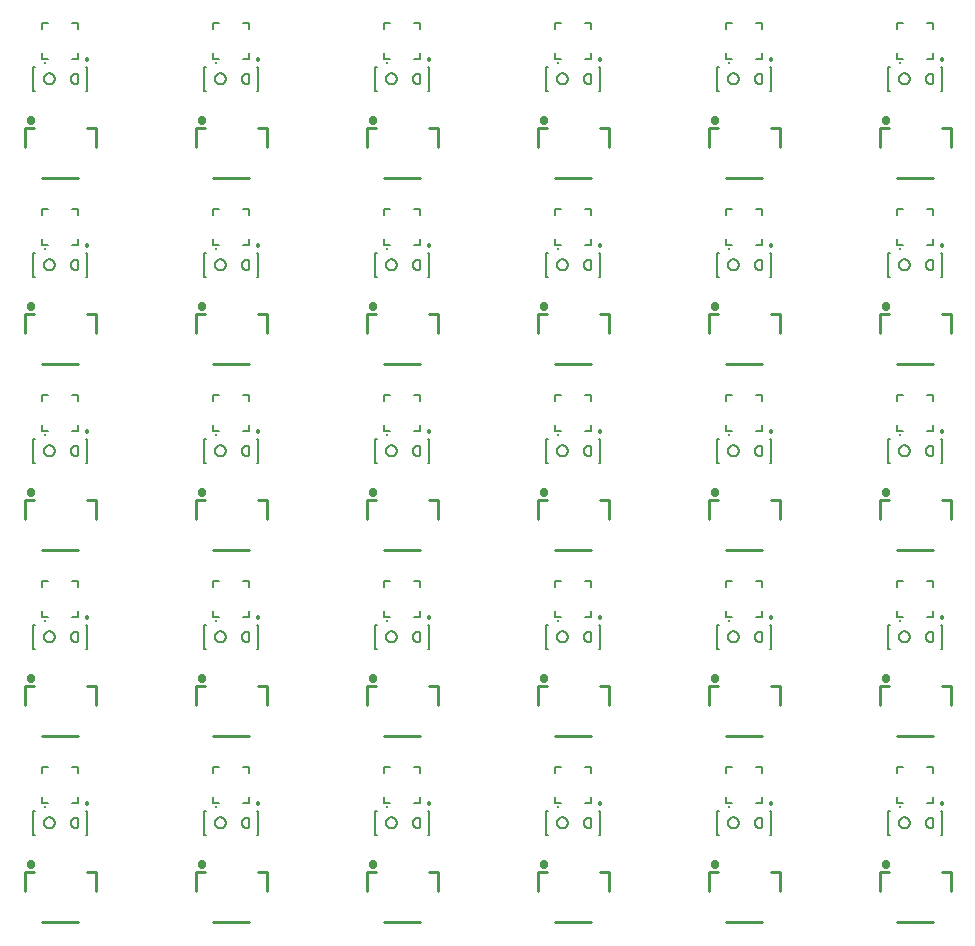
<source format=gto>
G75*
%MOIN*%
%OFA0B0*%
%FSLAX25Y25*%
%IPPOS*%
%LPD*%
%AMOC8*
5,1,8,0,0,1.08239X$1,22.5*
%
%ADD10C,0.00500*%
%ADD11C,0.00700*%
%ADD12C,0.01000*%
%ADD13C,0.01575*%
%ADD14C,0.01114*%
D10*
X0073462Y0079933D02*
X0073962Y0079933D01*
X0073462Y0079933D02*
X0073462Y0087933D01*
X0073962Y0087933D01*
X0090962Y0087933D02*
X0091462Y0087933D01*
X0091462Y0079933D01*
X0090962Y0079933D01*
X0090915Y0090414D02*
X0090917Y0090456D01*
X0090923Y0090497D01*
X0090933Y0090538D01*
X0090946Y0090578D01*
X0090963Y0090616D01*
X0090984Y0090652D01*
X0091008Y0090687D01*
X0091035Y0090719D01*
X0091065Y0090748D01*
X0091098Y0090774D01*
X0091132Y0090798D01*
X0091169Y0090817D01*
X0091208Y0090834D01*
X0091248Y0090846D01*
X0091289Y0090855D01*
X0091331Y0090860D01*
X0091372Y0090861D01*
X0091414Y0090858D01*
X0091456Y0090851D01*
X0091496Y0090840D01*
X0091535Y0090826D01*
X0091573Y0090808D01*
X0091609Y0090786D01*
X0091643Y0090762D01*
X0091674Y0090734D01*
X0091703Y0090703D01*
X0091728Y0090670D01*
X0091751Y0090634D01*
X0091770Y0090597D01*
X0091785Y0090558D01*
X0091797Y0090518D01*
X0091805Y0090477D01*
X0091809Y0090435D01*
X0091809Y0090393D01*
X0091805Y0090351D01*
X0091797Y0090310D01*
X0091785Y0090270D01*
X0091770Y0090231D01*
X0091751Y0090194D01*
X0091728Y0090158D01*
X0091703Y0090125D01*
X0091674Y0090094D01*
X0091643Y0090066D01*
X0091609Y0090042D01*
X0091573Y0090020D01*
X0091535Y0090002D01*
X0091496Y0089988D01*
X0091456Y0089977D01*
X0091414Y0089970D01*
X0091372Y0089967D01*
X0091331Y0089968D01*
X0091289Y0089973D01*
X0091248Y0089982D01*
X0091208Y0089994D01*
X0091169Y0090011D01*
X0091132Y0090030D01*
X0091098Y0090054D01*
X0091065Y0090080D01*
X0091035Y0090109D01*
X0091008Y0090141D01*
X0090984Y0090176D01*
X0090963Y0090212D01*
X0090946Y0090250D01*
X0090933Y0090290D01*
X0090923Y0090331D01*
X0090917Y0090372D01*
X0090915Y0090414D01*
X0130462Y0087933D02*
X0130462Y0079933D01*
X0130962Y0079933D01*
X0130962Y0087933D02*
X0130462Y0087933D01*
X0147962Y0087933D02*
X0148462Y0087933D01*
X0148462Y0079933D01*
X0147962Y0079933D01*
X0147915Y0090414D02*
X0147917Y0090456D01*
X0147923Y0090497D01*
X0147933Y0090538D01*
X0147946Y0090578D01*
X0147963Y0090616D01*
X0147984Y0090652D01*
X0148008Y0090687D01*
X0148035Y0090719D01*
X0148065Y0090748D01*
X0148098Y0090774D01*
X0148132Y0090798D01*
X0148169Y0090817D01*
X0148208Y0090834D01*
X0148248Y0090846D01*
X0148289Y0090855D01*
X0148331Y0090860D01*
X0148372Y0090861D01*
X0148414Y0090858D01*
X0148456Y0090851D01*
X0148496Y0090840D01*
X0148535Y0090826D01*
X0148573Y0090808D01*
X0148609Y0090786D01*
X0148643Y0090762D01*
X0148674Y0090734D01*
X0148703Y0090703D01*
X0148728Y0090670D01*
X0148751Y0090634D01*
X0148770Y0090597D01*
X0148785Y0090558D01*
X0148797Y0090518D01*
X0148805Y0090477D01*
X0148809Y0090435D01*
X0148809Y0090393D01*
X0148805Y0090351D01*
X0148797Y0090310D01*
X0148785Y0090270D01*
X0148770Y0090231D01*
X0148751Y0090194D01*
X0148728Y0090158D01*
X0148703Y0090125D01*
X0148674Y0090094D01*
X0148643Y0090066D01*
X0148609Y0090042D01*
X0148573Y0090020D01*
X0148535Y0090002D01*
X0148496Y0089988D01*
X0148456Y0089977D01*
X0148414Y0089970D01*
X0148372Y0089967D01*
X0148331Y0089968D01*
X0148289Y0089973D01*
X0148248Y0089982D01*
X0148208Y0089994D01*
X0148169Y0090011D01*
X0148132Y0090030D01*
X0148098Y0090054D01*
X0148065Y0090080D01*
X0148035Y0090109D01*
X0148008Y0090141D01*
X0147984Y0090176D01*
X0147963Y0090212D01*
X0147946Y0090250D01*
X0147933Y0090290D01*
X0147923Y0090331D01*
X0147917Y0090372D01*
X0147915Y0090414D01*
X0187462Y0087933D02*
X0187462Y0079933D01*
X0187962Y0079933D01*
X0187962Y0087933D02*
X0187462Y0087933D01*
X0204962Y0087933D02*
X0205462Y0087933D01*
X0205462Y0079933D01*
X0204962Y0079933D01*
X0204915Y0090414D02*
X0204917Y0090456D01*
X0204923Y0090497D01*
X0204933Y0090538D01*
X0204946Y0090578D01*
X0204963Y0090616D01*
X0204984Y0090652D01*
X0205008Y0090687D01*
X0205035Y0090719D01*
X0205065Y0090748D01*
X0205098Y0090774D01*
X0205132Y0090798D01*
X0205169Y0090817D01*
X0205208Y0090834D01*
X0205248Y0090846D01*
X0205289Y0090855D01*
X0205331Y0090860D01*
X0205372Y0090861D01*
X0205414Y0090858D01*
X0205456Y0090851D01*
X0205496Y0090840D01*
X0205535Y0090826D01*
X0205573Y0090808D01*
X0205609Y0090786D01*
X0205643Y0090762D01*
X0205674Y0090734D01*
X0205703Y0090703D01*
X0205728Y0090670D01*
X0205751Y0090634D01*
X0205770Y0090597D01*
X0205785Y0090558D01*
X0205797Y0090518D01*
X0205805Y0090477D01*
X0205809Y0090435D01*
X0205809Y0090393D01*
X0205805Y0090351D01*
X0205797Y0090310D01*
X0205785Y0090270D01*
X0205770Y0090231D01*
X0205751Y0090194D01*
X0205728Y0090158D01*
X0205703Y0090125D01*
X0205674Y0090094D01*
X0205643Y0090066D01*
X0205609Y0090042D01*
X0205573Y0090020D01*
X0205535Y0090002D01*
X0205496Y0089988D01*
X0205456Y0089977D01*
X0205414Y0089970D01*
X0205372Y0089967D01*
X0205331Y0089968D01*
X0205289Y0089973D01*
X0205248Y0089982D01*
X0205208Y0089994D01*
X0205169Y0090011D01*
X0205132Y0090030D01*
X0205098Y0090054D01*
X0205065Y0090080D01*
X0205035Y0090109D01*
X0205008Y0090141D01*
X0204984Y0090176D01*
X0204963Y0090212D01*
X0204946Y0090250D01*
X0204933Y0090290D01*
X0204923Y0090331D01*
X0204917Y0090372D01*
X0204915Y0090414D01*
X0244462Y0087933D02*
X0244462Y0079933D01*
X0244962Y0079933D01*
X0244962Y0087933D02*
X0244462Y0087933D01*
X0261962Y0087933D02*
X0262462Y0087933D01*
X0262462Y0079933D01*
X0261962Y0079933D01*
X0261915Y0090414D02*
X0261917Y0090456D01*
X0261923Y0090497D01*
X0261933Y0090538D01*
X0261946Y0090578D01*
X0261963Y0090616D01*
X0261984Y0090652D01*
X0262008Y0090687D01*
X0262035Y0090719D01*
X0262065Y0090748D01*
X0262098Y0090774D01*
X0262132Y0090798D01*
X0262169Y0090817D01*
X0262208Y0090834D01*
X0262248Y0090846D01*
X0262289Y0090855D01*
X0262331Y0090860D01*
X0262372Y0090861D01*
X0262414Y0090858D01*
X0262456Y0090851D01*
X0262496Y0090840D01*
X0262535Y0090826D01*
X0262573Y0090808D01*
X0262609Y0090786D01*
X0262643Y0090762D01*
X0262674Y0090734D01*
X0262703Y0090703D01*
X0262728Y0090670D01*
X0262751Y0090634D01*
X0262770Y0090597D01*
X0262785Y0090558D01*
X0262797Y0090518D01*
X0262805Y0090477D01*
X0262809Y0090435D01*
X0262809Y0090393D01*
X0262805Y0090351D01*
X0262797Y0090310D01*
X0262785Y0090270D01*
X0262770Y0090231D01*
X0262751Y0090194D01*
X0262728Y0090158D01*
X0262703Y0090125D01*
X0262674Y0090094D01*
X0262643Y0090066D01*
X0262609Y0090042D01*
X0262573Y0090020D01*
X0262535Y0090002D01*
X0262496Y0089988D01*
X0262456Y0089977D01*
X0262414Y0089970D01*
X0262372Y0089967D01*
X0262331Y0089968D01*
X0262289Y0089973D01*
X0262248Y0089982D01*
X0262208Y0089994D01*
X0262169Y0090011D01*
X0262132Y0090030D01*
X0262098Y0090054D01*
X0262065Y0090080D01*
X0262035Y0090109D01*
X0262008Y0090141D01*
X0261984Y0090176D01*
X0261963Y0090212D01*
X0261946Y0090250D01*
X0261933Y0090290D01*
X0261923Y0090331D01*
X0261917Y0090372D01*
X0261915Y0090414D01*
X0301462Y0087933D02*
X0301462Y0079933D01*
X0301962Y0079933D01*
X0301962Y0087933D02*
X0301462Y0087933D01*
X0318962Y0087933D02*
X0319462Y0087933D01*
X0319462Y0079933D01*
X0318962Y0079933D01*
X0318915Y0090414D02*
X0318917Y0090456D01*
X0318923Y0090497D01*
X0318933Y0090538D01*
X0318946Y0090578D01*
X0318963Y0090616D01*
X0318984Y0090652D01*
X0319008Y0090687D01*
X0319035Y0090719D01*
X0319065Y0090748D01*
X0319098Y0090774D01*
X0319132Y0090798D01*
X0319169Y0090817D01*
X0319208Y0090834D01*
X0319248Y0090846D01*
X0319289Y0090855D01*
X0319331Y0090860D01*
X0319372Y0090861D01*
X0319414Y0090858D01*
X0319456Y0090851D01*
X0319496Y0090840D01*
X0319535Y0090826D01*
X0319573Y0090808D01*
X0319609Y0090786D01*
X0319643Y0090762D01*
X0319674Y0090734D01*
X0319703Y0090703D01*
X0319728Y0090670D01*
X0319751Y0090634D01*
X0319770Y0090597D01*
X0319785Y0090558D01*
X0319797Y0090518D01*
X0319805Y0090477D01*
X0319809Y0090435D01*
X0319809Y0090393D01*
X0319805Y0090351D01*
X0319797Y0090310D01*
X0319785Y0090270D01*
X0319770Y0090231D01*
X0319751Y0090194D01*
X0319728Y0090158D01*
X0319703Y0090125D01*
X0319674Y0090094D01*
X0319643Y0090066D01*
X0319609Y0090042D01*
X0319573Y0090020D01*
X0319535Y0090002D01*
X0319496Y0089988D01*
X0319456Y0089977D01*
X0319414Y0089970D01*
X0319372Y0089967D01*
X0319331Y0089968D01*
X0319289Y0089973D01*
X0319248Y0089982D01*
X0319208Y0089994D01*
X0319169Y0090011D01*
X0319132Y0090030D01*
X0319098Y0090054D01*
X0319065Y0090080D01*
X0319035Y0090109D01*
X0319008Y0090141D01*
X0318984Y0090176D01*
X0318963Y0090212D01*
X0318946Y0090250D01*
X0318933Y0090290D01*
X0318923Y0090331D01*
X0318917Y0090372D01*
X0318915Y0090414D01*
X0358462Y0087933D02*
X0358462Y0079933D01*
X0358962Y0079933D01*
X0358962Y0087933D02*
X0358462Y0087933D01*
X0375962Y0087933D02*
X0376462Y0087933D01*
X0376462Y0079933D01*
X0375962Y0079933D01*
X0375915Y0090414D02*
X0375917Y0090456D01*
X0375923Y0090497D01*
X0375933Y0090538D01*
X0375946Y0090578D01*
X0375963Y0090616D01*
X0375984Y0090652D01*
X0376008Y0090687D01*
X0376035Y0090719D01*
X0376065Y0090748D01*
X0376098Y0090774D01*
X0376132Y0090798D01*
X0376169Y0090817D01*
X0376208Y0090834D01*
X0376248Y0090846D01*
X0376289Y0090855D01*
X0376331Y0090860D01*
X0376372Y0090861D01*
X0376414Y0090858D01*
X0376456Y0090851D01*
X0376496Y0090840D01*
X0376535Y0090826D01*
X0376573Y0090808D01*
X0376609Y0090786D01*
X0376643Y0090762D01*
X0376674Y0090734D01*
X0376703Y0090703D01*
X0376728Y0090670D01*
X0376751Y0090634D01*
X0376770Y0090597D01*
X0376785Y0090558D01*
X0376797Y0090518D01*
X0376805Y0090477D01*
X0376809Y0090435D01*
X0376809Y0090393D01*
X0376805Y0090351D01*
X0376797Y0090310D01*
X0376785Y0090270D01*
X0376770Y0090231D01*
X0376751Y0090194D01*
X0376728Y0090158D01*
X0376703Y0090125D01*
X0376674Y0090094D01*
X0376643Y0090066D01*
X0376609Y0090042D01*
X0376573Y0090020D01*
X0376535Y0090002D01*
X0376496Y0089988D01*
X0376456Y0089977D01*
X0376414Y0089970D01*
X0376372Y0089967D01*
X0376331Y0089968D01*
X0376289Y0089973D01*
X0376248Y0089982D01*
X0376208Y0089994D01*
X0376169Y0090011D01*
X0376132Y0090030D01*
X0376098Y0090054D01*
X0376065Y0090080D01*
X0376035Y0090109D01*
X0376008Y0090141D01*
X0375984Y0090176D01*
X0375963Y0090212D01*
X0375946Y0090250D01*
X0375933Y0090290D01*
X0375923Y0090331D01*
X0375917Y0090372D01*
X0375915Y0090414D01*
X0375962Y0141933D02*
X0376462Y0141933D01*
X0376462Y0149933D01*
X0375962Y0149933D01*
X0375915Y0152414D02*
X0375917Y0152456D01*
X0375923Y0152497D01*
X0375933Y0152538D01*
X0375946Y0152578D01*
X0375963Y0152616D01*
X0375984Y0152652D01*
X0376008Y0152687D01*
X0376035Y0152719D01*
X0376065Y0152748D01*
X0376098Y0152774D01*
X0376132Y0152798D01*
X0376169Y0152817D01*
X0376208Y0152834D01*
X0376248Y0152846D01*
X0376289Y0152855D01*
X0376331Y0152860D01*
X0376372Y0152861D01*
X0376414Y0152858D01*
X0376456Y0152851D01*
X0376496Y0152840D01*
X0376535Y0152826D01*
X0376573Y0152808D01*
X0376609Y0152786D01*
X0376643Y0152762D01*
X0376674Y0152734D01*
X0376703Y0152703D01*
X0376728Y0152670D01*
X0376751Y0152634D01*
X0376770Y0152597D01*
X0376785Y0152558D01*
X0376797Y0152518D01*
X0376805Y0152477D01*
X0376809Y0152435D01*
X0376809Y0152393D01*
X0376805Y0152351D01*
X0376797Y0152310D01*
X0376785Y0152270D01*
X0376770Y0152231D01*
X0376751Y0152194D01*
X0376728Y0152158D01*
X0376703Y0152125D01*
X0376674Y0152094D01*
X0376643Y0152066D01*
X0376609Y0152042D01*
X0376573Y0152020D01*
X0376535Y0152002D01*
X0376496Y0151988D01*
X0376456Y0151977D01*
X0376414Y0151970D01*
X0376372Y0151967D01*
X0376331Y0151968D01*
X0376289Y0151973D01*
X0376248Y0151982D01*
X0376208Y0151994D01*
X0376169Y0152011D01*
X0376132Y0152030D01*
X0376098Y0152054D01*
X0376065Y0152080D01*
X0376035Y0152109D01*
X0376008Y0152141D01*
X0375984Y0152176D01*
X0375963Y0152212D01*
X0375946Y0152250D01*
X0375933Y0152290D01*
X0375923Y0152331D01*
X0375917Y0152372D01*
X0375915Y0152414D01*
X0358962Y0149933D02*
X0358462Y0149933D01*
X0358462Y0141933D01*
X0358962Y0141933D01*
X0319462Y0141933D02*
X0319462Y0149933D01*
X0318962Y0149933D01*
X0318915Y0152414D02*
X0318917Y0152456D01*
X0318923Y0152497D01*
X0318933Y0152538D01*
X0318946Y0152578D01*
X0318963Y0152616D01*
X0318984Y0152652D01*
X0319008Y0152687D01*
X0319035Y0152719D01*
X0319065Y0152748D01*
X0319098Y0152774D01*
X0319132Y0152798D01*
X0319169Y0152817D01*
X0319208Y0152834D01*
X0319248Y0152846D01*
X0319289Y0152855D01*
X0319331Y0152860D01*
X0319372Y0152861D01*
X0319414Y0152858D01*
X0319456Y0152851D01*
X0319496Y0152840D01*
X0319535Y0152826D01*
X0319573Y0152808D01*
X0319609Y0152786D01*
X0319643Y0152762D01*
X0319674Y0152734D01*
X0319703Y0152703D01*
X0319728Y0152670D01*
X0319751Y0152634D01*
X0319770Y0152597D01*
X0319785Y0152558D01*
X0319797Y0152518D01*
X0319805Y0152477D01*
X0319809Y0152435D01*
X0319809Y0152393D01*
X0319805Y0152351D01*
X0319797Y0152310D01*
X0319785Y0152270D01*
X0319770Y0152231D01*
X0319751Y0152194D01*
X0319728Y0152158D01*
X0319703Y0152125D01*
X0319674Y0152094D01*
X0319643Y0152066D01*
X0319609Y0152042D01*
X0319573Y0152020D01*
X0319535Y0152002D01*
X0319496Y0151988D01*
X0319456Y0151977D01*
X0319414Y0151970D01*
X0319372Y0151967D01*
X0319331Y0151968D01*
X0319289Y0151973D01*
X0319248Y0151982D01*
X0319208Y0151994D01*
X0319169Y0152011D01*
X0319132Y0152030D01*
X0319098Y0152054D01*
X0319065Y0152080D01*
X0319035Y0152109D01*
X0319008Y0152141D01*
X0318984Y0152176D01*
X0318963Y0152212D01*
X0318946Y0152250D01*
X0318933Y0152290D01*
X0318923Y0152331D01*
X0318917Y0152372D01*
X0318915Y0152414D01*
X0318962Y0141933D02*
X0319462Y0141933D01*
X0301962Y0141933D02*
X0301462Y0141933D01*
X0301462Y0149933D01*
X0301962Y0149933D01*
X0262462Y0149933D02*
X0262462Y0141933D01*
X0261962Y0141933D01*
X0261962Y0149933D02*
X0262462Y0149933D01*
X0261915Y0152414D02*
X0261917Y0152456D01*
X0261923Y0152497D01*
X0261933Y0152538D01*
X0261946Y0152578D01*
X0261963Y0152616D01*
X0261984Y0152652D01*
X0262008Y0152687D01*
X0262035Y0152719D01*
X0262065Y0152748D01*
X0262098Y0152774D01*
X0262132Y0152798D01*
X0262169Y0152817D01*
X0262208Y0152834D01*
X0262248Y0152846D01*
X0262289Y0152855D01*
X0262331Y0152860D01*
X0262372Y0152861D01*
X0262414Y0152858D01*
X0262456Y0152851D01*
X0262496Y0152840D01*
X0262535Y0152826D01*
X0262573Y0152808D01*
X0262609Y0152786D01*
X0262643Y0152762D01*
X0262674Y0152734D01*
X0262703Y0152703D01*
X0262728Y0152670D01*
X0262751Y0152634D01*
X0262770Y0152597D01*
X0262785Y0152558D01*
X0262797Y0152518D01*
X0262805Y0152477D01*
X0262809Y0152435D01*
X0262809Y0152393D01*
X0262805Y0152351D01*
X0262797Y0152310D01*
X0262785Y0152270D01*
X0262770Y0152231D01*
X0262751Y0152194D01*
X0262728Y0152158D01*
X0262703Y0152125D01*
X0262674Y0152094D01*
X0262643Y0152066D01*
X0262609Y0152042D01*
X0262573Y0152020D01*
X0262535Y0152002D01*
X0262496Y0151988D01*
X0262456Y0151977D01*
X0262414Y0151970D01*
X0262372Y0151967D01*
X0262331Y0151968D01*
X0262289Y0151973D01*
X0262248Y0151982D01*
X0262208Y0151994D01*
X0262169Y0152011D01*
X0262132Y0152030D01*
X0262098Y0152054D01*
X0262065Y0152080D01*
X0262035Y0152109D01*
X0262008Y0152141D01*
X0261984Y0152176D01*
X0261963Y0152212D01*
X0261946Y0152250D01*
X0261933Y0152290D01*
X0261923Y0152331D01*
X0261917Y0152372D01*
X0261915Y0152414D01*
X0244962Y0149933D02*
X0244462Y0149933D01*
X0244462Y0141933D01*
X0244962Y0141933D01*
X0205462Y0141933D02*
X0205462Y0149933D01*
X0204962Y0149933D01*
X0204915Y0152414D02*
X0204917Y0152456D01*
X0204923Y0152497D01*
X0204933Y0152538D01*
X0204946Y0152578D01*
X0204963Y0152616D01*
X0204984Y0152652D01*
X0205008Y0152687D01*
X0205035Y0152719D01*
X0205065Y0152748D01*
X0205098Y0152774D01*
X0205132Y0152798D01*
X0205169Y0152817D01*
X0205208Y0152834D01*
X0205248Y0152846D01*
X0205289Y0152855D01*
X0205331Y0152860D01*
X0205372Y0152861D01*
X0205414Y0152858D01*
X0205456Y0152851D01*
X0205496Y0152840D01*
X0205535Y0152826D01*
X0205573Y0152808D01*
X0205609Y0152786D01*
X0205643Y0152762D01*
X0205674Y0152734D01*
X0205703Y0152703D01*
X0205728Y0152670D01*
X0205751Y0152634D01*
X0205770Y0152597D01*
X0205785Y0152558D01*
X0205797Y0152518D01*
X0205805Y0152477D01*
X0205809Y0152435D01*
X0205809Y0152393D01*
X0205805Y0152351D01*
X0205797Y0152310D01*
X0205785Y0152270D01*
X0205770Y0152231D01*
X0205751Y0152194D01*
X0205728Y0152158D01*
X0205703Y0152125D01*
X0205674Y0152094D01*
X0205643Y0152066D01*
X0205609Y0152042D01*
X0205573Y0152020D01*
X0205535Y0152002D01*
X0205496Y0151988D01*
X0205456Y0151977D01*
X0205414Y0151970D01*
X0205372Y0151967D01*
X0205331Y0151968D01*
X0205289Y0151973D01*
X0205248Y0151982D01*
X0205208Y0151994D01*
X0205169Y0152011D01*
X0205132Y0152030D01*
X0205098Y0152054D01*
X0205065Y0152080D01*
X0205035Y0152109D01*
X0205008Y0152141D01*
X0204984Y0152176D01*
X0204963Y0152212D01*
X0204946Y0152250D01*
X0204933Y0152290D01*
X0204923Y0152331D01*
X0204917Y0152372D01*
X0204915Y0152414D01*
X0204962Y0141933D02*
X0205462Y0141933D01*
X0187962Y0141933D02*
X0187462Y0141933D01*
X0187462Y0149933D01*
X0187962Y0149933D01*
X0148462Y0149933D02*
X0148462Y0141933D01*
X0147962Y0141933D01*
X0147962Y0149933D02*
X0148462Y0149933D01*
X0147915Y0152414D02*
X0147917Y0152456D01*
X0147923Y0152497D01*
X0147933Y0152538D01*
X0147946Y0152578D01*
X0147963Y0152616D01*
X0147984Y0152652D01*
X0148008Y0152687D01*
X0148035Y0152719D01*
X0148065Y0152748D01*
X0148098Y0152774D01*
X0148132Y0152798D01*
X0148169Y0152817D01*
X0148208Y0152834D01*
X0148248Y0152846D01*
X0148289Y0152855D01*
X0148331Y0152860D01*
X0148372Y0152861D01*
X0148414Y0152858D01*
X0148456Y0152851D01*
X0148496Y0152840D01*
X0148535Y0152826D01*
X0148573Y0152808D01*
X0148609Y0152786D01*
X0148643Y0152762D01*
X0148674Y0152734D01*
X0148703Y0152703D01*
X0148728Y0152670D01*
X0148751Y0152634D01*
X0148770Y0152597D01*
X0148785Y0152558D01*
X0148797Y0152518D01*
X0148805Y0152477D01*
X0148809Y0152435D01*
X0148809Y0152393D01*
X0148805Y0152351D01*
X0148797Y0152310D01*
X0148785Y0152270D01*
X0148770Y0152231D01*
X0148751Y0152194D01*
X0148728Y0152158D01*
X0148703Y0152125D01*
X0148674Y0152094D01*
X0148643Y0152066D01*
X0148609Y0152042D01*
X0148573Y0152020D01*
X0148535Y0152002D01*
X0148496Y0151988D01*
X0148456Y0151977D01*
X0148414Y0151970D01*
X0148372Y0151967D01*
X0148331Y0151968D01*
X0148289Y0151973D01*
X0148248Y0151982D01*
X0148208Y0151994D01*
X0148169Y0152011D01*
X0148132Y0152030D01*
X0148098Y0152054D01*
X0148065Y0152080D01*
X0148035Y0152109D01*
X0148008Y0152141D01*
X0147984Y0152176D01*
X0147963Y0152212D01*
X0147946Y0152250D01*
X0147933Y0152290D01*
X0147923Y0152331D01*
X0147917Y0152372D01*
X0147915Y0152414D01*
X0130962Y0149933D02*
X0130462Y0149933D01*
X0130462Y0141933D01*
X0130962Y0141933D01*
X0091462Y0141933D02*
X0091462Y0149933D01*
X0090962Y0149933D01*
X0090915Y0152414D02*
X0090917Y0152456D01*
X0090923Y0152497D01*
X0090933Y0152538D01*
X0090946Y0152578D01*
X0090963Y0152616D01*
X0090984Y0152652D01*
X0091008Y0152687D01*
X0091035Y0152719D01*
X0091065Y0152748D01*
X0091098Y0152774D01*
X0091132Y0152798D01*
X0091169Y0152817D01*
X0091208Y0152834D01*
X0091248Y0152846D01*
X0091289Y0152855D01*
X0091331Y0152860D01*
X0091372Y0152861D01*
X0091414Y0152858D01*
X0091456Y0152851D01*
X0091496Y0152840D01*
X0091535Y0152826D01*
X0091573Y0152808D01*
X0091609Y0152786D01*
X0091643Y0152762D01*
X0091674Y0152734D01*
X0091703Y0152703D01*
X0091728Y0152670D01*
X0091751Y0152634D01*
X0091770Y0152597D01*
X0091785Y0152558D01*
X0091797Y0152518D01*
X0091805Y0152477D01*
X0091809Y0152435D01*
X0091809Y0152393D01*
X0091805Y0152351D01*
X0091797Y0152310D01*
X0091785Y0152270D01*
X0091770Y0152231D01*
X0091751Y0152194D01*
X0091728Y0152158D01*
X0091703Y0152125D01*
X0091674Y0152094D01*
X0091643Y0152066D01*
X0091609Y0152042D01*
X0091573Y0152020D01*
X0091535Y0152002D01*
X0091496Y0151988D01*
X0091456Y0151977D01*
X0091414Y0151970D01*
X0091372Y0151967D01*
X0091331Y0151968D01*
X0091289Y0151973D01*
X0091248Y0151982D01*
X0091208Y0151994D01*
X0091169Y0152011D01*
X0091132Y0152030D01*
X0091098Y0152054D01*
X0091065Y0152080D01*
X0091035Y0152109D01*
X0091008Y0152141D01*
X0090984Y0152176D01*
X0090963Y0152212D01*
X0090946Y0152250D01*
X0090933Y0152290D01*
X0090923Y0152331D01*
X0090917Y0152372D01*
X0090915Y0152414D01*
X0090962Y0141933D02*
X0091462Y0141933D01*
X0073962Y0141933D02*
X0073462Y0141933D01*
X0073462Y0149933D01*
X0073962Y0149933D01*
X0073962Y0203933D02*
X0073462Y0203933D01*
X0073462Y0211933D01*
X0073962Y0211933D01*
X0090962Y0211933D02*
X0091462Y0211933D01*
X0091462Y0203933D01*
X0090962Y0203933D01*
X0090915Y0214414D02*
X0090917Y0214456D01*
X0090923Y0214497D01*
X0090933Y0214538D01*
X0090946Y0214578D01*
X0090963Y0214616D01*
X0090984Y0214652D01*
X0091008Y0214687D01*
X0091035Y0214719D01*
X0091065Y0214748D01*
X0091098Y0214774D01*
X0091132Y0214798D01*
X0091169Y0214817D01*
X0091208Y0214834D01*
X0091248Y0214846D01*
X0091289Y0214855D01*
X0091331Y0214860D01*
X0091372Y0214861D01*
X0091414Y0214858D01*
X0091456Y0214851D01*
X0091496Y0214840D01*
X0091535Y0214826D01*
X0091573Y0214808D01*
X0091609Y0214786D01*
X0091643Y0214762D01*
X0091674Y0214734D01*
X0091703Y0214703D01*
X0091728Y0214670D01*
X0091751Y0214634D01*
X0091770Y0214597D01*
X0091785Y0214558D01*
X0091797Y0214518D01*
X0091805Y0214477D01*
X0091809Y0214435D01*
X0091809Y0214393D01*
X0091805Y0214351D01*
X0091797Y0214310D01*
X0091785Y0214270D01*
X0091770Y0214231D01*
X0091751Y0214194D01*
X0091728Y0214158D01*
X0091703Y0214125D01*
X0091674Y0214094D01*
X0091643Y0214066D01*
X0091609Y0214042D01*
X0091573Y0214020D01*
X0091535Y0214002D01*
X0091496Y0213988D01*
X0091456Y0213977D01*
X0091414Y0213970D01*
X0091372Y0213967D01*
X0091331Y0213968D01*
X0091289Y0213973D01*
X0091248Y0213982D01*
X0091208Y0213994D01*
X0091169Y0214011D01*
X0091132Y0214030D01*
X0091098Y0214054D01*
X0091065Y0214080D01*
X0091035Y0214109D01*
X0091008Y0214141D01*
X0090984Y0214176D01*
X0090963Y0214212D01*
X0090946Y0214250D01*
X0090933Y0214290D01*
X0090923Y0214331D01*
X0090917Y0214372D01*
X0090915Y0214414D01*
X0130462Y0211933D02*
X0130462Y0203933D01*
X0130962Y0203933D01*
X0130962Y0211933D02*
X0130462Y0211933D01*
X0147962Y0211933D02*
X0148462Y0211933D01*
X0148462Y0203933D01*
X0147962Y0203933D01*
X0147915Y0214414D02*
X0147917Y0214456D01*
X0147923Y0214497D01*
X0147933Y0214538D01*
X0147946Y0214578D01*
X0147963Y0214616D01*
X0147984Y0214652D01*
X0148008Y0214687D01*
X0148035Y0214719D01*
X0148065Y0214748D01*
X0148098Y0214774D01*
X0148132Y0214798D01*
X0148169Y0214817D01*
X0148208Y0214834D01*
X0148248Y0214846D01*
X0148289Y0214855D01*
X0148331Y0214860D01*
X0148372Y0214861D01*
X0148414Y0214858D01*
X0148456Y0214851D01*
X0148496Y0214840D01*
X0148535Y0214826D01*
X0148573Y0214808D01*
X0148609Y0214786D01*
X0148643Y0214762D01*
X0148674Y0214734D01*
X0148703Y0214703D01*
X0148728Y0214670D01*
X0148751Y0214634D01*
X0148770Y0214597D01*
X0148785Y0214558D01*
X0148797Y0214518D01*
X0148805Y0214477D01*
X0148809Y0214435D01*
X0148809Y0214393D01*
X0148805Y0214351D01*
X0148797Y0214310D01*
X0148785Y0214270D01*
X0148770Y0214231D01*
X0148751Y0214194D01*
X0148728Y0214158D01*
X0148703Y0214125D01*
X0148674Y0214094D01*
X0148643Y0214066D01*
X0148609Y0214042D01*
X0148573Y0214020D01*
X0148535Y0214002D01*
X0148496Y0213988D01*
X0148456Y0213977D01*
X0148414Y0213970D01*
X0148372Y0213967D01*
X0148331Y0213968D01*
X0148289Y0213973D01*
X0148248Y0213982D01*
X0148208Y0213994D01*
X0148169Y0214011D01*
X0148132Y0214030D01*
X0148098Y0214054D01*
X0148065Y0214080D01*
X0148035Y0214109D01*
X0148008Y0214141D01*
X0147984Y0214176D01*
X0147963Y0214212D01*
X0147946Y0214250D01*
X0147933Y0214290D01*
X0147923Y0214331D01*
X0147917Y0214372D01*
X0147915Y0214414D01*
X0187462Y0211933D02*
X0187462Y0203933D01*
X0187962Y0203933D01*
X0187962Y0211933D02*
X0187462Y0211933D01*
X0204962Y0211933D02*
X0205462Y0211933D01*
X0205462Y0203933D01*
X0204962Y0203933D01*
X0204915Y0214414D02*
X0204917Y0214456D01*
X0204923Y0214497D01*
X0204933Y0214538D01*
X0204946Y0214578D01*
X0204963Y0214616D01*
X0204984Y0214652D01*
X0205008Y0214687D01*
X0205035Y0214719D01*
X0205065Y0214748D01*
X0205098Y0214774D01*
X0205132Y0214798D01*
X0205169Y0214817D01*
X0205208Y0214834D01*
X0205248Y0214846D01*
X0205289Y0214855D01*
X0205331Y0214860D01*
X0205372Y0214861D01*
X0205414Y0214858D01*
X0205456Y0214851D01*
X0205496Y0214840D01*
X0205535Y0214826D01*
X0205573Y0214808D01*
X0205609Y0214786D01*
X0205643Y0214762D01*
X0205674Y0214734D01*
X0205703Y0214703D01*
X0205728Y0214670D01*
X0205751Y0214634D01*
X0205770Y0214597D01*
X0205785Y0214558D01*
X0205797Y0214518D01*
X0205805Y0214477D01*
X0205809Y0214435D01*
X0205809Y0214393D01*
X0205805Y0214351D01*
X0205797Y0214310D01*
X0205785Y0214270D01*
X0205770Y0214231D01*
X0205751Y0214194D01*
X0205728Y0214158D01*
X0205703Y0214125D01*
X0205674Y0214094D01*
X0205643Y0214066D01*
X0205609Y0214042D01*
X0205573Y0214020D01*
X0205535Y0214002D01*
X0205496Y0213988D01*
X0205456Y0213977D01*
X0205414Y0213970D01*
X0205372Y0213967D01*
X0205331Y0213968D01*
X0205289Y0213973D01*
X0205248Y0213982D01*
X0205208Y0213994D01*
X0205169Y0214011D01*
X0205132Y0214030D01*
X0205098Y0214054D01*
X0205065Y0214080D01*
X0205035Y0214109D01*
X0205008Y0214141D01*
X0204984Y0214176D01*
X0204963Y0214212D01*
X0204946Y0214250D01*
X0204933Y0214290D01*
X0204923Y0214331D01*
X0204917Y0214372D01*
X0204915Y0214414D01*
X0244462Y0211933D02*
X0244462Y0203933D01*
X0244962Y0203933D01*
X0244962Y0211933D02*
X0244462Y0211933D01*
X0261962Y0211933D02*
X0262462Y0211933D01*
X0262462Y0203933D01*
X0261962Y0203933D01*
X0261915Y0214414D02*
X0261917Y0214456D01*
X0261923Y0214497D01*
X0261933Y0214538D01*
X0261946Y0214578D01*
X0261963Y0214616D01*
X0261984Y0214652D01*
X0262008Y0214687D01*
X0262035Y0214719D01*
X0262065Y0214748D01*
X0262098Y0214774D01*
X0262132Y0214798D01*
X0262169Y0214817D01*
X0262208Y0214834D01*
X0262248Y0214846D01*
X0262289Y0214855D01*
X0262331Y0214860D01*
X0262372Y0214861D01*
X0262414Y0214858D01*
X0262456Y0214851D01*
X0262496Y0214840D01*
X0262535Y0214826D01*
X0262573Y0214808D01*
X0262609Y0214786D01*
X0262643Y0214762D01*
X0262674Y0214734D01*
X0262703Y0214703D01*
X0262728Y0214670D01*
X0262751Y0214634D01*
X0262770Y0214597D01*
X0262785Y0214558D01*
X0262797Y0214518D01*
X0262805Y0214477D01*
X0262809Y0214435D01*
X0262809Y0214393D01*
X0262805Y0214351D01*
X0262797Y0214310D01*
X0262785Y0214270D01*
X0262770Y0214231D01*
X0262751Y0214194D01*
X0262728Y0214158D01*
X0262703Y0214125D01*
X0262674Y0214094D01*
X0262643Y0214066D01*
X0262609Y0214042D01*
X0262573Y0214020D01*
X0262535Y0214002D01*
X0262496Y0213988D01*
X0262456Y0213977D01*
X0262414Y0213970D01*
X0262372Y0213967D01*
X0262331Y0213968D01*
X0262289Y0213973D01*
X0262248Y0213982D01*
X0262208Y0213994D01*
X0262169Y0214011D01*
X0262132Y0214030D01*
X0262098Y0214054D01*
X0262065Y0214080D01*
X0262035Y0214109D01*
X0262008Y0214141D01*
X0261984Y0214176D01*
X0261963Y0214212D01*
X0261946Y0214250D01*
X0261933Y0214290D01*
X0261923Y0214331D01*
X0261917Y0214372D01*
X0261915Y0214414D01*
X0301462Y0211933D02*
X0301462Y0203933D01*
X0301962Y0203933D01*
X0301962Y0211933D02*
X0301462Y0211933D01*
X0318962Y0211933D02*
X0319462Y0211933D01*
X0319462Y0203933D01*
X0318962Y0203933D01*
X0318915Y0214414D02*
X0318917Y0214456D01*
X0318923Y0214497D01*
X0318933Y0214538D01*
X0318946Y0214578D01*
X0318963Y0214616D01*
X0318984Y0214652D01*
X0319008Y0214687D01*
X0319035Y0214719D01*
X0319065Y0214748D01*
X0319098Y0214774D01*
X0319132Y0214798D01*
X0319169Y0214817D01*
X0319208Y0214834D01*
X0319248Y0214846D01*
X0319289Y0214855D01*
X0319331Y0214860D01*
X0319372Y0214861D01*
X0319414Y0214858D01*
X0319456Y0214851D01*
X0319496Y0214840D01*
X0319535Y0214826D01*
X0319573Y0214808D01*
X0319609Y0214786D01*
X0319643Y0214762D01*
X0319674Y0214734D01*
X0319703Y0214703D01*
X0319728Y0214670D01*
X0319751Y0214634D01*
X0319770Y0214597D01*
X0319785Y0214558D01*
X0319797Y0214518D01*
X0319805Y0214477D01*
X0319809Y0214435D01*
X0319809Y0214393D01*
X0319805Y0214351D01*
X0319797Y0214310D01*
X0319785Y0214270D01*
X0319770Y0214231D01*
X0319751Y0214194D01*
X0319728Y0214158D01*
X0319703Y0214125D01*
X0319674Y0214094D01*
X0319643Y0214066D01*
X0319609Y0214042D01*
X0319573Y0214020D01*
X0319535Y0214002D01*
X0319496Y0213988D01*
X0319456Y0213977D01*
X0319414Y0213970D01*
X0319372Y0213967D01*
X0319331Y0213968D01*
X0319289Y0213973D01*
X0319248Y0213982D01*
X0319208Y0213994D01*
X0319169Y0214011D01*
X0319132Y0214030D01*
X0319098Y0214054D01*
X0319065Y0214080D01*
X0319035Y0214109D01*
X0319008Y0214141D01*
X0318984Y0214176D01*
X0318963Y0214212D01*
X0318946Y0214250D01*
X0318933Y0214290D01*
X0318923Y0214331D01*
X0318917Y0214372D01*
X0318915Y0214414D01*
X0358462Y0211933D02*
X0358462Y0203933D01*
X0358962Y0203933D01*
X0358962Y0211933D02*
X0358462Y0211933D01*
X0375962Y0211933D02*
X0376462Y0211933D01*
X0376462Y0203933D01*
X0375962Y0203933D01*
X0375915Y0214414D02*
X0375917Y0214456D01*
X0375923Y0214497D01*
X0375933Y0214538D01*
X0375946Y0214578D01*
X0375963Y0214616D01*
X0375984Y0214652D01*
X0376008Y0214687D01*
X0376035Y0214719D01*
X0376065Y0214748D01*
X0376098Y0214774D01*
X0376132Y0214798D01*
X0376169Y0214817D01*
X0376208Y0214834D01*
X0376248Y0214846D01*
X0376289Y0214855D01*
X0376331Y0214860D01*
X0376372Y0214861D01*
X0376414Y0214858D01*
X0376456Y0214851D01*
X0376496Y0214840D01*
X0376535Y0214826D01*
X0376573Y0214808D01*
X0376609Y0214786D01*
X0376643Y0214762D01*
X0376674Y0214734D01*
X0376703Y0214703D01*
X0376728Y0214670D01*
X0376751Y0214634D01*
X0376770Y0214597D01*
X0376785Y0214558D01*
X0376797Y0214518D01*
X0376805Y0214477D01*
X0376809Y0214435D01*
X0376809Y0214393D01*
X0376805Y0214351D01*
X0376797Y0214310D01*
X0376785Y0214270D01*
X0376770Y0214231D01*
X0376751Y0214194D01*
X0376728Y0214158D01*
X0376703Y0214125D01*
X0376674Y0214094D01*
X0376643Y0214066D01*
X0376609Y0214042D01*
X0376573Y0214020D01*
X0376535Y0214002D01*
X0376496Y0213988D01*
X0376456Y0213977D01*
X0376414Y0213970D01*
X0376372Y0213967D01*
X0376331Y0213968D01*
X0376289Y0213973D01*
X0376248Y0213982D01*
X0376208Y0213994D01*
X0376169Y0214011D01*
X0376132Y0214030D01*
X0376098Y0214054D01*
X0376065Y0214080D01*
X0376035Y0214109D01*
X0376008Y0214141D01*
X0375984Y0214176D01*
X0375963Y0214212D01*
X0375946Y0214250D01*
X0375933Y0214290D01*
X0375923Y0214331D01*
X0375917Y0214372D01*
X0375915Y0214414D01*
X0375962Y0265933D02*
X0376462Y0265933D01*
X0376462Y0273933D01*
X0375962Y0273933D01*
X0375915Y0276414D02*
X0375917Y0276456D01*
X0375923Y0276497D01*
X0375933Y0276538D01*
X0375946Y0276578D01*
X0375963Y0276616D01*
X0375984Y0276652D01*
X0376008Y0276687D01*
X0376035Y0276719D01*
X0376065Y0276748D01*
X0376098Y0276774D01*
X0376132Y0276798D01*
X0376169Y0276817D01*
X0376208Y0276834D01*
X0376248Y0276846D01*
X0376289Y0276855D01*
X0376331Y0276860D01*
X0376372Y0276861D01*
X0376414Y0276858D01*
X0376456Y0276851D01*
X0376496Y0276840D01*
X0376535Y0276826D01*
X0376573Y0276808D01*
X0376609Y0276786D01*
X0376643Y0276762D01*
X0376674Y0276734D01*
X0376703Y0276703D01*
X0376728Y0276670D01*
X0376751Y0276634D01*
X0376770Y0276597D01*
X0376785Y0276558D01*
X0376797Y0276518D01*
X0376805Y0276477D01*
X0376809Y0276435D01*
X0376809Y0276393D01*
X0376805Y0276351D01*
X0376797Y0276310D01*
X0376785Y0276270D01*
X0376770Y0276231D01*
X0376751Y0276194D01*
X0376728Y0276158D01*
X0376703Y0276125D01*
X0376674Y0276094D01*
X0376643Y0276066D01*
X0376609Y0276042D01*
X0376573Y0276020D01*
X0376535Y0276002D01*
X0376496Y0275988D01*
X0376456Y0275977D01*
X0376414Y0275970D01*
X0376372Y0275967D01*
X0376331Y0275968D01*
X0376289Y0275973D01*
X0376248Y0275982D01*
X0376208Y0275994D01*
X0376169Y0276011D01*
X0376132Y0276030D01*
X0376098Y0276054D01*
X0376065Y0276080D01*
X0376035Y0276109D01*
X0376008Y0276141D01*
X0375984Y0276176D01*
X0375963Y0276212D01*
X0375946Y0276250D01*
X0375933Y0276290D01*
X0375923Y0276331D01*
X0375917Y0276372D01*
X0375915Y0276414D01*
X0358962Y0273933D02*
X0358462Y0273933D01*
X0358462Y0265933D01*
X0358962Y0265933D01*
X0319462Y0265933D02*
X0319462Y0273933D01*
X0318962Y0273933D01*
X0318915Y0276414D02*
X0318917Y0276456D01*
X0318923Y0276497D01*
X0318933Y0276538D01*
X0318946Y0276578D01*
X0318963Y0276616D01*
X0318984Y0276652D01*
X0319008Y0276687D01*
X0319035Y0276719D01*
X0319065Y0276748D01*
X0319098Y0276774D01*
X0319132Y0276798D01*
X0319169Y0276817D01*
X0319208Y0276834D01*
X0319248Y0276846D01*
X0319289Y0276855D01*
X0319331Y0276860D01*
X0319372Y0276861D01*
X0319414Y0276858D01*
X0319456Y0276851D01*
X0319496Y0276840D01*
X0319535Y0276826D01*
X0319573Y0276808D01*
X0319609Y0276786D01*
X0319643Y0276762D01*
X0319674Y0276734D01*
X0319703Y0276703D01*
X0319728Y0276670D01*
X0319751Y0276634D01*
X0319770Y0276597D01*
X0319785Y0276558D01*
X0319797Y0276518D01*
X0319805Y0276477D01*
X0319809Y0276435D01*
X0319809Y0276393D01*
X0319805Y0276351D01*
X0319797Y0276310D01*
X0319785Y0276270D01*
X0319770Y0276231D01*
X0319751Y0276194D01*
X0319728Y0276158D01*
X0319703Y0276125D01*
X0319674Y0276094D01*
X0319643Y0276066D01*
X0319609Y0276042D01*
X0319573Y0276020D01*
X0319535Y0276002D01*
X0319496Y0275988D01*
X0319456Y0275977D01*
X0319414Y0275970D01*
X0319372Y0275967D01*
X0319331Y0275968D01*
X0319289Y0275973D01*
X0319248Y0275982D01*
X0319208Y0275994D01*
X0319169Y0276011D01*
X0319132Y0276030D01*
X0319098Y0276054D01*
X0319065Y0276080D01*
X0319035Y0276109D01*
X0319008Y0276141D01*
X0318984Y0276176D01*
X0318963Y0276212D01*
X0318946Y0276250D01*
X0318933Y0276290D01*
X0318923Y0276331D01*
X0318917Y0276372D01*
X0318915Y0276414D01*
X0318962Y0265933D02*
X0319462Y0265933D01*
X0301962Y0265933D02*
X0301462Y0265933D01*
X0301462Y0273933D01*
X0301962Y0273933D01*
X0262462Y0273933D02*
X0262462Y0265933D01*
X0261962Y0265933D01*
X0261962Y0273933D02*
X0262462Y0273933D01*
X0261915Y0276414D02*
X0261917Y0276456D01*
X0261923Y0276497D01*
X0261933Y0276538D01*
X0261946Y0276578D01*
X0261963Y0276616D01*
X0261984Y0276652D01*
X0262008Y0276687D01*
X0262035Y0276719D01*
X0262065Y0276748D01*
X0262098Y0276774D01*
X0262132Y0276798D01*
X0262169Y0276817D01*
X0262208Y0276834D01*
X0262248Y0276846D01*
X0262289Y0276855D01*
X0262331Y0276860D01*
X0262372Y0276861D01*
X0262414Y0276858D01*
X0262456Y0276851D01*
X0262496Y0276840D01*
X0262535Y0276826D01*
X0262573Y0276808D01*
X0262609Y0276786D01*
X0262643Y0276762D01*
X0262674Y0276734D01*
X0262703Y0276703D01*
X0262728Y0276670D01*
X0262751Y0276634D01*
X0262770Y0276597D01*
X0262785Y0276558D01*
X0262797Y0276518D01*
X0262805Y0276477D01*
X0262809Y0276435D01*
X0262809Y0276393D01*
X0262805Y0276351D01*
X0262797Y0276310D01*
X0262785Y0276270D01*
X0262770Y0276231D01*
X0262751Y0276194D01*
X0262728Y0276158D01*
X0262703Y0276125D01*
X0262674Y0276094D01*
X0262643Y0276066D01*
X0262609Y0276042D01*
X0262573Y0276020D01*
X0262535Y0276002D01*
X0262496Y0275988D01*
X0262456Y0275977D01*
X0262414Y0275970D01*
X0262372Y0275967D01*
X0262331Y0275968D01*
X0262289Y0275973D01*
X0262248Y0275982D01*
X0262208Y0275994D01*
X0262169Y0276011D01*
X0262132Y0276030D01*
X0262098Y0276054D01*
X0262065Y0276080D01*
X0262035Y0276109D01*
X0262008Y0276141D01*
X0261984Y0276176D01*
X0261963Y0276212D01*
X0261946Y0276250D01*
X0261933Y0276290D01*
X0261923Y0276331D01*
X0261917Y0276372D01*
X0261915Y0276414D01*
X0244962Y0273933D02*
X0244462Y0273933D01*
X0244462Y0265933D01*
X0244962Y0265933D01*
X0205462Y0265933D02*
X0205462Y0273933D01*
X0204962Y0273933D01*
X0204915Y0276414D02*
X0204917Y0276456D01*
X0204923Y0276497D01*
X0204933Y0276538D01*
X0204946Y0276578D01*
X0204963Y0276616D01*
X0204984Y0276652D01*
X0205008Y0276687D01*
X0205035Y0276719D01*
X0205065Y0276748D01*
X0205098Y0276774D01*
X0205132Y0276798D01*
X0205169Y0276817D01*
X0205208Y0276834D01*
X0205248Y0276846D01*
X0205289Y0276855D01*
X0205331Y0276860D01*
X0205372Y0276861D01*
X0205414Y0276858D01*
X0205456Y0276851D01*
X0205496Y0276840D01*
X0205535Y0276826D01*
X0205573Y0276808D01*
X0205609Y0276786D01*
X0205643Y0276762D01*
X0205674Y0276734D01*
X0205703Y0276703D01*
X0205728Y0276670D01*
X0205751Y0276634D01*
X0205770Y0276597D01*
X0205785Y0276558D01*
X0205797Y0276518D01*
X0205805Y0276477D01*
X0205809Y0276435D01*
X0205809Y0276393D01*
X0205805Y0276351D01*
X0205797Y0276310D01*
X0205785Y0276270D01*
X0205770Y0276231D01*
X0205751Y0276194D01*
X0205728Y0276158D01*
X0205703Y0276125D01*
X0205674Y0276094D01*
X0205643Y0276066D01*
X0205609Y0276042D01*
X0205573Y0276020D01*
X0205535Y0276002D01*
X0205496Y0275988D01*
X0205456Y0275977D01*
X0205414Y0275970D01*
X0205372Y0275967D01*
X0205331Y0275968D01*
X0205289Y0275973D01*
X0205248Y0275982D01*
X0205208Y0275994D01*
X0205169Y0276011D01*
X0205132Y0276030D01*
X0205098Y0276054D01*
X0205065Y0276080D01*
X0205035Y0276109D01*
X0205008Y0276141D01*
X0204984Y0276176D01*
X0204963Y0276212D01*
X0204946Y0276250D01*
X0204933Y0276290D01*
X0204923Y0276331D01*
X0204917Y0276372D01*
X0204915Y0276414D01*
X0204962Y0265933D02*
X0205462Y0265933D01*
X0187962Y0265933D02*
X0187462Y0265933D01*
X0187462Y0273933D01*
X0187962Y0273933D01*
X0148462Y0273933D02*
X0148462Y0265933D01*
X0147962Y0265933D01*
X0147962Y0273933D02*
X0148462Y0273933D01*
X0147915Y0276414D02*
X0147917Y0276456D01*
X0147923Y0276497D01*
X0147933Y0276538D01*
X0147946Y0276578D01*
X0147963Y0276616D01*
X0147984Y0276652D01*
X0148008Y0276687D01*
X0148035Y0276719D01*
X0148065Y0276748D01*
X0148098Y0276774D01*
X0148132Y0276798D01*
X0148169Y0276817D01*
X0148208Y0276834D01*
X0148248Y0276846D01*
X0148289Y0276855D01*
X0148331Y0276860D01*
X0148372Y0276861D01*
X0148414Y0276858D01*
X0148456Y0276851D01*
X0148496Y0276840D01*
X0148535Y0276826D01*
X0148573Y0276808D01*
X0148609Y0276786D01*
X0148643Y0276762D01*
X0148674Y0276734D01*
X0148703Y0276703D01*
X0148728Y0276670D01*
X0148751Y0276634D01*
X0148770Y0276597D01*
X0148785Y0276558D01*
X0148797Y0276518D01*
X0148805Y0276477D01*
X0148809Y0276435D01*
X0148809Y0276393D01*
X0148805Y0276351D01*
X0148797Y0276310D01*
X0148785Y0276270D01*
X0148770Y0276231D01*
X0148751Y0276194D01*
X0148728Y0276158D01*
X0148703Y0276125D01*
X0148674Y0276094D01*
X0148643Y0276066D01*
X0148609Y0276042D01*
X0148573Y0276020D01*
X0148535Y0276002D01*
X0148496Y0275988D01*
X0148456Y0275977D01*
X0148414Y0275970D01*
X0148372Y0275967D01*
X0148331Y0275968D01*
X0148289Y0275973D01*
X0148248Y0275982D01*
X0148208Y0275994D01*
X0148169Y0276011D01*
X0148132Y0276030D01*
X0148098Y0276054D01*
X0148065Y0276080D01*
X0148035Y0276109D01*
X0148008Y0276141D01*
X0147984Y0276176D01*
X0147963Y0276212D01*
X0147946Y0276250D01*
X0147933Y0276290D01*
X0147923Y0276331D01*
X0147917Y0276372D01*
X0147915Y0276414D01*
X0130962Y0273933D02*
X0130462Y0273933D01*
X0130462Y0265933D01*
X0130962Y0265933D01*
X0091462Y0265933D02*
X0091462Y0273933D01*
X0090962Y0273933D01*
X0090915Y0276414D02*
X0090917Y0276456D01*
X0090923Y0276497D01*
X0090933Y0276538D01*
X0090946Y0276578D01*
X0090963Y0276616D01*
X0090984Y0276652D01*
X0091008Y0276687D01*
X0091035Y0276719D01*
X0091065Y0276748D01*
X0091098Y0276774D01*
X0091132Y0276798D01*
X0091169Y0276817D01*
X0091208Y0276834D01*
X0091248Y0276846D01*
X0091289Y0276855D01*
X0091331Y0276860D01*
X0091372Y0276861D01*
X0091414Y0276858D01*
X0091456Y0276851D01*
X0091496Y0276840D01*
X0091535Y0276826D01*
X0091573Y0276808D01*
X0091609Y0276786D01*
X0091643Y0276762D01*
X0091674Y0276734D01*
X0091703Y0276703D01*
X0091728Y0276670D01*
X0091751Y0276634D01*
X0091770Y0276597D01*
X0091785Y0276558D01*
X0091797Y0276518D01*
X0091805Y0276477D01*
X0091809Y0276435D01*
X0091809Y0276393D01*
X0091805Y0276351D01*
X0091797Y0276310D01*
X0091785Y0276270D01*
X0091770Y0276231D01*
X0091751Y0276194D01*
X0091728Y0276158D01*
X0091703Y0276125D01*
X0091674Y0276094D01*
X0091643Y0276066D01*
X0091609Y0276042D01*
X0091573Y0276020D01*
X0091535Y0276002D01*
X0091496Y0275988D01*
X0091456Y0275977D01*
X0091414Y0275970D01*
X0091372Y0275967D01*
X0091331Y0275968D01*
X0091289Y0275973D01*
X0091248Y0275982D01*
X0091208Y0275994D01*
X0091169Y0276011D01*
X0091132Y0276030D01*
X0091098Y0276054D01*
X0091065Y0276080D01*
X0091035Y0276109D01*
X0091008Y0276141D01*
X0090984Y0276176D01*
X0090963Y0276212D01*
X0090946Y0276250D01*
X0090933Y0276290D01*
X0090923Y0276331D01*
X0090917Y0276372D01*
X0090915Y0276414D01*
X0090962Y0265933D02*
X0091462Y0265933D01*
X0073962Y0265933D02*
X0073462Y0265933D01*
X0073462Y0273933D01*
X0073962Y0273933D01*
X0073962Y0327933D02*
X0073462Y0327933D01*
X0073462Y0335933D01*
X0073962Y0335933D01*
X0090962Y0335933D02*
X0091462Y0335933D01*
X0091462Y0327933D01*
X0090962Y0327933D01*
X0090915Y0338414D02*
X0090917Y0338456D01*
X0090923Y0338497D01*
X0090933Y0338538D01*
X0090946Y0338578D01*
X0090963Y0338616D01*
X0090984Y0338652D01*
X0091008Y0338687D01*
X0091035Y0338719D01*
X0091065Y0338748D01*
X0091098Y0338774D01*
X0091132Y0338798D01*
X0091169Y0338817D01*
X0091208Y0338834D01*
X0091248Y0338846D01*
X0091289Y0338855D01*
X0091331Y0338860D01*
X0091372Y0338861D01*
X0091414Y0338858D01*
X0091456Y0338851D01*
X0091496Y0338840D01*
X0091535Y0338826D01*
X0091573Y0338808D01*
X0091609Y0338786D01*
X0091643Y0338762D01*
X0091674Y0338734D01*
X0091703Y0338703D01*
X0091728Y0338670D01*
X0091751Y0338634D01*
X0091770Y0338597D01*
X0091785Y0338558D01*
X0091797Y0338518D01*
X0091805Y0338477D01*
X0091809Y0338435D01*
X0091809Y0338393D01*
X0091805Y0338351D01*
X0091797Y0338310D01*
X0091785Y0338270D01*
X0091770Y0338231D01*
X0091751Y0338194D01*
X0091728Y0338158D01*
X0091703Y0338125D01*
X0091674Y0338094D01*
X0091643Y0338066D01*
X0091609Y0338042D01*
X0091573Y0338020D01*
X0091535Y0338002D01*
X0091496Y0337988D01*
X0091456Y0337977D01*
X0091414Y0337970D01*
X0091372Y0337967D01*
X0091331Y0337968D01*
X0091289Y0337973D01*
X0091248Y0337982D01*
X0091208Y0337994D01*
X0091169Y0338011D01*
X0091132Y0338030D01*
X0091098Y0338054D01*
X0091065Y0338080D01*
X0091035Y0338109D01*
X0091008Y0338141D01*
X0090984Y0338176D01*
X0090963Y0338212D01*
X0090946Y0338250D01*
X0090933Y0338290D01*
X0090923Y0338331D01*
X0090917Y0338372D01*
X0090915Y0338414D01*
X0130462Y0335933D02*
X0130462Y0327933D01*
X0130962Y0327933D01*
X0130962Y0335933D02*
X0130462Y0335933D01*
X0147962Y0335933D02*
X0148462Y0335933D01*
X0148462Y0327933D01*
X0147962Y0327933D01*
X0147915Y0338414D02*
X0147917Y0338456D01*
X0147923Y0338497D01*
X0147933Y0338538D01*
X0147946Y0338578D01*
X0147963Y0338616D01*
X0147984Y0338652D01*
X0148008Y0338687D01*
X0148035Y0338719D01*
X0148065Y0338748D01*
X0148098Y0338774D01*
X0148132Y0338798D01*
X0148169Y0338817D01*
X0148208Y0338834D01*
X0148248Y0338846D01*
X0148289Y0338855D01*
X0148331Y0338860D01*
X0148372Y0338861D01*
X0148414Y0338858D01*
X0148456Y0338851D01*
X0148496Y0338840D01*
X0148535Y0338826D01*
X0148573Y0338808D01*
X0148609Y0338786D01*
X0148643Y0338762D01*
X0148674Y0338734D01*
X0148703Y0338703D01*
X0148728Y0338670D01*
X0148751Y0338634D01*
X0148770Y0338597D01*
X0148785Y0338558D01*
X0148797Y0338518D01*
X0148805Y0338477D01*
X0148809Y0338435D01*
X0148809Y0338393D01*
X0148805Y0338351D01*
X0148797Y0338310D01*
X0148785Y0338270D01*
X0148770Y0338231D01*
X0148751Y0338194D01*
X0148728Y0338158D01*
X0148703Y0338125D01*
X0148674Y0338094D01*
X0148643Y0338066D01*
X0148609Y0338042D01*
X0148573Y0338020D01*
X0148535Y0338002D01*
X0148496Y0337988D01*
X0148456Y0337977D01*
X0148414Y0337970D01*
X0148372Y0337967D01*
X0148331Y0337968D01*
X0148289Y0337973D01*
X0148248Y0337982D01*
X0148208Y0337994D01*
X0148169Y0338011D01*
X0148132Y0338030D01*
X0148098Y0338054D01*
X0148065Y0338080D01*
X0148035Y0338109D01*
X0148008Y0338141D01*
X0147984Y0338176D01*
X0147963Y0338212D01*
X0147946Y0338250D01*
X0147933Y0338290D01*
X0147923Y0338331D01*
X0147917Y0338372D01*
X0147915Y0338414D01*
X0187462Y0335933D02*
X0187462Y0327933D01*
X0187962Y0327933D01*
X0187962Y0335933D02*
X0187462Y0335933D01*
X0204962Y0335933D02*
X0205462Y0335933D01*
X0205462Y0327933D01*
X0204962Y0327933D01*
X0204915Y0338414D02*
X0204917Y0338456D01*
X0204923Y0338497D01*
X0204933Y0338538D01*
X0204946Y0338578D01*
X0204963Y0338616D01*
X0204984Y0338652D01*
X0205008Y0338687D01*
X0205035Y0338719D01*
X0205065Y0338748D01*
X0205098Y0338774D01*
X0205132Y0338798D01*
X0205169Y0338817D01*
X0205208Y0338834D01*
X0205248Y0338846D01*
X0205289Y0338855D01*
X0205331Y0338860D01*
X0205372Y0338861D01*
X0205414Y0338858D01*
X0205456Y0338851D01*
X0205496Y0338840D01*
X0205535Y0338826D01*
X0205573Y0338808D01*
X0205609Y0338786D01*
X0205643Y0338762D01*
X0205674Y0338734D01*
X0205703Y0338703D01*
X0205728Y0338670D01*
X0205751Y0338634D01*
X0205770Y0338597D01*
X0205785Y0338558D01*
X0205797Y0338518D01*
X0205805Y0338477D01*
X0205809Y0338435D01*
X0205809Y0338393D01*
X0205805Y0338351D01*
X0205797Y0338310D01*
X0205785Y0338270D01*
X0205770Y0338231D01*
X0205751Y0338194D01*
X0205728Y0338158D01*
X0205703Y0338125D01*
X0205674Y0338094D01*
X0205643Y0338066D01*
X0205609Y0338042D01*
X0205573Y0338020D01*
X0205535Y0338002D01*
X0205496Y0337988D01*
X0205456Y0337977D01*
X0205414Y0337970D01*
X0205372Y0337967D01*
X0205331Y0337968D01*
X0205289Y0337973D01*
X0205248Y0337982D01*
X0205208Y0337994D01*
X0205169Y0338011D01*
X0205132Y0338030D01*
X0205098Y0338054D01*
X0205065Y0338080D01*
X0205035Y0338109D01*
X0205008Y0338141D01*
X0204984Y0338176D01*
X0204963Y0338212D01*
X0204946Y0338250D01*
X0204933Y0338290D01*
X0204923Y0338331D01*
X0204917Y0338372D01*
X0204915Y0338414D01*
X0244462Y0335933D02*
X0244462Y0327933D01*
X0244962Y0327933D01*
X0244962Y0335933D02*
X0244462Y0335933D01*
X0261962Y0335933D02*
X0262462Y0335933D01*
X0262462Y0327933D01*
X0261962Y0327933D01*
X0261915Y0338414D02*
X0261917Y0338456D01*
X0261923Y0338497D01*
X0261933Y0338538D01*
X0261946Y0338578D01*
X0261963Y0338616D01*
X0261984Y0338652D01*
X0262008Y0338687D01*
X0262035Y0338719D01*
X0262065Y0338748D01*
X0262098Y0338774D01*
X0262132Y0338798D01*
X0262169Y0338817D01*
X0262208Y0338834D01*
X0262248Y0338846D01*
X0262289Y0338855D01*
X0262331Y0338860D01*
X0262372Y0338861D01*
X0262414Y0338858D01*
X0262456Y0338851D01*
X0262496Y0338840D01*
X0262535Y0338826D01*
X0262573Y0338808D01*
X0262609Y0338786D01*
X0262643Y0338762D01*
X0262674Y0338734D01*
X0262703Y0338703D01*
X0262728Y0338670D01*
X0262751Y0338634D01*
X0262770Y0338597D01*
X0262785Y0338558D01*
X0262797Y0338518D01*
X0262805Y0338477D01*
X0262809Y0338435D01*
X0262809Y0338393D01*
X0262805Y0338351D01*
X0262797Y0338310D01*
X0262785Y0338270D01*
X0262770Y0338231D01*
X0262751Y0338194D01*
X0262728Y0338158D01*
X0262703Y0338125D01*
X0262674Y0338094D01*
X0262643Y0338066D01*
X0262609Y0338042D01*
X0262573Y0338020D01*
X0262535Y0338002D01*
X0262496Y0337988D01*
X0262456Y0337977D01*
X0262414Y0337970D01*
X0262372Y0337967D01*
X0262331Y0337968D01*
X0262289Y0337973D01*
X0262248Y0337982D01*
X0262208Y0337994D01*
X0262169Y0338011D01*
X0262132Y0338030D01*
X0262098Y0338054D01*
X0262065Y0338080D01*
X0262035Y0338109D01*
X0262008Y0338141D01*
X0261984Y0338176D01*
X0261963Y0338212D01*
X0261946Y0338250D01*
X0261933Y0338290D01*
X0261923Y0338331D01*
X0261917Y0338372D01*
X0261915Y0338414D01*
X0301462Y0335933D02*
X0301462Y0327933D01*
X0301962Y0327933D01*
X0301962Y0335933D02*
X0301462Y0335933D01*
X0318962Y0335933D02*
X0319462Y0335933D01*
X0319462Y0327933D01*
X0318962Y0327933D01*
X0318915Y0338414D02*
X0318917Y0338456D01*
X0318923Y0338497D01*
X0318933Y0338538D01*
X0318946Y0338578D01*
X0318963Y0338616D01*
X0318984Y0338652D01*
X0319008Y0338687D01*
X0319035Y0338719D01*
X0319065Y0338748D01*
X0319098Y0338774D01*
X0319132Y0338798D01*
X0319169Y0338817D01*
X0319208Y0338834D01*
X0319248Y0338846D01*
X0319289Y0338855D01*
X0319331Y0338860D01*
X0319372Y0338861D01*
X0319414Y0338858D01*
X0319456Y0338851D01*
X0319496Y0338840D01*
X0319535Y0338826D01*
X0319573Y0338808D01*
X0319609Y0338786D01*
X0319643Y0338762D01*
X0319674Y0338734D01*
X0319703Y0338703D01*
X0319728Y0338670D01*
X0319751Y0338634D01*
X0319770Y0338597D01*
X0319785Y0338558D01*
X0319797Y0338518D01*
X0319805Y0338477D01*
X0319809Y0338435D01*
X0319809Y0338393D01*
X0319805Y0338351D01*
X0319797Y0338310D01*
X0319785Y0338270D01*
X0319770Y0338231D01*
X0319751Y0338194D01*
X0319728Y0338158D01*
X0319703Y0338125D01*
X0319674Y0338094D01*
X0319643Y0338066D01*
X0319609Y0338042D01*
X0319573Y0338020D01*
X0319535Y0338002D01*
X0319496Y0337988D01*
X0319456Y0337977D01*
X0319414Y0337970D01*
X0319372Y0337967D01*
X0319331Y0337968D01*
X0319289Y0337973D01*
X0319248Y0337982D01*
X0319208Y0337994D01*
X0319169Y0338011D01*
X0319132Y0338030D01*
X0319098Y0338054D01*
X0319065Y0338080D01*
X0319035Y0338109D01*
X0319008Y0338141D01*
X0318984Y0338176D01*
X0318963Y0338212D01*
X0318946Y0338250D01*
X0318933Y0338290D01*
X0318923Y0338331D01*
X0318917Y0338372D01*
X0318915Y0338414D01*
X0358462Y0335933D02*
X0358462Y0327933D01*
X0358962Y0327933D01*
X0358962Y0335933D02*
X0358462Y0335933D01*
X0375962Y0335933D02*
X0376462Y0335933D01*
X0376462Y0327933D01*
X0375962Y0327933D01*
X0375915Y0338414D02*
X0375917Y0338456D01*
X0375923Y0338497D01*
X0375933Y0338538D01*
X0375946Y0338578D01*
X0375963Y0338616D01*
X0375984Y0338652D01*
X0376008Y0338687D01*
X0376035Y0338719D01*
X0376065Y0338748D01*
X0376098Y0338774D01*
X0376132Y0338798D01*
X0376169Y0338817D01*
X0376208Y0338834D01*
X0376248Y0338846D01*
X0376289Y0338855D01*
X0376331Y0338860D01*
X0376372Y0338861D01*
X0376414Y0338858D01*
X0376456Y0338851D01*
X0376496Y0338840D01*
X0376535Y0338826D01*
X0376573Y0338808D01*
X0376609Y0338786D01*
X0376643Y0338762D01*
X0376674Y0338734D01*
X0376703Y0338703D01*
X0376728Y0338670D01*
X0376751Y0338634D01*
X0376770Y0338597D01*
X0376785Y0338558D01*
X0376797Y0338518D01*
X0376805Y0338477D01*
X0376809Y0338435D01*
X0376809Y0338393D01*
X0376805Y0338351D01*
X0376797Y0338310D01*
X0376785Y0338270D01*
X0376770Y0338231D01*
X0376751Y0338194D01*
X0376728Y0338158D01*
X0376703Y0338125D01*
X0376674Y0338094D01*
X0376643Y0338066D01*
X0376609Y0338042D01*
X0376573Y0338020D01*
X0376535Y0338002D01*
X0376496Y0337988D01*
X0376456Y0337977D01*
X0376414Y0337970D01*
X0376372Y0337967D01*
X0376331Y0337968D01*
X0376289Y0337973D01*
X0376248Y0337982D01*
X0376208Y0337994D01*
X0376169Y0338011D01*
X0376132Y0338030D01*
X0376098Y0338054D01*
X0376065Y0338080D01*
X0376035Y0338109D01*
X0376008Y0338141D01*
X0375984Y0338176D01*
X0375963Y0338212D01*
X0375946Y0338250D01*
X0375933Y0338290D01*
X0375923Y0338331D01*
X0375917Y0338372D01*
X0375915Y0338414D01*
D11*
X0373367Y0338528D02*
X0373367Y0340496D01*
X0373367Y0338528D02*
X0371399Y0338528D01*
X0373462Y0333433D02*
X0373462Y0330433D01*
X0373389Y0330396D01*
X0373315Y0330363D01*
X0373239Y0330334D01*
X0373162Y0330308D01*
X0373083Y0330286D01*
X0373004Y0330268D01*
X0372924Y0330253D01*
X0372843Y0330243D01*
X0372762Y0330236D01*
X0372680Y0330233D01*
X0372599Y0330234D01*
X0372517Y0330239D01*
X0372436Y0330248D01*
X0372356Y0330261D01*
X0372276Y0330277D01*
X0372197Y0330298D01*
X0372120Y0330322D01*
X0372043Y0330350D01*
X0371968Y0330381D01*
X0371894Y0330416D01*
X0371823Y0330455D01*
X0371753Y0330497D01*
X0371685Y0330542D01*
X0371619Y0330590D01*
X0371556Y0330642D01*
X0371496Y0330696D01*
X0371438Y0330753D01*
X0371383Y0330813D01*
X0371330Y0330876D01*
X0371281Y0330941D01*
X0371235Y0331008D01*
X0371193Y0331078D01*
X0371154Y0331149D01*
X0371118Y0331222D01*
X0371085Y0331297D01*
X0371057Y0331373D01*
X0371032Y0331451D01*
X0371011Y0331530D01*
X0370993Y0331609D01*
X0370980Y0331689D01*
X0370970Y0331770D01*
X0370964Y0331852D01*
X0370962Y0331933D01*
X0370964Y0332014D01*
X0370970Y0332096D01*
X0370980Y0332177D01*
X0370993Y0332257D01*
X0371011Y0332336D01*
X0371032Y0332415D01*
X0371057Y0332493D01*
X0371085Y0332569D01*
X0371118Y0332644D01*
X0371154Y0332717D01*
X0371193Y0332788D01*
X0371235Y0332858D01*
X0371281Y0332925D01*
X0371330Y0332990D01*
X0371383Y0333053D01*
X0371438Y0333113D01*
X0371496Y0333170D01*
X0371556Y0333224D01*
X0371619Y0333276D01*
X0371685Y0333324D01*
X0371753Y0333369D01*
X0371823Y0333411D01*
X0371894Y0333450D01*
X0371968Y0333485D01*
X0372043Y0333516D01*
X0372120Y0333544D01*
X0372197Y0333568D01*
X0372276Y0333589D01*
X0372356Y0333605D01*
X0372436Y0333618D01*
X0372517Y0333627D01*
X0372599Y0333632D01*
X0372680Y0333633D01*
X0372762Y0333630D01*
X0372843Y0333623D01*
X0372924Y0333613D01*
X0373004Y0333598D01*
X0373083Y0333580D01*
X0373162Y0333558D01*
X0373239Y0333532D01*
X0373315Y0333503D01*
X0373389Y0333470D01*
X0373462Y0333433D01*
X0362059Y0331933D02*
X0362061Y0332018D01*
X0362067Y0332102D01*
X0362077Y0332186D01*
X0362091Y0332269D01*
X0362108Y0332352D01*
X0362130Y0332434D01*
X0362155Y0332514D01*
X0362184Y0332594D01*
X0362217Y0332671D01*
X0362254Y0332748D01*
X0362294Y0332822D01*
X0362337Y0332895D01*
X0362384Y0332965D01*
X0362434Y0333033D01*
X0362487Y0333099D01*
X0362543Y0333162D01*
X0362602Y0333223D01*
X0362664Y0333280D01*
X0362728Y0333335D01*
X0362795Y0333387D01*
X0362865Y0333435D01*
X0362936Y0333480D01*
X0363010Y0333522D01*
X0363085Y0333560D01*
X0363162Y0333595D01*
X0363241Y0333626D01*
X0363321Y0333653D01*
X0363402Y0333676D01*
X0363484Y0333696D01*
X0363567Y0333712D01*
X0363651Y0333724D01*
X0363735Y0333732D01*
X0363820Y0333736D01*
X0363904Y0333736D01*
X0363989Y0333732D01*
X0364073Y0333724D01*
X0364157Y0333712D01*
X0364240Y0333696D01*
X0364322Y0333676D01*
X0364403Y0333653D01*
X0364483Y0333626D01*
X0364562Y0333595D01*
X0364639Y0333560D01*
X0364714Y0333522D01*
X0364788Y0333480D01*
X0364859Y0333435D01*
X0364929Y0333387D01*
X0364996Y0333335D01*
X0365060Y0333280D01*
X0365122Y0333223D01*
X0365181Y0333162D01*
X0365237Y0333099D01*
X0365290Y0333033D01*
X0365340Y0332965D01*
X0365387Y0332895D01*
X0365430Y0332822D01*
X0365470Y0332748D01*
X0365507Y0332671D01*
X0365540Y0332594D01*
X0365569Y0332514D01*
X0365594Y0332434D01*
X0365616Y0332352D01*
X0365633Y0332269D01*
X0365647Y0332186D01*
X0365657Y0332102D01*
X0365663Y0332018D01*
X0365665Y0331933D01*
X0365663Y0331848D01*
X0365657Y0331764D01*
X0365647Y0331680D01*
X0365633Y0331597D01*
X0365616Y0331514D01*
X0365594Y0331432D01*
X0365569Y0331352D01*
X0365540Y0331272D01*
X0365507Y0331195D01*
X0365470Y0331118D01*
X0365430Y0331044D01*
X0365387Y0330971D01*
X0365340Y0330901D01*
X0365290Y0330833D01*
X0365237Y0330767D01*
X0365181Y0330704D01*
X0365122Y0330643D01*
X0365060Y0330586D01*
X0364996Y0330531D01*
X0364929Y0330479D01*
X0364859Y0330431D01*
X0364788Y0330386D01*
X0364714Y0330344D01*
X0364639Y0330306D01*
X0364562Y0330271D01*
X0364483Y0330240D01*
X0364403Y0330213D01*
X0364322Y0330190D01*
X0364240Y0330170D01*
X0364157Y0330154D01*
X0364073Y0330142D01*
X0363989Y0330134D01*
X0363904Y0330130D01*
X0363820Y0330130D01*
X0363735Y0330134D01*
X0363651Y0330142D01*
X0363567Y0330154D01*
X0363484Y0330170D01*
X0363402Y0330190D01*
X0363321Y0330213D01*
X0363241Y0330240D01*
X0363162Y0330271D01*
X0363085Y0330306D01*
X0363010Y0330344D01*
X0362936Y0330386D01*
X0362865Y0330431D01*
X0362795Y0330479D01*
X0362728Y0330531D01*
X0362664Y0330586D01*
X0362602Y0330643D01*
X0362543Y0330704D01*
X0362487Y0330767D01*
X0362434Y0330833D01*
X0362384Y0330901D01*
X0362337Y0330971D01*
X0362294Y0331044D01*
X0362254Y0331118D01*
X0362217Y0331195D01*
X0362184Y0331272D01*
X0362155Y0331352D01*
X0362130Y0331432D01*
X0362108Y0331514D01*
X0362091Y0331597D01*
X0362077Y0331680D01*
X0362067Y0331764D01*
X0362061Y0331848D01*
X0362059Y0331933D01*
X0361556Y0338528D02*
X0361556Y0340496D01*
X0361556Y0338528D02*
X0363525Y0338528D01*
X0361556Y0348370D02*
X0361556Y0350339D01*
X0363525Y0350339D01*
X0371399Y0350339D02*
X0373367Y0350339D01*
X0373367Y0348370D01*
X0316367Y0348370D02*
X0316367Y0350339D01*
X0314399Y0350339D01*
X0306525Y0350339D02*
X0304556Y0350339D01*
X0304556Y0348370D01*
X0304556Y0340496D02*
X0304556Y0338528D01*
X0306525Y0338528D01*
X0305059Y0331933D02*
X0305061Y0332018D01*
X0305067Y0332102D01*
X0305077Y0332186D01*
X0305091Y0332269D01*
X0305108Y0332352D01*
X0305130Y0332434D01*
X0305155Y0332514D01*
X0305184Y0332594D01*
X0305217Y0332671D01*
X0305254Y0332748D01*
X0305294Y0332822D01*
X0305337Y0332895D01*
X0305384Y0332965D01*
X0305434Y0333033D01*
X0305487Y0333099D01*
X0305543Y0333162D01*
X0305602Y0333223D01*
X0305664Y0333280D01*
X0305728Y0333335D01*
X0305795Y0333387D01*
X0305865Y0333435D01*
X0305936Y0333480D01*
X0306010Y0333522D01*
X0306085Y0333560D01*
X0306162Y0333595D01*
X0306241Y0333626D01*
X0306321Y0333653D01*
X0306402Y0333676D01*
X0306484Y0333696D01*
X0306567Y0333712D01*
X0306651Y0333724D01*
X0306735Y0333732D01*
X0306820Y0333736D01*
X0306904Y0333736D01*
X0306989Y0333732D01*
X0307073Y0333724D01*
X0307157Y0333712D01*
X0307240Y0333696D01*
X0307322Y0333676D01*
X0307403Y0333653D01*
X0307483Y0333626D01*
X0307562Y0333595D01*
X0307639Y0333560D01*
X0307714Y0333522D01*
X0307788Y0333480D01*
X0307859Y0333435D01*
X0307929Y0333387D01*
X0307996Y0333335D01*
X0308060Y0333280D01*
X0308122Y0333223D01*
X0308181Y0333162D01*
X0308237Y0333099D01*
X0308290Y0333033D01*
X0308340Y0332965D01*
X0308387Y0332895D01*
X0308430Y0332822D01*
X0308470Y0332748D01*
X0308507Y0332671D01*
X0308540Y0332594D01*
X0308569Y0332514D01*
X0308594Y0332434D01*
X0308616Y0332352D01*
X0308633Y0332269D01*
X0308647Y0332186D01*
X0308657Y0332102D01*
X0308663Y0332018D01*
X0308665Y0331933D01*
X0308663Y0331848D01*
X0308657Y0331764D01*
X0308647Y0331680D01*
X0308633Y0331597D01*
X0308616Y0331514D01*
X0308594Y0331432D01*
X0308569Y0331352D01*
X0308540Y0331272D01*
X0308507Y0331195D01*
X0308470Y0331118D01*
X0308430Y0331044D01*
X0308387Y0330971D01*
X0308340Y0330901D01*
X0308290Y0330833D01*
X0308237Y0330767D01*
X0308181Y0330704D01*
X0308122Y0330643D01*
X0308060Y0330586D01*
X0307996Y0330531D01*
X0307929Y0330479D01*
X0307859Y0330431D01*
X0307788Y0330386D01*
X0307714Y0330344D01*
X0307639Y0330306D01*
X0307562Y0330271D01*
X0307483Y0330240D01*
X0307403Y0330213D01*
X0307322Y0330190D01*
X0307240Y0330170D01*
X0307157Y0330154D01*
X0307073Y0330142D01*
X0306989Y0330134D01*
X0306904Y0330130D01*
X0306820Y0330130D01*
X0306735Y0330134D01*
X0306651Y0330142D01*
X0306567Y0330154D01*
X0306484Y0330170D01*
X0306402Y0330190D01*
X0306321Y0330213D01*
X0306241Y0330240D01*
X0306162Y0330271D01*
X0306085Y0330306D01*
X0306010Y0330344D01*
X0305936Y0330386D01*
X0305865Y0330431D01*
X0305795Y0330479D01*
X0305728Y0330531D01*
X0305664Y0330586D01*
X0305602Y0330643D01*
X0305543Y0330704D01*
X0305487Y0330767D01*
X0305434Y0330833D01*
X0305384Y0330901D01*
X0305337Y0330971D01*
X0305294Y0331044D01*
X0305254Y0331118D01*
X0305217Y0331195D01*
X0305184Y0331272D01*
X0305155Y0331352D01*
X0305130Y0331432D01*
X0305108Y0331514D01*
X0305091Y0331597D01*
X0305077Y0331680D01*
X0305067Y0331764D01*
X0305061Y0331848D01*
X0305059Y0331933D01*
X0316462Y0333433D02*
X0316389Y0333470D01*
X0316315Y0333503D01*
X0316239Y0333532D01*
X0316162Y0333558D01*
X0316083Y0333580D01*
X0316004Y0333598D01*
X0315924Y0333613D01*
X0315843Y0333623D01*
X0315762Y0333630D01*
X0315680Y0333633D01*
X0315599Y0333632D01*
X0315517Y0333627D01*
X0315436Y0333618D01*
X0315356Y0333605D01*
X0315276Y0333589D01*
X0315197Y0333568D01*
X0315120Y0333544D01*
X0315043Y0333516D01*
X0314968Y0333485D01*
X0314894Y0333450D01*
X0314823Y0333411D01*
X0314753Y0333369D01*
X0314685Y0333324D01*
X0314619Y0333276D01*
X0314556Y0333224D01*
X0314496Y0333170D01*
X0314438Y0333113D01*
X0314383Y0333053D01*
X0314330Y0332990D01*
X0314281Y0332925D01*
X0314235Y0332858D01*
X0314193Y0332788D01*
X0314154Y0332717D01*
X0314118Y0332644D01*
X0314085Y0332569D01*
X0314057Y0332493D01*
X0314032Y0332415D01*
X0314011Y0332336D01*
X0313993Y0332257D01*
X0313980Y0332177D01*
X0313970Y0332096D01*
X0313964Y0332014D01*
X0313962Y0331933D01*
X0313964Y0331852D01*
X0313970Y0331770D01*
X0313980Y0331689D01*
X0313993Y0331609D01*
X0314011Y0331530D01*
X0314032Y0331451D01*
X0314057Y0331373D01*
X0314085Y0331297D01*
X0314118Y0331222D01*
X0314154Y0331149D01*
X0314193Y0331078D01*
X0314235Y0331008D01*
X0314281Y0330941D01*
X0314330Y0330876D01*
X0314383Y0330813D01*
X0314438Y0330753D01*
X0314496Y0330696D01*
X0314556Y0330642D01*
X0314619Y0330590D01*
X0314685Y0330542D01*
X0314753Y0330497D01*
X0314823Y0330455D01*
X0314894Y0330416D01*
X0314968Y0330381D01*
X0315043Y0330350D01*
X0315120Y0330322D01*
X0315197Y0330298D01*
X0315276Y0330277D01*
X0315356Y0330261D01*
X0315436Y0330248D01*
X0315517Y0330239D01*
X0315599Y0330234D01*
X0315680Y0330233D01*
X0315762Y0330236D01*
X0315843Y0330243D01*
X0315924Y0330253D01*
X0316004Y0330268D01*
X0316083Y0330286D01*
X0316162Y0330308D01*
X0316239Y0330334D01*
X0316315Y0330363D01*
X0316389Y0330396D01*
X0316462Y0330433D01*
X0316462Y0333433D01*
X0316367Y0338528D02*
X0314399Y0338528D01*
X0316367Y0338528D02*
X0316367Y0340496D01*
X0259367Y0340496D02*
X0259367Y0338528D01*
X0257399Y0338528D01*
X0259462Y0333433D02*
X0259462Y0330433D01*
X0259389Y0330396D01*
X0259315Y0330363D01*
X0259239Y0330334D01*
X0259162Y0330308D01*
X0259083Y0330286D01*
X0259004Y0330268D01*
X0258924Y0330253D01*
X0258843Y0330243D01*
X0258762Y0330236D01*
X0258680Y0330233D01*
X0258599Y0330234D01*
X0258517Y0330239D01*
X0258436Y0330248D01*
X0258356Y0330261D01*
X0258276Y0330277D01*
X0258197Y0330298D01*
X0258120Y0330322D01*
X0258043Y0330350D01*
X0257968Y0330381D01*
X0257894Y0330416D01*
X0257823Y0330455D01*
X0257753Y0330497D01*
X0257685Y0330542D01*
X0257619Y0330590D01*
X0257556Y0330642D01*
X0257496Y0330696D01*
X0257438Y0330753D01*
X0257383Y0330813D01*
X0257330Y0330876D01*
X0257281Y0330941D01*
X0257235Y0331008D01*
X0257193Y0331078D01*
X0257154Y0331149D01*
X0257118Y0331222D01*
X0257085Y0331297D01*
X0257057Y0331373D01*
X0257032Y0331451D01*
X0257011Y0331530D01*
X0256993Y0331609D01*
X0256980Y0331689D01*
X0256970Y0331770D01*
X0256964Y0331852D01*
X0256962Y0331933D01*
X0256964Y0332014D01*
X0256970Y0332096D01*
X0256980Y0332177D01*
X0256993Y0332257D01*
X0257011Y0332336D01*
X0257032Y0332415D01*
X0257057Y0332493D01*
X0257085Y0332569D01*
X0257118Y0332644D01*
X0257154Y0332717D01*
X0257193Y0332788D01*
X0257235Y0332858D01*
X0257281Y0332925D01*
X0257330Y0332990D01*
X0257383Y0333053D01*
X0257438Y0333113D01*
X0257496Y0333170D01*
X0257556Y0333224D01*
X0257619Y0333276D01*
X0257685Y0333324D01*
X0257753Y0333369D01*
X0257823Y0333411D01*
X0257894Y0333450D01*
X0257968Y0333485D01*
X0258043Y0333516D01*
X0258120Y0333544D01*
X0258197Y0333568D01*
X0258276Y0333589D01*
X0258356Y0333605D01*
X0258436Y0333618D01*
X0258517Y0333627D01*
X0258599Y0333632D01*
X0258680Y0333633D01*
X0258762Y0333630D01*
X0258843Y0333623D01*
X0258924Y0333613D01*
X0259004Y0333598D01*
X0259083Y0333580D01*
X0259162Y0333558D01*
X0259239Y0333532D01*
X0259315Y0333503D01*
X0259389Y0333470D01*
X0259462Y0333433D01*
X0248059Y0331933D02*
X0248061Y0332018D01*
X0248067Y0332102D01*
X0248077Y0332186D01*
X0248091Y0332269D01*
X0248108Y0332352D01*
X0248130Y0332434D01*
X0248155Y0332514D01*
X0248184Y0332594D01*
X0248217Y0332671D01*
X0248254Y0332748D01*
X0248294Y0332822D01*
X0248337Y0332895D01*
X0248384Y0332965D01*
X0248434Y0333033D01*
X0248487Y0333099D01*
X0248543Y0333162D01*
X0248602Y0333223D01*
X0248664Y0333280D01*
X0248728Y0333335D01*
X0248795Y0333387D01*
X0248865Y0333435D01*
X0248936Y0333480D01*
X0249010Y0333522D01*
X0249085Y0333560D01*
X0249162Y0333595D01*
X0249241Y0333626D01*
X0249321Y0333653D01*
X0249402Y0333676D01*
X0249484Y0333696D01*
X0249567Y0333712D01*
X0249651Y0333724D01*
X0249735Y0333732D01*
X0249820Y0333736D01*
X0249904Y0333736D01*
X0249989Y0333732D01*
X0250073Y0333724D01*
X0250157Y0333712D01*
X0250240Y0333696D01*
X0250322Y0333676D01*
X0250403Y0333653D01*
X0250483Y0333626D01*
X0250562Y0333595D01*
X0250639Y0333560D01*
X0250714Y0333522D01*
X0250788Y0333480D01*
X0250859Y0333435D01*
X0250929Y0333387D01*
X0250996Y0333335D01*
X0251060Y0333280D01*
X0251122Y0333223D01*
X0251181Y0333162D01*
X0251237Y0333099D01*
X0251290Y0333033D01*
X0251340Y0332965D01*
X0251387Y0332895D01*
X0251430Y0332822D01*
X0251470Y0332748D01*
X0251507Y0332671D01*
X0251540Y0332594D01*
X0251569Y0332514D01*
X0251594Y0332434D01*
X0251616Y0332352D01*
X0251633Y0332269D01*
X0251647Y0332186D01*
X0251657Y0332102D01*
X0251663Y0332018D01*
X0251665Y0331933D01*
X0251663Y0331848D01*
X0251657Y0331764D01*
X0251647Y0331680D01*
X0251633Y0331597D01*
X0251616Y0331514D01*
X0251594Y0331432D01*
X0251569Y0331352D01*
X0251540Y0331272D01*
X0251507Y0331195D01*
X0251470Y0331118D01*
X0251430Y0331044D01*
X0251387Y0330971D01*
X0251340Y0330901D01*
X0251290Y0330833D01*
X0251237Y0330767D01*
X0251181Y0330704D01*
X0251122Y0330643D01*
X0251060Y0330586D01*
X0250996Y0330531D01*
X0250929Y0330479D01*
X0250859Y0330431D01*
X0250788Y0330386D01*
X0250714Y0330344D01*
X0250639Y0330306D01*
X0250562Y0330271D01*
X0250483Y0330240D01*
X0250403Y0330213D01*
X0250322Y0330190D01*
X0250240Y0330170D01*
X0250157Y0330154D01*
X0250073Y0330142D01*
X0249989Y0330134D01*
X0249904Y0330130D01*
X0249820Y0330130D01*
X0249735Y0330134D01*
X0249651Y0330142D01*
X0249567Y0330154D01*
X0249484Y0330170D01*
X0249402Y0330190D01*
X0249321Y0330213D01*
X0249241Y0330240D01*
X0249162Y0330271D01*
X0249085Y0330306D01*
X0249010Y0330344D01*
X0248936Y0330386D01*
X0248865Y0330431D01*
X0248795Y0330479D01*
X0248728Y0330531D01*
X0248664Y0330586D01*
X0248602Y0330643D01*
X0248543Y0330704D01*
X0248487Y0330767D01*
X0248434Y0330833D01*
X0248384Y0330901D01*
X0248337Y0330971D01*
X0248294Y0331044D01*
X0248254Y0331118D01*
X0248217Y0331195D01*
X0248184Y0331272D01*
X0248155Y0331352D01*
X0248130Y0331432D01*
X0248108Y0331514D01*
X0248091Y0331597D01*
X0248077Y0331680D01*
X0248067Y0331764D01*
X0248061Y0331848D01*
X0248059Y0331933D01*
X0247556Y0338528D02*
X0247556Y0340496D01*
X0247556Y0338528D02*
X0249525Y0338528D01*
X0247556Y0348370D02*
X0247556Y0350339D01*
X0249525Y0350339D01*
X0257399Y0350339D02*
X0259367Y0350339D01*
X0259367Y0348370D01*
X0202367Y0348370D02*
X0202367Y0350339D01*
X0200399Y0350339D01*
X0192525Y0350339D02*
X0190556Y0350339D01*
X0190556Y0348370D01*
X0190556Y0340496D02*
X0190556Y0338528D01*
X0192525Y0338528D01*
X0191059Y0331933D02*
X0191061Y0332018D01*
X0191067Y0332102D01*
X0191077Y0332186D01*
X0191091Y0332269D01*
X0191108Y0332352D01*
X0191130Y0332434D01*
X0191155Y0332514D01*
X0191184Y0332594D01*
X0191217Y0332671D01*
X0191254Y0332748D01*
X0191294Y0332822D01*
X0191337Y0332895D01*
X0191384Y0332965D01*
X0191434Y0333033D01*
X0191487Y0333099D01*
X0191543Y0333162D01*
X0191602Y0333223D01*
X0191664Y0333280D01*
X0191728Y0333335D01*
X0191795Y0333387D01*
X0191865Y0333435D01*
X0191936Y0333480D01*
X0192010Y0333522D01*
X0192085Y0333560D01*
X0192162Y0333595D01*
X0192241Y0333626D01*
X0192321Y0333653D01*
X0192402Y0333676D01*
X0192484Y0333696D01*
X0192567Y0333712D01*
X0192651Y0333724D01*
X0192735Y0333732D01*
X0192820Y0333736D01*
X0192904Y0333736D01*
X0192989Y0333732D01*
X0193073Y0333724D01*
X0193157Y0333712D01*
X0193240Y0333696D01*
X0193322Y0333676D01*
X0193403Y0333653D01*
X0193483Y0333626D01*
X0193562Y0333595D01*
X0193639Y0333560D01*
X0193714Y0333522D01*
X0193788Y0333480D01*
X0193859Y0333435D01*
X0193929Y0333387D01*
X0193996Y0333335D01*
X0194060Y0333280D01*
X0194122Y0333223D01*
X0194181Y0333162D01*
X0194237Y0333099D01*
X0194290Y0333033D01*
X0194340Y0332965D01*
X0194387Y0332895D01*
X0194430Y0332822D01*
X0194470Y0332748D01*
X0194507Y0332671D01*
X0194540Y0332594D01*
X0194569Y0332514D01*
X0194594Y0332434D01*
X0194616Y0332352D01*
X0194633Y0332269D01*
X0194647Y0332186D01*
X0194657Y0332102D01*
X0194663Y0332018D01*
X0194665Y0331933D01*
X0194663Y0331848D01*
X0194657Y0331764D01*
X0194647Y0331680D01*
X0194633Y0331597D01*
X0194616Y0331514D01*
X0194594Y0331432D01*
X0194569Y0331352D01*
X0194540Y0331272D01*
X0194507Y0331195D01*
X0194470Y0331118D01*
X0194430Y0331044D01*
X0194387Y0330971D01*
X0194340Y0330901D01*
X0194290Y0330833D01*
X0194237Y0330767D01*
X0194181Y0330704D01*
X0194122Y0330643D01*
X0194060Y0330586D01*
X0193996Y0330531D01*
X0193929Y0330479D01*
X0193859Y0330431D01*
X0193788Y0330386D01*
X0193714Y0330344D01*
X0193639Y0330306D01*
X0193562Y0330271D01*
X0193483Y0330240D01*
X0193403Y0330213D01*
X0193322Y0330190D01*
X0193240Y0330170D01*
X0193157Y0330154D01*
X0193073Y0330142D01*
X0192989Y0330134D01*
X0192904Y0330130D01*
X0192820Y0330130D01*
X0192735Y0330134D01*
X0192651Y0330142D01*
X0192567Y0330154D01*
X0192484Y0330170D01*
X0192402Y0330190D01*
X0192321Y0330213D01*
X0192241Y0330240D01*
X0192162Y0330271D01*
X0192085Y0330306D01*
X0192010Y0330344D01*
X0191936Y0330386D01*
X0191865Y0330431D01*
X0191795Y0330479D01*
X0191728Y0330531D01*
X0191664Y0330586D01*
X0191602Y0330643D01*
X0191543Y0330704D01*
X0191487Y0330767D01*
X0191434Y0330833D01*
X0191384Y0330901D01*
X0191337Y0330971D01*
X0191294Y0331044D01*
X0191254Y0331118D01*
X0191217Y0331195D01*
X0191184Y0331272D01*
X0191155Y0331352D01*
X0191130Y0331432D01*
X0191108Y0331514D01*
X0191091Y0331597D01*
X0191077Y0331680D01*
X0191067Y0331764D01*
X0191061Y0331848D01*
X0191059Y0331933D01*
X0202462Y0333433D02*
X0202389Y0333470D01*
X0202315Y0333503D01*
X0202239Y0333532D01*
X0202162Y0333558D01*
X0202083Y0333580D01*
X0202004Y0333598D01*
X0201924Y0333613D01*
X0201843Y0333623D01*
X0201762Y0333630D01*
X0201680Y0333633D01*
X0201599Y0333632D01*
X0201517Y0333627D01*
X0201436Y0333618D01*
X0201356Y0333605D01*
X0201276Y0333589D01*
X0201197Y0333568D01*
X0201120Y0333544D01*
X0201043Y0333516D01*
X0200968Y0333485D01*
X0200894Y0333450D01*
X0200823Y0333411D01*
X0200753Y0333369D01*
X0200685Y0333324D01*
X0200619Y0333276D01*
X0200556Y0333224D01*
X0200496Y0333170D01*
X0200438Y0333113D01*
X0200383Y0333053D01*
X0200330Y0332990D01*
X0200281Y0332925D01*
X0200235Y0332858D01*
X0200193Y0332788D01*
X0200154Y0332717D01*
X0200118Y0332644D01*
X0200085Y0332569D01*
X0200057Y0332493D01*
X0200032Y0332415D01*
X0200011Y0332336D01*
X0199993Y0332257D01*
X0199980Y0332177D01*
X0199970Y0332096D01*
X0199964Y0332014D01*
X0199962Y0331933D01*
X0199964Y0331852D01*
X0199970Y0331770D01*
X0199980Y0331689D01*
X0199993Y0331609D01*
X0200011Y0331530D01*
X0200032Y0331451D01*
X0200057Y0331373D01*
X0200085Y0331297D01*
X0200118Y0331222D01*
X0200154Y0331149D01*
X0200193Y0331078D01*
X0200235Y0331008D01*
X0200281Y0330941D01*
X0200330Y0330876D01*
X0200383Y0330813D01*
X0200438Y0330753D01*
X0200496Y0330696D01*
X0200556Y0330642D01*
X0200619Y0330590D01*
X0200685Y0330542D01*
X0200753Y0330497D01*
X0200823Y0330455D01*
X0200894Y0330416D01*
X0200968Y0330381D01*
X0201043Y0330350D01*
X0201120Y0330322D01*
X0201197Y0330298D01*
X0201276Y0330277D01*
X0201356Y0330261D01*
X0201436Y0330248D01*
X0201517Y0330239D01*
X0201599Y0330234D01*
X0201680Y0330233D01*
X0201762Y0330236D01*
X0201843Y0330243D01*
X0201924Y0330253D01*
X0202004Y0330268D01*
X0202083Y0330286D01*
X0202162Y0330308D01*
X0202239Y0330334D01*
X0202315Y0330363D01*
X0202389Y0330396D01*
X0202462Y0330433D01*
X0202462Y0333433D01*
X0202367Y0338528D02*
X0200399Y0338528D01*
X0202367Y0338528D02*
X0202367Y0340496D01*
X0145367Y0340496D02*
X0145367Y0338528D01*
X0143399Y0338528D01*
X0145462Y0333433D02*
X0145462Y0330433D01*
X0145389Y0330396D01*
X0145315Y0330363D01*
X0145239Y0330334D01*
X0145162Y0330308D01*
X0145083Y0330286D01*
X0145004Y0330268D01*
X0144924Y0330253D01*
X0144843Y0330243D01*
X0144762Y0330236D01*
X0144680Y0330233D01*
X0144599Y0330234D01*
X0144517Y0330239D01*
X0144436Y0330248D01*
X0144356Y0330261D01*
X0144276Y0330277D01*
X0144197Y0330298D01*
X0144120Y0330322D01*
X0144043Y0330350D01*
X0143968Y0330381D01*
X0143894Y0330416D01*
X0143823Y0330455D01*
X0143753Y0330497D01*
X0143685Y0330542D01*
X0143619Y0330590D01*
X0143556Y0330642D01*
X0143496Y0330696D01*
X0143438Y0330753D01*
X0143383Y0330813D01*
X0143330Y0330876D01*
X0143281Y0330941D01*
X0143235Y0331008D01*
X0143193Y0331078D01*
X0143154Y0331149D01*
X0143118Y0331222D01*
X0143085Y0331297D01*
X0143057Y0331373D01*
X0143032Y0331451D01*
X0143011Y0331530D01*
X0142993Y0331609D01*
X0142980Y0331689D01*
X0142970Y0331770D01*
X0142964Y0331852D01*
X0142962Y0331933D01*
X0142964Y0332014D01*
X0142970Y0332096D01*
X0142980Y0332177D01*
X0142993Y0332257D01*
X0143011Y0332336D01*
X0143032Y0332415D01*
X0143057Y0332493D01*
X0143085Y0332569D01*
X0143118Y0332644D01*
X0143154Y0332717D01*
X0143193Y0332788D01*
X0143235Y0332858D01*
X0143281Y0332925D01*
X0143330Y0332990D01*
X0143383Y0333053D01*
X0143438Y0333113D01*
X0143496Y0333170D01*
X0143556Y0333224D01*
X0143619Y0333276D01*
X0143685Y0333324D01*
X0143753Y0333369D01*
X0143823Y0333411D01*
X0143894Y0333450D01*
X0143968Y0333485D01*
X0144043Y0333516D01*
X0144120Y0333544D01*
X0144197Y0333568D01*
X0144276Y0333589D01*
X0144356Y0333605D01*
X0144436Y0333618D01*
X0144517Y0333627D01*
X0144599Y0333632D01*
X0144680Y0333633D01*
X0144762Y0333630D01*
X0144843Y0333623D01*
X0144924Y0333613D01*
X0145004Y0333598D01*
X0145083Y0333580D01*
X0145162Y0333558D01*
X0145239Y0333532D01*
X0145315Y0333503D01*
X0145389Y0333470D01*
X0145462Y0333433D01*
X0134059Y0331933D02*
X0134061Y0332018D01*
X0134067Y0332102D01*
X0134077Y0332186D01*
X0134091Y0332269D01*
X0134108Y0332352D01*
X0134130Y0332434D01*
X0134155Y0332514D01*
X0134184Y0332594D01*
X0134217Y0332671D01*
X0134254Y0332748D01*
X0134294Y0332822D01*
X0134337Y0332895D01*
X0134384Y0332965D01*
X0134434Y0333033D01*
X0134487Y0333099D01*
X0134543Y0333162D01*
X0134602Y0333223D01*
X0134664Y0333280D01*
X0134728Y0333335D01*
X0134795Y0333387D01*
X0134865Y0333435D01*
X0134936Y0333480D01*
X0135010Y0333522D01*
X0135085Y0333560D01*
X0135162Y0333595D01*
X0135241Y0333626D01*
X0135321Y0333653D01*
X0135402Y0333676D01*
X0135484Y0333696D01*
X0135567Y0333712D01*
X0135651Y0333724D01*
X0135735Y0333732D01*
X0135820Y0333736D01*
X0135904Y0333736D01*
X0135989Y0333732D01*
X0136073Y0333724D01*
X0136157Y0333712D01*
X0136240Y0333696D01*
X0136322Y0333676D01*
X0136403Y0333653D01*
X0136483Y0333626D01*
X0136562Y0333595D01*
X0136639Y0333560D01*
X0136714Y0333522D01*
X0136788Y0333480D01*
X0136859Y0333435D01*
X0136929Y0333387D01*
X0136996Y0333335D01*
X0137060Y0333280D01*
X0137122Y0333223D01*
X0137181Y0333162D01*
X0137237Y0333099D01*
X0137290Y0333033D01*
X0137340Y0332965D01*
X0137387Y0332895D01*
X0137430Y0332822D01*
X0137470Y0332748D01*
X0137507Y0332671D01*
X0137540Y0332594D01*
X0137569Y0332514D01*
X0137594Y0332434D01*
X0137616Y0332352D01*
X0137633Y0332269D01*
X0137647Y0332186D01*
X0137657Y0332102D01*
X0137663Y0332018D01*
X0137665Y0331933D01*
X0137663Y0331848D01*
X0137657Y0331764D01*
X0137647Y0331680D01*
X0137633Y0331597D01*
X0137616Y0331514D01*
X0137594Y0331432D01*
X0137569Y0331352D01*
X0137540Y0331272D01*
X0137507Y0331195D01*
X0137470Y0331118D01*
X0137430Y0331044D01*
X0137387Y0330971D01*
X0137340Y0330901D01*
X0137290Y0330833D01*
X0137237Y0330767D01*
X0137181Y0330704D01*
X0137122Y0330643D01*
X0137060Y0330586D01*
X0136996Y0330531D01*
X0136929Y0330479D01*
X0136859Y0330431D01*
X0136788Y0330386D01*
X0136714Y0330344D01*
X0136639Y0330306D01*
X0136562Y0330271D01*
X0136483Y0330240D01*
X0136403Y0330213D01*
X0136322Y0330190D01*
X0136240Y0330170D01*
X0136157Y0330154D01*
X0136073Y0330142D01*
X0135989Y0330134D01*
X0135904Y0330130D01*
X0135820Y0330130D01*
X0135735Y0330134D01*
X0135651Y0330142D01*
X0135567Y0330154D01*
X0135484Y0330170D01*
X0135402Y0330190D01*
X0135321Y0330213D01*
X0135241Y0330240D01*
X0135162Y0330271D01*
X0135085Y0330306D01*
X0135010Y0330344D01*
X0134936Y0330386D01*
X0134865Y0330431D01*
X0134795Y0330479D01*
X0134728Y0330531D01*
X0134664Y0330586D01*
X0134602Y0330643D01*
X0134543Y0330704D01*
X0134487Y0330767D01*
X0134434Y0330833D01*
X0134384Y0330901D01*
X0134337Y0330971D01*
X0134294Y0331044D01*
X0134254Y0331118D01*
X0134217Y0331195D01*
X0134184Y0331272D01*
X0134155Y0331352D01*
X0134130Y0331432D01*
X0134108Y0331514D01*
X0134091Y0331597D01*
X0134077Y0331680D01*
X0134067Y0331764D01*
X0134061Y0331848D01*
X0134059Y0331933D01*
X0133556Y0338528D02*
X0133556Y0340496D01*
X0133556Y0338528D02*
X0135525Y0338528D01*
X0133556Y0348370D02*
X0133556Y0350339D01*
X0135525Y0350339D01*
X0143399Y0350339D02*
X0145367Y0350339D01*
X0145367Y0348370D01*
X0088367Y0348370D02*
X0088367Y0350339D01*
X0086399Y0350339D01*
X0078525Y0350339D02*
X0076556Y0350339D01*
X0076556Y0348370D01*
X0076556Y0340496D02*
X0076556Y0338528D01*
X0078525Y0338528D01*
X0077059Y0331933D02*
X0077061Y0332018D01*
X0077067Y0332102D01*
X0077077Y0332186D01*
X0077091Y0332269D01*
X0077108Y0332352D01*
X0077130Y0332434D01*
X0077155Y0332514D01*
X0077184Y0332594D01*
X0077217Y0332671D01*
X0077254Y0332748D01*
X0077294Y0332822D01*
X0077337Y0332895D01*
X0077384Y0332965D01*
X0077434Y0333033D01*
X0077487Y0333099D01*
X0077543Y0333162D01*
X0077602Y0333223D01*
X0077664Y0333280D01*
X0077728Y0333335D01*
X0077795Y0333387D01*
X0077865Y0333435D01*
X0077936Y0333480D01*
X0078010Y0333522D01*
X0078085Y0333560D01*
X0078162Y0333595D01*
X0078241Y0333626D01*
X0078321Y0333653D01*
X0078402Y0333676D01*
X0078484Y0333696D01*
X0078567Y0333712D01*
X0078651Y0333724D01*
X0078735Y0333732D01*
X0078820Y0333736D01*
X0078904Y0333736D01*
X0078989Y0333732D01*
X0079073Y0333724D01*
X0079157Y0333712D01*
X0079240Y0333696D01*
X0079322Y0333676D01*
X0079403Y0333653D01*
X0079483Y0333626D01*
X0079562Y0333595D01*
X0079639Y0333560D01*
X0079714Y0333522D01*
X0079788Y0333480D01*
X0079859Y0333435D01*
X0079929Y0333387D01*
X0079996Y0333335D01*
X0080060Y0333280D01*
X0080122Y0333223D01*
X0080181Y0333162D01*
X0080237Y0333099D01*
X0080290Y0333033D01*
X0080340Y0332965D01*
X0080387Y0332895D01*
X0080430Y0332822D01*
X0080470Y0332748D01*
X0080507Y0332671D01*
X0080540Y0332594D01*
X0080569Y0332514D01*
X0080594Y0332434D01*
X0080616Y0332352D01*
X0080633Y0332269D01*
X0080647Y0332186D01*
X0080657Y0332102D01*
X0080663Y0332018D01*
X0080665Y0331933D01*
X0080663Y0331848D01*
X0080657Y0331764D01*
X0080647Y0331680D01*
X0080633Y0331597D01*
X0080616Y0331514D01*
X0080594Y0331432D01*
X0080569Y0331352D01*
X0080540Y0331272D01*
X0080507Y0331195D01*
X0080470Y0331118D01*
X0080430Y0331044D01*
X0080387Y0330971D01*
X0080340Y0330901D01*
X0080290Y0330833D01*
X0080237Y0330767D01*
X0080181Y0330704D01*
X0080122Y0330643D01*
X0080060Y0330586D01*
X0079996Y0330531D01*
X0079929Y0330479D01*
X0079859Y0330431D01*
X0079788Y0330386D01*
X0079714Y0330344D01*
X0079639Y0330306D01*
X0079562Y0330271D01*
X0079483Y0330240D01*
X0079403Y0330213D01*
X0079322Y0330190D01*
X0079240Y0330170D01*
X0079157Y0330154D01*
X0079073Y0330142D01*
X0078989Y0330134D01*
X0078904Y0330130D01*
X0078820Y0330130D01*
X0078735Y0330134D01*
X0078651Y0330142D01*
X0078567Y0330154D01*
X0078484Y0330170D01*
X0078402Y0330190D01*
X0078321Y0330213D01*
X0078241Y0330240D01*
X0078162Y0330271D01*
X0078085Y0330306D01*
X0078010Y0330344D01*
X0077936Y0330386D01*
X0077865Y0330431D01*
X0077795Y0330479D01*
X0077728Y0330531D01*
X0077664Y0330586D01*
X0077602Y0330643D01*
X0077543Y0330704D01*
X0077487Y0330767D01*
X0077434Y0330833D01*
X0077384Y0330901D01*
X0077337Y0330971D01*
X0077294Y0331044D01*
X0077254Y0331118D01*
X0077217Y0331195D01*
X0077184Y0331272D01*
X0077155Y0331352D01*
X0077130Y0331432D01*
X0077108Y0331514D01*
X0077091Y0331597D01*
X0077077Y0331680D01*
X0077067Y0331764D01*
X0077061Y0331848D01*
X0077059Y0331933D01*
X0088462Y0333433D02*
X0088389Y0333470D01*
X0088315Y0333503D01*
X0088239Y0333532D01*
X0088162Y0333558D01*
X0088083Y0333580D01*
X0088004Y0333598D01*
X0087924Y0333613D01*
X0087843Y0333623D01*
X0087762Y0333630D01*
X0087680Y0333633D01*
X0087599Y0333632D01*
X0087517Y0333627D01*
X0087436Y0333618D01*
X0087356Y0333605D01*
X0087276Y0333589D01*
X0087197Y0333568D01*
X0087120Y0333544D01*
X0087043Y0333516D01*
X0086968Y0333485D01*
X0086894Y0333450D01*
X0086823Y0333411D01*
X0086753Y0333369D01*
X0086685Y0333324D01*
X0086619Y0333276D01*
X0086556Y0333224D01*
X0086496Y0333170D01*
X0086438Y0333113D01*
X0086383Y0333053D01*
X0086330Y0332990D01*
X0086281Y0332925D01*
X0086235Y0332858D01*
X0086193Y0332788D01*
X0086154Y0332717D01*
X0086118Y0332644D01*
X0086085Y0332569D01*
X0086057Y0332493D01*
X0086032Y0332415D01*
X0086011Y0332336D01*
X0085993Y0332257D01*
X0085980Y0332177D01*
X0085970Y0332096D01*
X0085964Y0332014D01*
X0085962Y0331933D01*
X0085964Y0331852D01*
X0085970Y0331770D01*
X0085980Y0331689D01*
X0085993Y0331609D01*
X0086011Y0331530D01*
X0086032Y0331451D01*
X0086057Y0331373D01*
X0086085Y0331297D01*
X0086118Y0331222D01*
X0086154Y0331149D01*
X0086193Y0331078D01*
X0086235Y0331008D01*
X0086281Y0330941D01*
X0086330Y0330876D01*
X0086383Y0330813D01*
X0086438Y0330753D01*
X0086496Y0330696D01*
X0086556Y0330642D01*
X0086619Y0330590D01*
X0086685Y0330542D01*
X0086753Y0330497D01*
X0086823Y0330455D01*
X0086894Y0330416D01*
X0086968Y0330381D01*
X0087043Y0330350D01*
X0087120Y0330322D01*
X0087197Y0330298D01*
X0087276Y0330277D01*
X0087356Y0330261D01*
X0087436Y0330248D01*
X0087517Y0330239D01*
X0087599Y0330234D01*
X0087680Y0330233D01*
X0087762Y0330236D01*
X0087843Y0330243D01*
X0087924Y0330253D01*
X0088004Y0330268D01*
X0088083Y0330286D01*
X0088162Y0330308D01*
X0088239Y0330334D01*
X0088315Y0330363D01*
X0088389Y0330396D01*
X0088462Y0330433D01*
X0088462Y0333433D01*
X0088367Y0338528D02*
X0086399Y0338528D01*
X0088367Y0338528D02*
X0088367Y0340496D01*
X0088367Y0288339D02*
X0088367Y0286370D01*
X0088367Y0288339D02*
X0086399Y0288339D01*
X0078525Y0288339D02*
X0076556Y0288339D01*
X0076556Y0286370D01*
X0076556Y0278496D02*
X0076556Y0276528D01*
X0078525Y0276528D01*
X0077059Y0269933D02*
X0077061Y0270018D01*
X0077067Y0270102D01*
X0077077Y0270186D01*
X0077091Y0270269D01*
X0077108Y0270352D01*
X0077130Y0270434D01*
X0077155Y0270514D01*
X0077184Y0270594D01*
X0077217Y0270671D01*
X0077254Y0270748D01*
X0077294Y0270822D01*
X0077337Y0270895D01*
X0077384Y0270965D01*
X0077434Y0271033D01*
X0077487Y0271099D01*
X0077543Y0271162D01*
X0077602Y0271223D01*
X0077664Y0271280D01*
X0077728Y0271335D01*
X0077795Y0271387D01*
X0077865Y0271435D01*
X0077936Y0271480D01*
X0078010Y0271522D01*
X0078085Y0271560D01*
X0078162Y0271595D01*
X0078241Y0271626D01*
X0078321Y0271653D01*
X0078402Y0271676D01*
X0078484Y0271696D01*
X0078567Y0271712D01*
X0078651Y0271724D01*
X0078735Y0271732D01*
X0078820Y0271736D01*
X0078904Y0271736D01*
X0078989Y0271732D01*
X0079073Y0271724D01*
X0079157Y0271712D01*
X0079240Y0271696D01*
X0079322Y0271676D01*
X0079403Y0271653D01*
X0079483Y0271626D01*
X0079562Y0271595D01*
X0079639Y0271560D01*
X0079714Y0271522D01*
X0079788Y0271480D01*
X0079859Y0271435D01*
X0079929Y0271387D01*
X0079996Y0271335D01*
X0080060Y0271280D01*
X0080122Y0271223D01*
X0080181Y0271162D01*
X0080237Y0271099D01*
X0080290Y0271033D01*
X0080340Y0270965D01*
X0080387Y0270895D01*
X0080430Y0270822D01*
X0080470Y0270748D01*
X0080507Y0270671D01*
X0080540Y0270594D01*
X0080569Y0270514D01*
X0080594Y0270434D01*
X0080616Y0270352D01*
X0080633Y0270269D01*
X0080647Y0270186D01*
X0080657Y0270102D01*
X0080663Y0270018D01*
X0080665Y0269933D01*
X0080663Y0269848D01*
X0080657Y0269764D01*
X0080647Y0269680D01*
X0080633Y0269597D01*
X0080616Y0269514D01*
X0080594Y0269432D01*
X0080569Y0269352D01*
X0080540Y0269272D01*
X0080507Y0269195D01*
X0080470Y0269118D01*
X0080430Y0269044D01*
X0080387Y0268971D01*
X0080340Y0268901D01*
X0080290Y0268833D01*
X0080237Y0268767D01*
X0080181Y0268704D01*
X0080122Y0268643D01*
X0080060Y0268586D01*
X0079996Y0268531D01*
X0079929Y0268479D01*
X0079859Y0268431D01*
X0079788Y0268386D01*
X0079714Y0268344D01*
X0079639Y0268306D01*
X0079562Y0268271D01*
X0079483Y0268240D01*
X0079403Y0268213D01*
X0079322Y0268190D01*
X0079240Y0268170D01*
X0079157Y0268154D01*
X0079073Y0268142D01*
X0078989Y0268134D01*
X0078904Y0268130D01*
X0078820Y0268130D01*
X0078735Y0268134D01*
X0078651Y0268142D01*
X0078567Y0268154D01*
X0078484Y0268170D01*
X0078402Y0268190D01*
X0078321Y0268213D01*
X0078241Y0268240D01*
X0078162Y0268271D01*
X0078085Y0268306D01*
X0078010Y0268344D01*
X0077936Y0268386D01*
X0077865Y0268431D01*
X0077795Y0268479D01*
X0077728Y0268531D01*
X0077664Y0268586D01*
X0077602Y0268643D01*
X0077543Y0268704D01*
X0077487Y0268767D01*
X0077434Y0268833D01*
X0077384Y0268901D01*
X0077337Y0268971D01*
X0077294Y0269044D01*
X0077254Y0269118D01*
X0077217Y0269195D01*
X0077184Y0269272D01*
X0077155Y0269352D01*
X0077130Y0269432D01*
X0077108Y0269514D01*
X0077091Y0269597D01*
X0077077Y0269680D01*
X0077067Y0269764D01*
X0077061Y0269848D01*
X0077059Y0269933D01*
X0088462Y0271433D02*
X0088389Y0271470D01*
X0088315Y0271503D01*
X0088239Y0271532D01*
X0088162Y0271558D01*
X0088083Y0271580D01*
X0088004Y0271598D01*
X0087924Y0271613D01*
X0087843Y0271623D01*
X0087762Y0271630D01*
X0087680Y0271633D01*
X0087599Y0271632D01*
X0087517Y0271627D01*
X0087436Y0271618D01*
X0087356Y0271605D01*
X0087276Y0271589D01*
X0087197Y0271568D01*
X0087120Y0271544D01*
X0087043Y0271516D01*
X0086968Y0271485D01*
X0086894Y0271450D01*
X0086823Y0271411D01*
X0086753Y0271369D01*
X0086685Y0271324D01*
X0086619Y0271276D01*
X0086556Y0271224D01*
X0086496Y0271170D01*
X0086438Y0271113D01*
X0086383Y0271053D01*
X0086330Y0270990D01*
X0086281Y0270925D01*
X0086235Y0270858D01*
X0086193Y0270788D01*
X0086154Y0270717D01*
X0086118Y0270644D01*
X0086085Y0270569D01*
X0086057Y0270493D01*
X0086032Y0270415D01*
X0086011Y0270336D01*
X0085993Y0270257D01*
X0085980Y0270177D01*
X0085970Y0270096D01*
X0085964Y0270014D01*
X0085962Y0269933D01*
X0085964Y0269852D01*
X0085970Y0269770D01*
X0085980Y0269689D01*
X0085993Y0269609D01*
X0086011Y0269530D01*
X0086032Y0269451D01*
X0086057Y0269373D01*
X0086085Y0269297D01*
X0086118Y0269222D01*
X0086154Y0269149D01*
X0086193Y0269078D01*
X0086235Y0269008D01*
X0086281Y0268941D01*
X0086330Y0268876D01*
X0086383Y0268813D01*
X0086438Y0268753D01*
X0086496Y0268696D01*
X0086556Y0268642D01*
X0086619Y0268590D01*
X0086685Y0268542D01*
X0086753Y0268497D01*
X0086823Y0268455D01*
X0086894Y0268416D01*
X0086968Y0268381D01*
X0087043Y0268350D01*
X0087120Y0268322D01*
X0087197Y0268298D01*
X0087276Y0268277D01*
X0087356Y0268261D01*
X0087436Y0268248D01*
X0087517Y0268239D01*
X0087599Y0268234D01*
X0087680Y0268233D01*
X0087762Y0268236D01*
X0087843Y0268243D01*
X0087924Y0268253D01*
X0088004Y0268268D01*
X0088083Y0268286D01*
X0088162Y0268308D01*
X0088239Y0268334D01*
X0088315Y0268363D01*
X0088389Y0268396D01*
X0088462Y0268433D01*
X0088462Y0271433D01*
X0088367Y0276528D02*
X0086399Y0276528D01*
X0088367Y0276528D02*
X0088367Y0278496D01*
X0133556Y0278496D02*
X0133556Y0276528D01*
X0135525Y0276528D01*
X0134059Y0269933D02*
X0134061Y0270018D01*
X0134067Y0270102D01*
X0134077Y0270186D01*
X0134091Y0270269D01*
X0134108Y0270352D01*
X0134130Y0270434D01*
X0134155Y0270514D01*
X0134184Y0270594D01*
X0134217Y0270671D01*
X0134254Y0270748D01*
X0134294Y0270822D01*
X0134337Y0270895D01*
X0134384Y0270965D01*
X0134434Y0271033D01*
X0134487Y0271099D01*
X0134543Y0271162D01*
X0134602Y0271223D01*
X0134664Y0271280D01*
X0134728Y0271335D01*
X0134795Y0271387D01*
X0134865Y0271435D01*
X0134936Y0271480D01*
X0135010Y0271522D01*
X0135085Y0271560D01*
X0135162Y0271595D01*
X0135241Y0271626D01*
X0135321Y0271653D01*
X0135402Y0271676D01*
X0135484Y0271696D01*
X0135567Y0271712D01*
X0135651Y0271724D01*
X0135735Y0271732D01*
X0135820Y0271736D01*
X0135904Y0271736D01*
X0135989Y0271732D01*
X0136073Y0271724D01*
X0136157Y0271712D01*
X0136240Y0271696D01*
X0136322Y0271676D01*
X0136403Y0271653D01*
X0136483Y0271626D01*
X0136562Y0271595D01*
X0136639Y0271560D01*
X0136714Y0271522D01*
X0136788Y0271480D01*
X0136859Y0271435D01*
X0136929Y0271387D01*
X0136996Y0271335D01*
X0137060Y0271280D01*
X0137122Y0271223D01*
X0137181Y0271162D01*
X0137237Y0271099D01*
X0137290Y0271033D01*
X0137340Y0270965D01*
X0137387Y0270895D01*
X0137430Y0270822D01*
X0137470Y0270748D01*
X0137507Y0270671D01*
X0137540Y0270594D01*
X0137569Y0270514D01*
X0137594Y0270434D01*
X0137616Y0270352D01*
X0137633Y0270269D01*
X0137647Y0270186D01*
X0137657Y0270102D01*
X0137663Y0270018D01*
X0137665Y0269933D01*
X0137663Y0269848D01*
X0137657Y0269764D01*
X0137647Y0269680D01*
X0137633Y0269597D01*
X0137616Y0269514D01*
X0137594Y0269432D01*
X0137569Y0269352D01*
X0137540Y0269272D01*
X0137507Y0269195D01*
X0137470Y0269118D01*
X0137430Y0269044D01*
X0137387Y0268971D01*
X0137340Y0268901D01*
X0137290Y0268833D01*
X0137237Y0268767D01*
X0137181Y0268704D01*
X0137122Y0268643D01*
X0137060Y0268586D01*
X0136996Y0268531D01*
X0136929Y0268479D01*
X0136859Y0268431D01*
X0136788Y0268386D01*
X0136714Y0268344D01*
X0136639Y0268306D01*
X0136562Y0268271D01*
X0136483Y0268240D01*
X0136403Y0268213D01*
X0136322Y0268190D01*
X0136240Y0268170D01*
X0136157Y0268154D01*
X0136073Y0268142D01*
X0135989Y0268134D01*
X0135904Y0268130D01*
X0135820Y0268130D01*
X0135735Y0268134D01*
X0135651Y0268142D01*
X0135567Y0268154D01*
X0135484Y0268170D01*
X0135402Y0268190D01*
X0135321Y0268213D01*
X0135241Y0268240D01*
X0135162Y0268271D01*
X0135085Y0268306D01*
X0135010Y0268344D01*
X0134936Y0268386D01*
X0134865Y0268431D01*
X0134795Y0268479D01*
X0134728Y0268531D01*
X0134664Y0268586D01*
X0134602Y0268643D01*
X0134543Y0268704D01*
X0134487Y0268767D01*
X0134434Y0268833D01*
X0134384Y0268901D01*
X0134337Y0268971D01*
X0134294Y0269044D01*
X0134254Y0269118D01*
X0134217Y0269195D01*
X0134184Y0269272D01*
X0134155Y0269352D01*
X0134130Y0269432D01*
X0134108Y0269514D01*
X0134091Y0269597D01*
X0134077Y0269680D01*
X0134067Y0269764D01*
X0134061Y0269848D01*
X0134059Y0269933D01*
X0143399Y0276528D02*
X0145367Y0276528D01*
X0145367Y0278496D01*
X0145462Y0271433D02*
X0145462Y0268433D01*
X0145389Y0268396D01*
X0145315Y0268363D01*
X0145239Y0268334D01*
X0145162Y0268308D01*
X0145083Y0268286D01*
X0145004Y0268268D01*
X0144924Y0268253D01*
X0144843Y0268243D01*
X0144762Y0268236D01*
X0144680Y0268233D01*
X0144599Y0268234D01*
X0144517Y0268239D01*
X0144436Y0268248D01*
X0144356Y0268261D01*
X0144276Y0268277D01*
X0144197Y0268298D01*
X0144120Y0268322D01*
X0144043Y0268350D01*
X0143968Y0268381D01*
X0143894Y0268416D01*
X0143823Y0268455D01*
X0143753Y0268497D01*
X0143685Y0268542D01*
X0143619Y0268590D01*
X0143556Y0268642D01*
X0143496Y0268696D01*
X0143438Y0268753D01*
X0143383Y0268813D01*
X0143330Y0268876D01*
X0143281Y0268941D01*
X0143235Y0269008D01*
X0143193Y0269078D01*
X0143154Y0269149D01*
X0143118Y0269222D01*
X0143085Y0269297D01*
X0143057Y0269373D01*
X0143032Y0269451D01*
X0143011Y0269530D01*
X0142993Y0269609D01*
X0142980Y0269689D01*
X0142970Y0269770D01*
X0142964Y0269852D01*
X0142962Y0269933D01*
X0142964Y0270014D01*
X0142970Y0270096D01*
X0142980Y0270177D01*
X0142993Y0270257D01*
X0143011Y0270336D01*
X0143032Y0270415D01*
X0143057Y0270493D01*
X0143085Y0270569D01*
X0143118Y0270644D01*
X0143154Y0270717D01*
X0143193Y0270788D01*
X0143235Y0270858D01*
X0143281Y0270925D01*
X0143330Y0270990D01*
X0143383Y0271053D01*
X0143438Y0271113D01*
X0143496Y0271170D01*
X0143556Y0271224D01*
X0143619Y0271276D01*
X0143685Y0271324D01*
X0143753Y0271369D01*
X0143823Y0271411D01*
X0143894Y0271450D01*
X0143968Y0271485D01*
X0144043Y0271516D01*
X0144120Y0271544D01*
X0144197Y0271568D01*
X0144276Y0271589D01*
X0144356Y0271605D01*
X0144436Y0271618D01*
X0144517Y0271627D01*
X0144599Y0271632D01*
X0144680Y0271633D01*
X0144762Y0271630D01*
X0144843Y0271623D01*
X0144924Y0271613D01*
X0145004Y0271598D01*
X0145083Y0271580D01*
X0145162Y0271558D01*
X0145239Y0271532D01*
X0145315Y0271503D01*
X0145389Y0271470D01*
X0145462Y0271433D01*
X0145367Y0286370D02*
X0145367Y0288339D01*
X0143399Y0288339D01*
X0135525Y0288339D02*
X0133556Y0288339D01*
X0133556Y0286370D01*
X0190556Y0286370D02*
X0190556Y0288339D01*
X0192525Y0288339D01*
X0200399Y0288339D02*
X0202367Y0288339D01*
X0202367Y0286370D01*
X0202367Y0278496D02*
X0202367Y0276528D01*
X0200399Y0276528D01*
X0202462Y0271433D02*
X0202462Y0268433D01*
X0202389Y0268396D01*
X0202315Y0268363D01*
X0202239Y0268334D01*
X0202162Y0268308D01*
X0202083Y0268286D01*
X0202004Y0268268D01*
X0201924Y0268253D01*
X0201843Y0268243D01*
X0201762Y0268236D01*
X0201680Y0268233D01*
X0201599Y0268234D01*
X0201517Y0268239D01*
X0201436Y0268248D01*
X0201356Y0268261D01*
X0201276Y0268277D01*
X0201197Y0268298D01*
X0201120Y0268322D01*
X0201043Y0268350D01*
X0200968Y0268381D01*
X0200894Y0268416D01*
X0200823Y0268455D01*
X0200753Y0268497D01*
X0200685Y0268542D01*
X0200619Y0268590D01*
X0200556Y0268642D01*
X0200496Y0268696D01*
X0200438Y0268753D01*
X0200383Y0268813D01*
X0200330Y0268876D01*
X0200281Y0268941D01*
X0200235Y0269008D01*
X0200193Y0269078D01*
X0200154Y0269149D01*
X0200118Y0269222D01*
X0200085Y0269297D01*
X0200057Y0269373D01*
X0200032Y0269451D01*
X0200011Y0269530D01*
X0199993Y0269609D01*
X0199980Y0269689D01*
X0199970Y0269770D01*
X0199964Y0269852D01*
X0199962Y0269933D01*
X0199964Y0270014D01*
X0199970Y0270096D01*
X0199980Y0270177D01*
X0199993Y0270257D01*
X0200011Y0270336D01*
X0200032Y0270415D01*
X0200057Y0270493D01*
X0200085Y0270569D01*
X0200118Y0270644D01*
X0200154Y0270717D01*
X0200193Y0270788D01*
X0200235Y0270858D01*
X0200281Y0270925D01*
X0200330Y0270990D01*
X0200383Y0271053D01*
X0200438Y0271113D01*
X0200496Y0271170D01*
X0200556Y0271224D01*
X0200619Y0271276D01*
X0200685Y0271324D01*
X0200753Y0271369D01*
X0200823Y0271411D01*
X0200894Y0271450D01*
X0200968Y0271485D01*
X0201043Y0271516D01*
X0201120Y0271544D01*
X0201197Y0271568D01*
X0201276Y0271589D01*
X0201356Y0271605D01*
X0201436Y0271618D01*
X0201517Y0271627D01*
X0201599Y0271632D01*
X0201680Y0271633D01*
X0201762Y0271630D01*
X0201843Y0271623D01*
X0201924Y0271613D01*
X0202004Y0271598D01*
X0202083Y0271580D01*
X0202162Y0271558D01*
X0202239Y0271532D01*
X0202315Y0271503D01*
X0202389Y0271470D01*
X0202462Y0271433D01*
X0191059Y0269933D02*
X0191061Y0270018D01*
X0191067Y0270102D01*
X0191077Y0270186D01*
X0191091Y0270269D01*
X0191108Y0270352D01*
X0191130Y0270434D01*
X0191155Y0270514D01*
X0191184Y0270594D01*
X0191217Y0270671D01*
X0191254Y0270748D01*
X0191294Y0270822D01*
X0191337Y0270895D01*
X0191384Y0270965D01*
X0191434Y0271033D01*
X0191487Y0271099D01*
X0191543Y0271162D01*
X0191602Y0271223D01*
X0191664Y0271280D01*
X0191728Y0271335D01*
X0191795Y0271387D01*
X0191865Y0271435D01*
X0191936Y0271480D01*
X0192010Y0271522D01*
X0192085Y0271560D01*
X0192162Y0271595D01*
X0192241Y0271626D01*
X0192321Y0271653D01*
X0192402Y0271676D01*
X0192484Y0271696D01*
X0192567Y0271712D01*
X0192651Y0271724D01*
X0192735Y0271732D01*
X0192820Y0271736D01*
X0192904Y0271736D01*
X0192989Y0271732D01*
X0193073Y0271724D01*
X0193157Y0271712D01*
X0193240Y0271696D01*
X0193322Y0271676D01*
X0193403Y0271653D01*
X0193483Y0271626D01*
X0193562Y0271595D01*
X0193639Y0271560D01*
X0193714Y0271522D01*
X0193788Y0271480D01*
X0193859Y0271435D01*
X0193929Y0271387D01*
X0193996Y0271335D01*
X0194060Y0271280D01*
X0194122Y0271223D01*
X0194181Y0271162D01*
X0194237Y0271099D01*
X0194290Y0271033D01*
X0194340Y0270965D01*
X0194387Y0270895D01*
X0194430Y0270822D01*
X0194470Y0270748D01*
X0194507Y0270671D01*
X0194540Y0270594D01*
X0194569Y0270514D01*
X0194594Y0270434D01*
X0194616Y0270352D01*
X0194633Y0270269D01*
X0194647Y0270186D01*
X0194657Y0270102D01*
X0194663Y0270018D01*
X0194665Y0269933D01*
X0194663Y0269848D01*
X0194657Y0269764D01*
X0194647Y0269680D01*
X0194633Y0269597D01*
X0194616Y0269514D01*
X0194594Y0269432D01*
X0194569Y0269352D01*
X0194540Y0269272D01*
X0194507Y0269195D01*
X0194470Y0269118D01*
X0194430Y0269044D01*
X0194387Y0268971D01*
X0194340Y0268901D01*
X0194290Y0268833D01*
X0194237Y0268767D01*
X0194181Y0268704D01*
X0194122Y0268643D01*
X0194060Y0268586D01*
X0193996Y0268531D01*
X0193929Y0268479D01*
X0193859Y0268431D01*
X0193788Y0268386D01*
X0193714Y0268344D01*
X0193639Y0268306D01*
X0193562Y0268271D01*
X0193483Y0268240D01*
X0193403Y0268213D01*
X0193322Y0268190D01*
X0193240Y0268170D01*
X0193157Y0268154D01*
X0193073Y0268142D01*
X0192989Y0268134D01*
X0192904Y0268130D01*
X0192820Y0268130D01*
X0192735Y0268134D01*
X0192651Y0268142D01*
X0192567Y0268154D01*
X0192484Y0268170D01*
X0192402Y0268190D01*
X0192321Y0268213D01*
X0192241Y0268240D01*
X0192162Y0268271D01*
X0192085Y0268306D01*
X0192010Y0268344D01*
X0191936Y0268386D01*
X0191865Y0268431D01*
X0191795Y0268479D01*
X0191728Y0268531D01*
X0191664Y0268586D01*
X0191602Y0268643D01*
X0191543Y0268704D01*
X0191487Y0268767D01*
X0191434Y0268833D01*
X0191384Y0268901D01*
X0191337Y0268971D01*
X0191294Y0269044D01*
X0191254Y0269118D01*
X0191217Y0269195D01*
X0191184Y0269272D01*
X0191155Y0269352D01*
X0191130Y0269432D01*
X0191108Y0269514D01*
X0191091Y0269597D01*
X0191077Y0269680D01*
X0191067Y0269764D01*
X0191061Y0269848D01*
X0191059Y0269933D01*
X0190556Y0276528D02*
X0190556Y0278496D01*
X0190556Y0276528D02*
X0192525Y0276528D01*
X0192525Y0226339D02*
X0190556Y0226339D01*
X0190556Y0224370D01*
X0190556Y0216496D02*
X0190556Y0214528D01*
X0192525Y0214528D01*
X0191059Y0207933D02*
X0191061Y0208018D01*
X0191067Y0208102D01*
X0191077Y0208186D01*
X0191091Y0208269D01*
X0191108Y0208352D01*
X0191130Y0208434D01*
X0191155Y0208514D01*
X0191184Y0208594D01*
X0191217Y0208671D01*
X0191254Y0208748D01*
X0191294Y0208822D01*
X0191337Y0208895D01*
X0191384Y0208965D01*
X0191434Y0209033D01*
X0191487Y0209099D01*
X0191543Y0209162D01*
X0191602Y0209223D01*
X0191664Y0209280D01*
X0191728Y0209335D01*
X0191795Y0209387D01*
X0191865Y0209435D01*
X0191936Y0209480D01*
X0192010Y0209522D01*
X0192085Y0209560D01*
X0192162Y0209595D01*
X0192241Y0209626D01*
X0192321Y0209653D01*
X0192402Y0209676D01*
X0192484Y0209696D01*
X0192567Y0209712D01*
X0192651Y0209724D01*
X0192735Y0209732D01*
X0192820Y0209736D01*
X0192904Y0209736D01*
X0192989Y0209732D01*
X0193073Y0209724D01*
X0193157Y0209712D01*
X0193240Y0209696D01*
X0193322Y0209676D01*
X0193403Y0209653D01*
X0193483Y0209626D01*
X0193562Y0209595D01*
X0193639Y0209560D01*
X0193714Y0209522D01*
X0193788Y0209480D01*
X0193859Y0209435D01*
X0193929Y0209387D01*
X0193996Y0209335D01*
X0194060Y0209280D01*
X0194122Y0209223D01*
X0194181Y0209162D01*
X0194237Y0209099D01*
X0194290Y0209033D01*
X0194340Y0208965D01*
X0194387Y0208895D01*
X0194430Y0208822D01*
X0194470Y0208748D01*
X0194507Y0208671D01*
X0194540Y0208594D01*
X0194569Y0208514D01*
X0194594Y0208434D01*
X0194616Y0208352D01*
X0194633Y0208269D01*
X0194647Y0208186D01*
X0194657Y0208102D01*
X0194663Y0208018D01*
X0194665Y0207933D01*
X0194663Y0207848D01*
X0194657Y0207764D01*
X0194647Y0207680D01*
X0194633Y0207597D01*
X0194616Y0207514D01*
X0194594Y0207432D01*
X0194569Y0207352D01*
X0194540Y0207272D01*
X0194507Y0207195D01*
X0194470Y0207118D01*
X0194430Y0207044D01*
X0194387Y0206971D01*
X0194340Y0206901D01*
X0194290Y0206833D01*
X0194237Y0206767D01*
X0194181Y0206704D01*
X0194122Y0206643D01*
X0194060Y0206586D01*
X0193996Y0206531D01*
X0193929Y0206479D01*
X0193859Y0206431D01*
X0193788Y0206386D01*
X0193714Y0206344D01*
X0193639Y0206306D01*
X0193562Y0206271D01*
X0193483Y0206240D01*
X0193403Y0206213D01*
X0193322Y0206190D01*
X0193240Y0206170D01*
X0193157Y0206154D01*
X0193073Y0206142D01*
X0192989Y0206134D01*
X0192904Y0206130D01*
X0192820Y0206130D01*
X0192735Y0206134D01*
X0192651Y0206142D01*
X0192567Y0206154D01*
X0192484Y0206170D01*
X0192402Y0206190D01*
X0192321Y0206213D01*
X0192241Y0206240D01*
X0192162Y0206271D01*
X0192085Y0206306D01*
X0192010Y0206344D01*
X0191936Y0206386D01*
X0191865Y0206431D01*
X0191795Y0206479D01*
X0191728Y0206531D01*
X0191664Y0206586D01*
X0191602Y0206643D01*
X0191543Y0206704D01*
X0191487Y0206767D01*
X0191434Y0206833D01*
X0191384Y0206901D01*
X0191337Y0206971D01*
X0191294Y0207044D01*
X0191254Y0207118D01*
X0191217Y0207195D01*
X0191184Y0207272D01*
X0191155Y0207352D01*
X0191130Y0207432D01*
X0191108Y0207514D01*
X0191091Y0207597D01*
X0191077Y0207680D01*
X0191067Y0207764D01*
X0191061Y0207848D01*
X0191059Y0207933D01*
X0202462Y0209433D02*
X0202389Y0209470D01*
X0202315Y0209503D01*
X0202239Y0209532D01*
X0202162Y0209558D01*
X0202083Y0209580D01*
X0202004Y0209598D01*
X0201924Y0209613D01*
X0201843Y0209623D01*
X0201762Y0209630D01*
X0201680Y0209633D01*
X0201599Y0209632D01*
X0201517Y0209627D01*
X0201436Y0209618D01*
X0201356Y0209605D01*
X0201276Y0209589D01*
X0201197Y0209568D01*
X0201120Y0209544D01*
X0201043Y0209516D01*
X0200968Y0209485D01*
X0200894Y0209450D01*
X0200823Y0209411D01*
X0200753Y0209369D01*
X0200685Y0209324D01*
X0200619Y0209276D01*
X0200556Y0209224D01*
X0200496Y0209170D01*
X0200438Y0209113D01*
X0200383Y0209053D01*
X0200330Y0208990D01*
X0200281Y0208925D01*
X0200235Y0208858D01*
X0200193Y0208788D01*
X0200154Y0208717D01*
X0200118Y0208644D01*
X0200085Y0208569D01*
X0200057Y0208493D01*
X0200032Y0208415D01*
X0200011Y0208336D01*
X0199993Y0208257D01*
X0199980Y0208177D01*
X0199970Y0208096D01*
X0199964Y0208014D01*
X0199962Y0207933D01*
X0199964Y0207852D01*
X0199970Y0207770D01*
X0199980Y0207689D01*
X0199993Y0207609D01*
X0200011Y0207530D01*
X0200032Y0207451D01*
X0200057Y0207373D01*
X0200085Y0207297D01*
X0200118Y0207222D01*
X0200154Y0207149D01*
X0200193Y0207078D01*
X0200235Y0207008D01*
X0200281Y0206941D01*
X0200330Y0206876D01*
X0200383Y0206813D01*
X0200438Y0206753D01*
X0200496Y0206696D01*
X0200556Y0206642D01*
X0200619Y0206590D01*
X0200685Y0206542D01*
X0200753Y0206497D01*
X0200823Y0206455D01*
X0200894Y0206416D01*
X0200968Y0206381D01*
X0201043Y0206350D01*
X0201120Y0206322D01*
X0201197Y0206298D01*
X0201276Y0206277D01*
X0201356Y0206261D01*
X0201436Y0206248D01*
X0201517Y0206239D01*
X0201599Y0206234D01*
X0201680Y0206233D01*
X0201762Y0206236D01*
X0201843Y0206243D01*
X0201924Y0206253D01*
X0202004Y0206268D01*
X0202083Y0206286D01*
X0202162Y0206308D01*
X0202239Y0206334D01*
X0202315Y0206363D01*
X0202389Y0206396D01*
X0202462Y0206433D01*
X0202462Y0209433D01*
X0202367Y0214528D02*
X0200399Y0214528D01*
X0202367Y0214528D02*
X0202367Y0216496D01*
X0202367Y0224370D02*
X0202367Y0226339D01*
X0200399Y0226339D01*
X0247556Y0226339D02*
X0247556Y0224370D01*
X0247556Y0226339D02*
X0249525Y0226339D01*
X0257399Y0226339D02*
X0259367Y0226339D01*
X0259367Y0224370D01*
X0259367Y0216496D02*
X0259367Y0214528D01*
X0257399Y0214528D01*
X0259462Y0209433D02*
X0259462Y0206433D01*
X0259389Y0206396D01*
X0259315Y0206363D01*
X0259239Y0206334D01*
X0259162Y0206308D01*
X0259083Y0206286D01*
X0259004Y0206268D01*
X0258924Y0206253D01*
X0258843Y0206243D01*
X0258762Y0206236D01*
X0258680Y0206233D01*
X0258599Y0206234D01*
X0258517Y0206239D01*
X0258436Y0206248D01*
X0258356Y0206261D01*
X0258276Y0206277D01*
X0258197Y0206298D01*
X0258120Y0206322D01*
X0258043Y0206350D01*
X0257968Y0206381D01*
X0257894Y0206416D01*
X0257823Y0206455D01*
X0257753Y0206497D01*
X0257685Y0206542D01*
X0257619Y0206590D01*
X0257556Y0206642D01*
X0257496Y0206696D01*
X0257438Y0206753D01*
X0257383Y0206813D01*
X0257330Y0206876D01*
X0257281Y0206941D01*
X0257235Y0207008D01*
X0257193Y0207078D01*
X0257154Y0207149D01*
X0257118Y0207222D01*
X0257085Y0207297D01*
X0257057Y0207373D01*
X0257032Y0207451D01*
X0257011Y0207530D01*
X0256993Y0207609D01*
X0256980Y0207689D01*
X0256970Y0207770D01*
X0256964Y0207852D01*
X0256962Y0207933D01*
X0256964Y0208014D01*
X0256970Y0208096D01*
X0256980Y0208177D01*
X0256993Y0208257D01*
X0257011Y0208336D01*
X0257032Y0208415D01*
X0257057Y0208493D01*
X0257085Y0208569D01*
X0257118Y0208644D01*
X0257154Y0208717D01*
X0257193Y0208788D01*
X0257235Y0208858D01*
X0257281Y0208925D01*
X0257330Y0208990D01*
X0257383Y0209053D01*
X0257438Y0209113D01*
X0257496Y0209170D01*
X0257556Y0209224D01*
X0257619Y0209276D01*
X0257685Y0209324D01*
X0257753Y0209369D01*
X0257823Y0209411D01*
X0257894Y0209450D01*
X0257968Y0209485D01*
X0258043Y0209516D01*
X0258120Y0209544D01*
X0258197Y0209568D01*
X0258276Y0209589D01*
X0258356Y0209605D01*
X0258436Y0209618D01*
X0258517Y0209627D01*
X0258599Y0209632D01*
X0258680Y0209633D01*
X0258762Y0209630D01*
X0258843Y0209623D01*
X0258924Y0209613D01*
X0259004Y0209598D01*
X0259083Y0209580D01*
X0259162Y0209558D01*
X0259239Y0209532D01*
X0259315Y0209503D01*
X0259389Y0209470D01*
X0259462Y0209433D01*
X0248059Y0207933D02*
X0248061Y0208018D01*
X0248067Y0208102D01*
X0248077Y0208186D01*
X0248091Y0208269D01*
X0248108Y0208352D01*
X0248130Y0208434D01*
X0248155Y0208514D01*
X0248184Y0208594D01*
X0248217Y0208671D01*
X0248254Y0208748D01*
X0248294Y0208822D01*
X0248337Y0208895D01*
X0248384Y0208965D01*
X0248434Y0209033D01*
X0248487Y0209099D01*
X0248543Y0209162D01*
X0248602Y0209223D01*
X0248664Y0209280D01*
X0248728Y0209335D01*
X0248795Y0209387D01*
X0248865Y0209435D01*
X0248936Y0209480D01*
X0249010Y0209522D01*
X0249085Y0209560D01*
X0249162Y0209595D01*
X0249241Y0209626D01*
X0249321Y0209653D01*
X0249402Y0209676D01*
X0249484Y0209696D01*
X0249567Y0209712D01*
X0249651Y0209724D01*
X0249735Y0209732D01*
X0249820Y0209736D01*
X0249904Y0209736D01*
X0249989Y0209732D01*
X0250073Y0209724D01*
X0250157Y0209712D01*
X0250240Y0209696D01*
X0250322Y0209676D01*
X0250403Y0209653D01*
X0250483Y0209626D01*
X0250562Y0209595D01*
X0250639Y0209560D01*
X0250714Y0209522D01*
X0250788Y0209480D01*
X0250859Y0209435D01*
X0250929Y0209387D01*
X0250996Y0209335D01*
X0251060Y0209280D01*
X0251122Y0209223D01*
X0251181Y0209162D01*
X0251237Y0209099D01*
X0251290Y0209033D01*
X0251340Y0208965D01*
X0251387Y0208895D01*
X0251430Y0208822D01*
X0251470Y0208748D01*
X0251507Y0208671D01*
X0251540Y0208594D01*
X0251569Y0208514D01*
X0251594Y0208434D01*
X0251616Y0208352D01*
X0251633Y0208269D01*
X0251647Y0208186D01*
X0251657Y0208102D01*
X0251663Y0208018D01*
X0251665Y0207933D01*
X0251663Y0207848D01*
X0251657Y0207764D01*
X0251647Y0207680D01*
X0251633Y0207597D01*
X0251616Y0207514D01*
X0251594Y0207432D01*
X0251569Y0207352D01*
X0251540Y0207272D01*
X0251507Y0207195D01*
X0251470Y0207118D01*
X0251430Y0207044D01*
X0251387Y0206971D01*
X0251340Y0206901D01*
X0251290Y0206833D01*
X0251237Y0206767D01*
X0251181Y0206704D01*
X0251122Y0206643D01*
X0251060Y0206586D01*
X0250996Y0206531D01*
X0250929Y0206479D01*
X0250859Y0206431D01*
X0250788Y0206386D01*
X0250714Y0206344D01*
X0250639Y0206306D01*
X0250562Y0206271D01*
X0250483Y0206240D01*
X0250403Y0206213D01*
X0250322Y0206190D01*
X0250240Y0206170D01*
X0250157Y0206154D01*
X0250073Y0206142D01*
X0249989Y0206134D01*
X0249904Y0206130D01*
X0249820Y0206130D01*
X0249735Y0206134D01*
X0249651Y0206142D01*
X0249567Y0206154D01*
X0249484Y0206170D01*
X0249402Y0206190D01*
X0249321Y0206213D01*
X0249241Y0206240D01*
X0249162Y0206271D01*
X0249085Y0206306D01*
X0249010Y0206344D01*
X0248936Y0206386D01*
X0248865Y0206431D01*
X0248795Y0206479D01*
X0248728Y0206531D01*
X0248664Y0206586D01*
X0248602Y0206643D01*
X0248543Y0206704D01*
X0248487Y0206767D01*
X0248434Y0206833D01*
X0248384Y0206901D01*
X0248337Y0206971D01*
X0248294Y0207044D01*
X0248254Y0207118D01*
X0248217Y0207195D01*
X0248184Y0207272D01*
X0248155Y0207352D01*
X0248130Y0207432D01*
X0248108Y0207514D01*
X0248091Y0207597D01*
X0248077Y0207680D01*
X0248067Y0207764D01*
X0248061Y0207848D01*
X0248059Y0207933D01*
X0247556Y0214528D02*
X0247556Y0216496D01*
X0247556Y0214528D02*
X0249525Y0214528D01*
X0304556Y0214528D02*
X0304556Y0216496D01*
X0304556Y0214528D02*
X0306525Y0214528D01*
X0305059Y0207933D02*
X0305061Y0208018D01*
X0305067Y0208102D01*
X0305077Y0208186D01*
X0305091Y0208269D01*
X0305108Y0208352D01*
X0305130Y0208434D01*
X0305155Y0208514D01*
X0305184Y0208594D01*
X0305217Y0208671D01*
X0305254Y0208748D01*
X0305294Y0208822D01*
X0305337Y0208895D01*
X0305384Y0208965D01*
X0305434Y0209033D01*
X0305487Y0209099D01*
X0305543Y0209162D01*
X0305602Y0209223D01*
X0305664Y0209280D01*
X0305728Y0209335D01*
X0305795Y0209387D01*
X0305865Y0209435D01*
X0305936Y0209480D01*
X0306010Y0209522D01*
X0306085Y0209560D01*
X0306162Y0209595D01*
X0306241Y0209626D01*
X0306321Y0209653D01*
X0306402Y0209676D01*
X0306484Y0209696D01*
X0306567Y0209712D01*
X0306651Y0209724D01*
X0306735Y0209732D01*
X0306820Y0209736D01*
X0306904Y0209736D01*
X0306989Y0209732D01*
X0307073Y0209724D01*
X0307157Y0209712D01*
X0307240Y0209696D01*
X0307322Y0209676D01*
X0307403Y0209653D01*
X0307483Y0209626D01*
X0307562Y0209595D01*
X0307639Y0209560D01*
X0307714Y0209522D01*
X0307788Y0209480D01*
X0307859Y0209435D01*
X0307929Y0209387D01*
X0307996Y0209335D01*
X0308060Y0209280D01*
X0308122Y0209223D01*
X0308181Y0209162D01*
X0308237Y0209099D01*
X0308290Y0209033D01*
X0308340Y0208965D01*
X0308387Y0208895D01*
X0308430Y0208822D01*
X0308470Y0208748D01*
X0308507Y0208671D01*
X0308540Y0208594D01*
X0308569Y0208514D01*
X0308594Y0208434D01*
X0308616Y0208352D01*
X0308633Y0208269D01*
X0308647Y0208186D01*
X0308657Y0208102D01*
X0308663Y0208018D01*
X0308665Y0207933D01*
X0308663Y0207848D01*
X0308657Y0207764D01*
X0308647Y0207680D01*
X0308633Y0207597D01*
X0308616Y0207514D01*
X0308594Y0207432D01*
X0308569Y0207352D01*
X0308540Y0207272D01*
X0308507Y0207195D01*
X0308470Y0207118D01*
X0308430Y0207044D01*
X0308387Y0206971D01*
X0308340Y0206901D01*
X0308290Y0206833D01*
X0308237Y0206767D01*
X0308181Y0206704D01*
X0308122Y0206643D01*
X0308060Y0206586D01*
X0307996Y0206531D01*
X0307929Y0206479D01*
X0307859Y0206431D01*
X0307788Y0206386D01*
X0307714Y0206344D01*
X0307639Y0206306D01*
X0307562Y0206271D01*
X0307483Y0206240D01*
X0307403Y0206213D01*
X0307322Y0206190D01*
X0307240Y0206170D01*
X0307157Y0206154D01*
X0307073Y0206142D01*
X0306989Y0206134D01*
X0306904Y0206130D01*
X0306820Y0206130D01*
X0306735Y0206134D01*
X0306651Y0206142D01*
X0306567Y0206154D01*
X0306484Y0206170D01*
X0306402Y0206190D01*
X0306321Y0206213D01*
X0306241Y0206240D01*
X0306162Y0206271D01*
X0306085Y0206306D01*
X0306010Y0206344D01*
X0305936Y0206386D01*
X0305865Y0206431D01*
X0305795Y0206479D01*
X0305728Y0206531D01*
X0305664Y0206586D01*
X0305602Y0206643D01*
X0305543Y0206704D01*
X0305487Y0206767D01*
X0305434Y0206833D01*
X0305384Y0206901D01*
X0305337Y0206971D01*
X0305294Y0207044D01*
X0305254Y0207118D01*
X0305217Y0207195D01*
X0305184Y0207272D01*
X0305155Y0207352D01*
X0305130Y0207432D01*
X0305108Y0207514D01*
X0305091Y0207597D01*
X0305077Y0207680D01*
X0305067Y0207764D01*
X0305061Y0207848D01*
X0305059Y0207933D01*
X0316462Y0209433D02*
X0316389Y0209470D01*
X0316315Y0209503D01*
X0316239Y0209532D01*
X0316162Y0209558D01*
X0316083Y0209580D01*
X0316004Y0209598D01*
X0315924Y0209613D01*
X0315843Y0209623D01*
X0315762Y0209630D01*
X0315680Y0209633D01*
X0315599Y0209632D01*
X0315517Y0209627D01*
X0315436Y0209618D01*
X0315356Y0209605D01*
X0315276Y0209589D01*
X0315197Y0209568D01*
X0315120Y0209544D01*
X0315043Y0209516D01*
X0314968Y0209485D01*
X0314894Y0209450D01*
X0314823Y0209411D01*
X0314753Y0209369D01*
X0314685Y0209324D01*
X0314619Y0209276D01*
X0314556Y0209224D01*
X0314496Y0209170D01*
X0314438Y0209113D01*
X0314383Y0209053D01*
X0314330Y0208990D01*
X0314281Y0208925D01*
X0314235Y0208858D01*
X0314193Y0208788D01*
X0314154Y0208717D01*
X0314118Y0208644D01*
X0314085Y0208569D01*
X0314057Y0208493D01*
X0314032Y0208415D01*
X0314011Y0208336D01*
X0313993Y0208257D01*
X0313980Y0208177D01*
X0313970Y0208096D01*
X0313964Y0208014D01*
X0313962Y0207933D01*
X0313964Y0207852D01*
X0313970Y0207770D01*
X0313980Y0207689D01*
X0313993Y0207609D01*
X0314011Y0207530D01*
X0314032Y0207451D01*
X0314057Y0207373D01*
X0314085Y0207297D01*
X0314118Y0207222D01*
X0314154Y0207149D01*
X0314193Y0207078D01*
X0314235Y0207008D01*
X0314281Y0206941D01*
X0314330Y0206876D01*
X0314383Y0206813D01*
X0314438Y0206753D01*
X0314496Y0206696D01*
X0314556Y0206642D01*
X0314619Y0206590D01*
X0314685Y0206542D01*
X0314753Y0206497D01*
X0314823Y0206455D01*
X0314894Y0206416D01*
X0314968Y0206381D01*
X0315043Y0206350D01*
X0315120Y0206322D01*
X0315197Y0206298D01*
X0315276Y0206277D01*
X0315356Y0206261D01*
X0315436Y0206248D01*
X0315517Y0206239D01*
X0315599Y0206234D01*
X0315680Y0206233D01*
X0315762Y0206236D01*
X0315843Y0206243D01*
X0315924Y0206253D01*
X0316004Y0206268D01*
X0316083Y0206286D01*
X0316162Y0206308D01*
X0316239Y0206334D01*
X0316315Y0206363D01*
X0316389Y0206396D01*
X0316462Y0206433D01*
X0316462Y0209433D01*
X0316367Y0214528D02*
X0314399Y0214528D01*
X0316367Y0214528D02*
X0316367Y0216496D01*
X0316367Y0224370D02*
X0316367Y0226339D01*
X0314399Y0226339D01*
X0306525Y0226339D02*
X0304556Y0226339D01*
X0304556Y0224370D01*
X0305059Y0269933D02*
X0305061Y0270018D01*
X0305067Y0270102D01*
X0305077Y0270186D01*
X0305091Y0270269D01*
X0305108Y0270352D01*
X0305130Y0270434D01*
X0305155Y0270514D01*
X0305184Y0270594D01*
X0305217Y0270671D01*
X0305254Y0270748D01*
X0305294Y0270822D01*
X0305337Y0270895D01*
X0305384Y0270965D01*
X0305434Y0271033D01*
X0305487Y0271099D01*
X0305543Y0271162D01*
X0305602Y0271223D01*
X0305664Y0271280D01*
X0305728Y0271335D01*
X0305795Y0271387D01*
X0305865Y0271435D01*
X0305936Y0271480D01*
X0306010Y0271522D01*
X0306085Y0271560D01*
X0306162Y0271595D01*
X0306241Y0271626D01*
X0306321Y0271653D01*
X0306402Y0271676D01*
X0306484Y0271696D01*
X0306567Y0271712D01*
X0306651Y0271724D01*
X0306735Y0271732D01*
X0306820Y0271736D01*
X0306904Y0271736D01*
X0306989Y0271732D01*
X0307073Y0271724D01*
X0307157Y0271712D01*
X0307240Y0271696D01*
X0307322Y0271676D01*
X0307403Y0271653D01*
X0307483Y0271626D01*
X0307562Y0271595D01*
X0307639Y0271560D01*
X0307714Y0271522D01*
X0307788Y0271480D01*
X0307859Y0271435D01*
X0307929Y0271387D01*
X0307996Y0271335D01*
X0308060Y0271280D01*
X0308122Y0271223D01*
X0308181Y0271162D01*
X0308237Y0271099D01*
X0308290Y0271033D01*
X0308340Y0270965D01*
X0308387Y0270895D01*
X0308430Y0270822D01*
X0308470Y0270748D01*
X0308507Y0270671D01*
X0308540Y0270594D01*
X0308569Y0270514D01*
X0308594Y0270434D01*
X0308616Y0270352D01*
X0308633Y0270269D01*
X0308647Y0270186D01*
X0308657Y0270102D01*
X0308663Y0270018D01*
X0308665Y0269933D01*
X0308663Y0269848D01*
X0308657Y0269764D01*
X0308647Y0269680D01*
X0308633Y0269597D01*
X0308616Y0269514D01*
X0308594Y0269432D01*
X0308569Y0269352D01*
X0308540Y0269272D01*
X0308507Y0269195D01*
X0308470Y0269118D01*
X0308430Y0269044D01*
X0308387Y0268971D01*
X0308340Y0268901D01*
X0308290Y0268833D01*
X0308237Y0268767D01*
X0308181Y0268704D01*
X0308122Y0268643D01*
X0308060Y0268586D01*
X0307996Y0268531D01*
X0307929Y0268479D01*
X0307859Y0268431D01*
X0307788Y0268386D01*
X0307714Y0268344D01*
X0307639Y0268306D01*
X0307562Y0268271D01*
X0307483Y0268240D01*
X0307403Y0268213D01*
X0307322Y0268190D01*
X0307240Y0268170D01*
X0307157Y0268154D01*
X0307073Y0268142D01*
X0306989Y0268134D01*
X0306904Y0268130D01*
X0306820Y0268130D01*
X0306735Y0268134D01*
X0306651Y0268142D01*
X0306567Y0268154D01*
X0306484Y0268170D01*
X0306402Y0268190D01*
X0306321Y0268213D01*
X0306241Y0268240D01*
X0306162Y0268271D01*
X0306085Y0268306D01*
X0306010Y0268344D01*
X0305936Y0268386D01*
X0305865Y0268431D01*
X0305795Y0268479D01*
X0305728Y0268531D01*
X0305664Y0268586D01*
X0305602Y0268643D01*
X0305543Y0268704D01*
X0305487Y0268767D01*
X0305434Y0268833D01*
X0305384Y0268901D01*
X0305337Y0268971D01*
X0305294Y0269044D01*
X0305254Y0269118D01*
X0305217Y0269195D01*
X0305184Y0269272D01*
X0305155Y0269352D01*
X0305130Y0269432D01*
X0305108Y0269514D01*
X0305091Y0269597D01*
X0305077Y0269680D01*
X0305067Y0269764D01*
X0305061Y0269848D01*
X0305059Y0269933D01*
X0304556Y0276528D02*
X0304556Y0278496D01*
X0304556Y0276528D02*
X0306525Y0276528D01*
X0314399Y0276528D02*
X0316367Y0276528D01*
X0316367Y0278496D01*
X0316462Y0271433D02*
X0316462Y0268433D01*
X0316389Y0268396D01*
X0316315Y0268363D01*
X0316239Y0268334D01*
X0316162Y0268308D01*
X0316083Y0268286D01*
X0316004Y0268268D01*
X0315924Y0268253D01*
X0315843Y0268243D01*
X0315762Y0268236D01*
X0315680Y0268233D01*
X0315599Y0268234D01*
X0315517Y0268239D01*
X0315436Y0268248D01*
X0315356Y0268261D01*
X0315276Y0268277D01*
X0315197Y0268298D01*
X0315120Y0268322D01*
X0315043Y0268350D01*
X0314968Y0268381D01*
X0314894Y0268416D01*
X0314823Y0268455D01*
X0314753Y0268497D01*
X0314685Y0268542D01*
X0314619Y0268590D01*
X0314556Y0268642D01*
X0314496Y0268696D01*
X0314438Y0268753D01*
X0314383Y0268813D01*
X0314330Y0268876D01*
X0314281Y0268941D01*
X0314235Y0269008D01*
X0314193Y0269078D01*
X0314154Y0269149D01*
X0314118Y0269222D01*
X0314085Y0269297D01*
X0314057Y0269373D01*
X0314032Y0269451D01*
X0314011Y0269530D01*
X0313993Y0269609D01*
X0313980Y0269689D01*
X0313970Y0269770D01*
X0313964Y0269852D01*
X0313962Y0269933D01*
X0313964Y0270014D01*
X0313970Y0270096D01*
X0313980Y0270177D01*
X0313993Y0270257D01*
X0314011Y0270336D01*
X0314032Y0270415D01*
X0314057Y0270493D01*
X0314085Y0270569D01*
X0314118Y0270644D01*
X0314154Y0270717D01*
X0314193Y0270788D01*
X0314235Y0270858D01*
X0314281Y0270925D01*
X0314330Y0270990D01*
X0314383Y0271053D01*
X0314438Y0271113D01*
X0314496Y0271170D01*
X0314556Y0271224D01*
X0314619Y0271276D01*
X0314685Y0271324D01*
X0314753Y0271369D01*
X0314823Y0271411D01*
X0314894Y0271450D01*
X0314968Y0271485D01*
X0315043Y0271516D01*
X0315120Y0271544D01*
X0315197Y0271568D01*
X0315276Y0271589D01*
X0315356Y0271605D01*
X0315436Y0271618D01*
X0315517Y0271627D01*
X0315599Y0271632D01*
X0315680Y0271633D01*
X0315762Y0271630D01*
X0315843Y0271623D01*
X0315924Y0271613D01*
X0316004Y0271598D01*
X0316083Y0271580D01*
X0316162Y0271558D01*
X0316239Y0271532D01*
X0316315Y0271503D01*
X0316389Y0271470D01*
X0316462Y0271433D01*
X0316367Y0286370D02*
X0316367Y0288339D01*
X0314399Y0288339D01*
X0306525Y0288339D02*
X0304556Y0288339D01*
X0304556Y0286370D01*
X0259367Y0286370D02*
X0259367Y0288339D01*
X0257399Y0288339D01*
X0249525Y0288339D02*
X0247556Y0288339D01*
X0247556Y0286370D01*
X0247556Y0278496D02*
X0247556Y0276528D01*
X0249525Y0276528D01*
X0248059Y0269933D02*
X0248061Y0270018D01*
X0248067Y0270102D01*
X0248077Y0270186D01*
X0248091Y0270269D01*
X0248108Y0270352D01*
X0248130Y0270434D01*
X0248155Y0270514D01*
X0248184Y0270594D01*
X0248217Y0270671D01*
X0248254Y0270748D01*
X0248294Y0270822D01*
X0248337Y0270895D01*
X0248384Y0270965D01*
X0248434Y0271033D01*
X0248487Y0271099D01*
X0248543Y0271162D01*
X0248602Y0271223D01*
X0248664Y0271280D01*
X0248728Y0271335D01*
X0248795Y0271387D01*
X0248865Y0271435D01*
X0248936Y0271480D01*
X0249010Y0271522D01*
X0249085Y0271560D01*
X0249162Y0271595D01*
X0249241Y0271626D01*
X0249321Y0271653D01*
X0249402Y0271676D01*
X0249484Y0271696D01*
X0249567Y0271712D01*
X0249651Y0271724D01*
X0249735Y0271732D01*
X0249820Y0271736D01*
X0249904Y0271736D01*
X0249989Y0271732D01*
X0250073Y0271724D01*
X0250157Y0271712D01*
X0250240Y0271696D01*
X0250322Y0271676D01*
X0250403Y0271653D01*
X0250483Y0271626D01*
X0250562Y0271595D01*
X0250639Y0271560D01*
X0250714Y0271522D01*
X0250788Y0271480D01*
X0250859Y0271435D01*
X0250929Y0271387D01*
X0250996Y0271335D01*
X0251060Y0271280D01*
X0251122Y0271223D01*
X0251181Y0271162D01*
X0251237Y0271099D01*
X0251290Y0271033D01*
X0251340Y0270965D01*
X0251387Y0270895D01*
X0251430Y0270822D01*
X0251470Y0270748D01*
X0251507Y0270671D01*
X0251540Y0270594D01*
X0251569Y0270514D01*
X0251594Y0270434D01*
X0251616Y0270352D01*
X0251633Y0270269D01*
X0251647Y0270186D01*
X0251657Y0270102D01*
X0251663Y0270018D01*
X0251665Y0269933D01*
X0251663Y0269848D01*
X0251657Y0269764D01*
X0251647Y0269680D01*
X0251633Y0269597D01*
X0251616Y0269514D01*
X0251594Y0269432D01*
X0251569Y0269352D01*
X0251540Y0269272D01*
X0251507Y0269195D01*
X0251470Y0269118D01*
X0251430Y0269044D01*
X0251387Y0268971D01*
X0251340Y0268901D01*
X0251290Y0268833D01*
X0251237Y0268767D01*
X0251181Y0268704D01*
X0251122Y0268643D01*
X0251060Y0268586D01*
X0250996Y0268531D01*
X0250929Y0268479D01*
X0250859Y0268431D01*
X0250788Y0268386D01*
X0250714Y0268344D01*
X0250639Y0268306D01*
X0250562Y0268271D01*
X0250483Y0268240D01*
X0250403Y0268213D01*
X0250322Y0268190D01*
X0250240Y0268170D01*
X0250157Y0268154D01*
X0250073Y0268142D01*
X0249989Y0268134D01*
X0249904Y0268130D01*
X0249820Y0268130D01*
X0249735Y0268134D01*
X0249651Y0268142D01*
X0249567Y0268154D01*
X0249484Y0268170D01*
X0249402Y0268190D01*
X0249321Y0268213D01*
X0249241Y0268240D01*
X0249162Y0268271D01*
X0249085Y0268306D01*
X0249010Y0268344D01*
X0248936Y0268386D01*
X0248865Y0268431D01*
X0248795Y0268479D01*
X0248728Y0268531D01*
X0248664Y0268586D01*
X0248602Y0268643D01*
X0248543Y0268704D01*
X0248487Y0268767D01*
X0248434Y0268833D01*
X0248384Y0268901D01*
X0248337Y0268971D01*
X0248294Y0269044D01*
X0248254Y0269118D01*
X0248217Y0269195D01*
X0248184Y0269272D01*
X0248155Y0269352D01*
X0248130Y0269432D01*
X0248108Y0269514D01*
X0248091Y0269597D01*
X0248077Y0269680D01*
X0248067Y0269764D01*
X0248061Y0269848D01*
X0248059Y0269933D01*
X0259462Y0271433D02*
X0259389Y0271470D01*
X0259315Y0271503D01*
X0259239Y0271532D01*
X0259162Y0271558D01*
X0259083Y0271580D01*
X0259004Y0271598D01*
X0258924Y0271613D01*
X0258843Y0271623D01*
X0258762Y0271630D01*
X0258680Y0271633D01*
X0258599Y0271632D01*
X0258517Y0271627D01*
X0258436Y0271618D01*
X0258356Y0271605D01*
X0258276Y0271589D01*
X0258197Y0271568D01*
X0258120Y0271544D01*
X0258043Y0271516D01*
X0257968Y0271485D01*
X0257894Y0271450D01*
X0257823Y0271411D01*
X0257753Y0271369D01*
X0257685Y0271324D01*
X0257619Y0271276D01*
X0257556Y0271224D01*
X0257496Y0271170D01*
X0257438Y0271113D01*
X0257383Y0271053D01*
X0257330Y0270990D01*
X0257281Y0270925D01*
X0257235Y0270858D01*
X0257193Y0270788D01*
X0257154Y0270717D01*
X0257118Y0270644D01*
X0257085Y0270569D01*
X0257057Y0270493D01*
X0257032Y0270415D01*
X0257011Y0270336D01*
X0256993Y0270257D01*
X0256980Y0270177D01*
X0256970Y0270096D01*
X0256964Y0270014D01*
X0256962Y0269933D01*
X0256964Y0269852D01*
X0256970Y0269770D01*
X0256980Y0269689D01*
X0256993Y0269609D01*
X0257011Y0269530D01*
X0257032Y0269451D01*
X0257057Y0269373D01*
X0257085Y0269297D01*
X0257118Y0269222D01*
X0257154Y0269149D01*
X0257193Y0269078D01*
X0257235Y0269008D01*
X0257281Y0268941D01*
X0257330Y0268876D01*
X0257383Y0268813D01*
X0257438Y0268753D01*
X0257496Y0268696D01*
X0257556Y0268642D01*
X0257619Y0268590D01*
X0257685Y0268542D01*
X0257753Y0268497D01*
X0257823Y0268455D01*
X0257894Y0268416D01*
X0257968Y0268381D01*
X0258043Y0268350D01*
X0258120Y0268322D01*
X0258197Y0268298D01*
X0258276Y0268277D01*
X0258356Y0268261D01*
X0258436Y0268248D01*
X0258517Y0268239D01*
X0258599Y0268234D01*
X0258680Y0268233D01*
X0258762Y0268236D01*
X0258843Y0268243D01*
X0258924Y0268253D01*
X0259004Y0268268D01*
X0259083Y0268286D01*
X0259162Y0268308D01*
X0259239Y0268334D01*
X0259315Y0268363D01*
X0259389Y0268396D01*
X0259462Y0268433D01*
X0259462Y0271433D01*
X0259367Y0276528D02*
X0257399Y0276528D01*
X0259367Y0276528D02*
X0259367Y0278496D01*
X0361556Y0278496D02*
X0361556Y0276528D01*
X0363525Y0276528D01*
X0362059Y0269933D02*
X0362061Y0270018D01*
X0362067Y0270102D01*
X0362077Y0270186D01*
X0362091Y0270269D01*
X0362108Y0270352D01*
X0362130Y0270434D01*
X0362155Y0270514D01*
X0362184Y0270594D01*
X0362217Y0270671D01*
X0362254Y0270748D01*
X0362294Y0270822D01*
X0362337Y0270895D01*
X0362384Y0270965D01*
X0362434Y0271033D01*
X0362487Y0271099D01*
X0362543Y0271162D01*
X0362602Y0271223D01*
X0362664Y0271280D01*
X0362728Y0271335D01*
X0362795Y0271387D01*
X0362865Y0271435D01*
X0362936Y0271480D01*
X0363010Y0271522D01*
X0363085Y0271560D01*
X0363162Y0271595D01*
X0363241Y0271626D01*
X0363321Y0271653D01*
X0363402Y0271676D01*
X0363484Y0271696D01*
X0363567Y0271712D01*
X0363651Y0271724D01*
X0363735Y0271732D01*
X0363820Y0271736D01*
X0363904Y0271736D01*
X0363989Y0271732D01*
X0364073Y0271724D01*
X0364157Y0271712D01*
X0364240Y0271696D01*
X0364322Y0271676D01*
X0364403Y0271653D01*
X0364483Y0271626D01*
X0364562Y0271595D01*
X0364639Y0271560D01*
X0364714Y0271522D01*
X0364788Y0271480D01*
X0364859Y0271435D01*
X0364929Y0271387D01*
X0364996Y0271335D01*
X0365060Y0271280D01*
X0365122Y0271223D01*
X0365181Y0271162D01*
X0365237Y0271099D01*
X0365290Y0271033D01*
X0365340Y0270965D01*
X0365387Y0270895D01*
X0365430Y0270822D01*
X0365470Y0270748D01*
X0365507Y0270671D01*
X0365540Y0270594D01*
X0365569Y0270514D01*
X0365594Y0270434D01*
X0365616Y0270352D01*
X0365633Y0270269D01*
X0365647Y0270186D01*
X0365657Y0270102D01*
X0365663Y0270018D01*
X0365665Y0269933D01*
X0365663Y0269848D01*
X0365657Y0269764D01*
X0365647Y0269680D01*
X0365633Y0269597D01*
X0365616Y0269514D01*
X0365594Y0269432D01*
X0365569Y0269352D01*
X0365540Y0269272D01*
X0365507Y0269195D01*
X0365470Y0269118D01*
X0365430Y0269044D01*
X0365387Y0268971D01*
X0365340Y0268901D01*
X0365290Y0268833D01*
X0365237Y0268767D01*
X0365181Y0268704D01*
X0365122Y0268643D01*
X0365060Y0268586D01*
X0364996Y0268531D01*
X0364929Y0268479D01*
X0364859Y0268431D01*
X0364788Y0268386D01*
X0364714Y0268344D01*
X0364639Y0268306D01*
X0364562Y0268271D01*
X0364483Y0268240D01*
X0364403Y0268213D01*
X0364322Y0268190D01*
X0364240Y0268170D01*
X0364157Y0268154D01*
X0364073Y0268142D01*
X0363989Y0268134D01*
X0363904Y0268130D01*
X0363820Y0268130D01*
X0363735Y0268134D01*
X0363651Y0268142D01*
X0363567Y0268154D01*
X0363484Y0268170D01*
X0363402Y0268190D01*
X0363321Y0268213D01*
X0363241Y0268240D01*
X0363162Y0268271D01*
X0363085Y0268306D01*
X0363010Y0268344D01*
X0362936Y0268386D01*
X0362865Y0268431D01*
X0362795Y0268479D01*
X0362728Y0268531D01*
X0362664Y0268586D01*
X0362602Y0268643D01*
X0362543Y0268704D01*
X0362487Y0268767D01*
X0362434Y0268833D01*
X0362384Y0268901D01*
X0362337Y0268971D01*
X0362294Y0269044D01*
X0362254Y0269118D01*
X0362217Y0269195D01*
X0362184Y0269272D01*
X0362155Y0269352D01*
X0362130Y0269432D01*
X0362108Y0269514D01*
X0362091Y0269597D01*
X0362077Y0269680D01*
X0362067Y0269764D01*
X0362061Y0269848D01*
X0362059Y0269933D01*
X0373462Y0271433D02*
X0373389Y0271470D01*
X0373315Y0271503D01*
X0373239Y0271532D01*
X0373162Y0271558D01*
X0373083Y0271580D01*
X0373004Y0271598D01*
X0372924Y0271613D01*
X0372843Y0271623D01*
X0372762Y0271630D01*
X0372680Y0271633D01*
X0372599Y0271632D01*
X0372517Y0271627D01*
X0372436Y0271618D01*
X0372356Y0271605D01*
X0372276Y0271589D01*
X0372197Y0271568D01*
X0372120Y0271544D01*
X0372043Y0271516D01*
X0371968Y0271485D01*
X0371894Y0271450D01*
X0371823Y0271411D01*
X0371753Y0271369D01*
X0371685Y0271324D01*
X0371619Y0271276D01*
X0371556Y0271224D01*
X0371496Y0271170D01*
X0371438Y0271113D01*
X0371383Y0271053D01*
X0371330Y0270990D01*
X0371281Y0270925D01*
X0371235Y0270858D01*
X0371193Y0270788D01*
X0371154Y0270717D01*
X0371118Y0270644D01*
X0371085Y0270569D01*
X0371057Y0270493D01*
X0371032Y0270415D01*
X0371011Y0270336D01*
X0370993Y0270257D01*
X0370980Y0270177D01*
X0370970Y0270096D01*
X0370964Y0270014D01*
X0370962Y0269933D01*
X0370964Y0269852D01*
X0370970Y0269770D01*
X0370980Y0269689D01*
X0370993Y0269609D01*
X0371011Y0269530D01*
X0371032Y0269451D01*
X0371057Y0269373D01*
X0371085Y0269297D01*
X0371118Y0269222D01*
X0371154Y0269149D01*
X0371193Y0269078D01*
X0371235Y0269008D01*
X0371281Y0268941D01*
X0371330Y0268876D01*
X0371383Y0268813D01*
X0371438Y0268753D01*
X0371496Y0268696D01*
X0371556Y0268642D01*
X0371619Y0268590D01*
X0371685Y0268542D01*
X0371753Y0268497D01*
X0371823Y0268455D01*
X0371894Y0268416D01*
X0371968Y0268381D01*
X0372043Y0268350D01*
X0372120Y0268322D01*
X0372197Y0268298D01*
X0372276Y0268277D01*
X0372356Y0268261D01*
X0372436Y0268248D01*
X0372517Y0268239D01*
X0372599Y0268234D01*
X0372680Y0268233D01*
X0372762Y0268236D01*
X0372843Y0268243D01*
X0372924Y0268253D01*
X0373004Y0268268D01*
X0373083Y0268286D01*
X0373162Y0268308D01*
X0373239Y0268334D01*
X0373315Y0268363D01*
X0373389Y0268396D01*
X0373462Y0268433D01*
X0373462Y0271433D01*
X0373367Y0276528D02*
X0371399Y0276528D01*
X0373367Y0276528D02*
X0373367Y0278496D01*
X0373367Y0286370D02*
X0373367Y0288339D01*
X0371399Y0288339D01*
X0363525Y0288339D02*
X0361556Y0288339D01*
X0361556Y0286370D01*
X0361556Y0226339D02*
X0363525Y0226339D01*
X0361556Y0226339D02*
X0361556Y0224370D01*
X0361556Y0216496D02*
X0361556Y0214528D01*
X0363525Y0214528D01*
X0362059Y0207933D02*
X0362061Y0208018D01*
X0362067Y0208102D01*
X0362077Y0208186D01*
X0362091Y0208269D01*
X0362108Y0208352D01*
X0362130Y0208434D01*
X0362155Y0208514D01*
X0362184Y0208594D01*
X0362217Y0208671D01*
X0362254Y0208748D01*
X0362294Y0208822D01*
X0362337Y0208895D01*
X0362384Y0208965D01*
X0362434Y0209033D01*
X0362487Y0209099D01*
X0362543Y0209162D01*
X0362602Y0209223D01*
X0362664Y0209280D01*
X0362728Y0209335D01*
X0362795Y0209387D01*
X0362865Y0209435D01*
X0362936Y0209480D01*
X0363010Y0209522D01*
X0363085Y0209560D01*
X0363162Y0209595D01*
X0363241Y0209626D01*
X0363321Y0209653D01*
X0363402Y0209676D01*
X0363484Y0209696D01*
X0363567Y0209712D01*
X0363651Y0209724D01*
X0363735Y0209732D01*
X0363820Y0209736D01*
X0363904Y0209736D01*
X0363989Y0209732D01*
X0364073Y0209724D01*
X0364157Y0209712D01*
X0364240Y0209696D01*
X0364322Y0209676D01*
X0364403Y0209653D01*
X0364483Y0209626D01*
X0364562Y0209595D01*
X0364639Y0209560D01*
X0364714Y0209522D01*
X0364788Y0209480D01*
X0364859Y0209435D01*
X0364929Y0209387D01*
X0364996Y0209335D01*
X0365060Y0209280D01*
X0365122Y0209223D01*
X0365181Y0209162D01*
X0365237Y0209099D01*
X0365290Y0209033D01*
X0365340Y0208965D01*
X0365387Y0208895D01*
X0365430Y0208822D01*
X0365470Y0208748D01*
X0365507Y0208671D01*
X0365540Y0208594D01*
X0365569Y0208514D01*
X0365594Y0208434D01*
X0365616Y0208352D01*
X0365633Y0208269D01*
X0365647Y0208186D01*
X0365657Y0208102D01*
X0365663Y0208018D01*
X0365665Y0207933D01*
X0365663Y0207848D01*
X0365657Y0207764D01*
X0365647Y0207680D01*
X0365633Y0207597D01*
X0365616Y0207514D01*
X0365594Y0207432D01*
X0365569Y0207352D01*
X0365540Y0207272D01*
X0365507Y0207195D01*
X0365470Y0207118D01*
X0365430Y0207044D01*
X0365387Y0206971D01*
X0365340Y0206901D01*
X0365290Y0206833D01*
X0365237Y0206767D01*
X0365181Y0206704D01*
X0365122Y0206643D01*
X0365060Y0206586D01*
X0364996Y0206531D01*
X0364929Y0206479D01*
X0364859Y0206431D01*
X0364788Y0206386D01*
X0364714Y0206344D01*
X0364639Y0206306D01*
X0364562Y0206271D01*
X0364483Y0206240D01*
X0364403Y0206213D01*
X0364322Y0206190D01*
X0364240Y0206170D01*
X0364157Y0206154D01*
X0364073Y0206142D01*
X0363989Y0206134D01*
X0363904Y0206130D01*
X0363820Y0206130D01*
X0363735Y0206134D01*
X0363651Y0206142D01*
X0363567Y0206154D01*
X0363484Y0206170D01*
X0363402Y0206190D01*
X0363321Y0206213D01*
X0363241Y0206240D01*
X0363162Y0206271D01*
X0363085Y0206306D01*
X0363010Y0206344D01*
X0362936Y0206386D01*
X0362865Y0206431D01*
X0362795Y0206479D01*
X0362728Y0206531D01*
X0362664Y0206586D01*
X0362602Y0206643D01*
X0362543Y0206704D01*
X0362487Y0206767D01*
X0362434Y0206833D01*
X0362384Y0206901D01*
X0362337Y0206971D01*
X0362294Y0207044D01*
X0362254Y0207118D01*
X0362217Y0207195D01*
X0362184Y0207272D01*
X0362155Y0207352D01*
X0362130Y0207432D01*
X0362108Y0207514D01*
X0362091Y0207597D01*
X0362077Y0207680D01*
X0362067Y0207764D01*
X0362061Y0207848D01*
X0362059Y0207933D01*
X0373462Y0209433D02*
X0373389Y0209470D01*
X0373315Y0209503D01*
X0373239Y0209532D01*
X0373162Y0209558D01*
X0373083Y0209580D01*
X0373004Y0209598D01*
X0372924Y0209613D01*
X0372843Y0209623D01*
X0372762Y0209630D01*
X0372680Y0209633D01*
X0372599Y0209632D01*
X0372517Y0209627D01*
X0372436Y0209618D01*
X0372356Y0209605D01*
X0372276Y0209589D01*
X0372197Y0209568D01*
X0372120Y0209544D01*
X0372043Y0209516D01*
X0371968Y0209485D01*
X0371894Y0209450D01*
X0371823Y0209411D01*
X0371753Y0209369D01*
X0371685Y0209324D01*
X0371619Y0209276D01*
X0371556Y0209224D01*
X0371496Y0209170D01*
X0371438Y0209113D01*
X0371383Y0209053D01*
X0371330Y0208990D01*
X0371281Y0208925D01*
X0371235Y0208858D01*
X0371193Y0208788D01*
X0371154Y0208717D01*
X0371118Y0208644D01*
X0371085Y0208569D01*
X0371057Y0208493D01*
X0371032Y0208415D01*
X0371011Y0208336D01*
X0370993Y0208257D01*
X0370980Y0208177D01*
X0370970Y0208096D01*
X0370964Y0208014D01*
X0370962Y0207933D01*
X0370964Y0207852D01*
X0370970Y0207770D01*
X0370980Y0207689D01*
X0370993Y0207609D01*
X0371011Y0207530D01*
X0371032Y0207451D01*
X0371057Y0207373D01*
X0371085Y0207297D01*
X0371118Y0207222D01*
X0371154Y0207149D01*
X0371193Y0207078D01*
X0371235Y0207008D01*
X0371281Y0206941D01*
X0371330Y0206876D01*
X0371383Y0206813D01*
X0371438Y0206753D01*
X0371496Y0206696D01*
X0371556Y0206642D01*
X0371619Y0206590D01*
X0371685Y0206542D01*
X0371753Y0206497D01*
X0371823Y0206455D01*
X0371894Y0206416D01*
X0371968Y0206381D01*
X0372043Y0206350D01*
X0372120Y0206322D01*
X0372197Y0206298D01*
X0372276Y0206277D01*
X0372356Y0206261D01*
X0372436Y0206248D01*
X0372517Y0206239D01*
X0372599Y0206234D01*
X0372680Y0206233D01*
X0372762Y0206236D01*
X0372843Y0206243D01*
X0372924Y0206253D01*
X0373004Y0206268D01*
X0373083Y0206286D01*
X0373162Y0206308D01*
X0373239Y0206334D01*
X0373315Y0206363D01*
X0373389Y0206396D01*
X0373462Y0206433D01*
X0373462Y0209433D01*
X0373367Y0214528D02*
X0371399Y0214528D01*
X0373367Y0214528D02*
X0373367Y0216496D01*
X0373367Y0224370D02*
X0373367Y0226339D01*
X0371399Y0226339D01*
X0371399Y0164339D02*
X0373367Y0164339D01*
X0373367Y0162370D01*
X0373367Y0154496D02*
X0373367Y0152528D01*
X0371399Y0152528D01*
X0373462Y0147433D02*
X0373462Y0144433D01*
X0373389Y0144396D01*
X0373315Y0144363D01*
X0373239Y0144334D01*
X0373162Y0144308D01*
X0373083Y0144286D01*
X0373004Y0144268D01*
X0372924Y0144253D01*
X0372843Y0144243D01*
X0372762Y0144236D01*
X0372680Y0144233D01*
X0372599Y0144234D01*
X0372517Y0144239D01*
X0372436Y0144248D01*
X0372356Y0144261D01*
X0372276Y0144277D01*
X0372197Y0144298D01*
X0372120Y0144322D01*
X0372043Y0144350D01*
X0371968Y0144381D01*
X0371894Y0144416D01*
X0371823Y0144455D01*
X0371753Y0144497D01*
X0371685Y0144542D01*
X0371619Y0144590D01*
X0371556Y0144642D01*
X0371496Y0144696D01*
X0371438Y0144753D01*
X0371383Y0144813D01*
X0371330Y0144876D01*
X0371281Y0144941D01*
X0371235Y0145008D01*
X0371193Y0145078D01*
X0371154Y0145149D01*
X0371118Y0145222D01*
X0371085Y0145297D01*
X0371057Y0145373D01*
X0371032Y0145451D01*
X0371011Y0145530D01*
X0370993Y0145609D01*
X0370980Y0145689D01*
X0370970Y0145770D01*
X0370964Y0145852D01*
X0370962Y0145933D01*
X0370964Y0146014D01*
X0370970Y0146096D01*
X0370980Y0146177D01*
X0370993Y0146257D01*
X0371011Y0146336D01*
X0371032Y0146415D01*
X0371057Y0146493D01*
X0371085Y0146569D01*
X0371118Y0146644D01*
X0371154Y0146717D01*
X0371193Y0146788D01*
X0371235Y0146858D01*
X0371281Y0146925D01*
X0371330Y0146990D01*
X0371383Y0147053D01*
X0371438Y0147113D01*
X0371496Y0147170D01*
X0371556Y0147224D01*
X0371619Y0147276D01*
X0371685Y0147324D01*
X0371753Y0147369D01*
X0371823Y0147411D01*
X0371894Y0147450D01*
X0371968Y0147485D01*
X0372043Y0147516D01*
X0372120Y0147544D01*
X0372197Y0147568D01*
X0372276Y0147589D01*
X0372356Y0147605D01*
X0372436Y0147618D01*
X0372517Y0147627D01*
X0372599Y0147632D01*
X0372680Y0147633D01*
X0372762Y0147630D01*
X0372843Y0147623D01*
X0372924Y0147613D01*
X0373004Y0147598D01*
X0373083Y0147580D01*
X0373162Y0147558D01*
X0373239Y0147532D01*
X0373315Y0147503D01*
X0373389Y0147470D01*
X0373462Y0147433D01*
X0362059Y0145933D02*
X0362061Y0146018D01*
X0362067Y0146102D01*
X0362077Y0146186D01*
X0362091Y0146269D01*
X0362108Y0146352D01*
X0362130Y0146434D01*
X0362155Y0146514D01*
X0362184Y0146594D01*
X0362217Y0146671D01*
X0362254Y0146748D01*
X0362294Y0146822D01*
X0362337Y0146895D01*
X0362384Y0146965D01*
X0362434Y0147033D01*
X0362487Y0147099D01*
X0362543Y0147162D01*
X0362602Y0147223D01*
X0362664Y0147280D01*
X0362728Y0147335D01*
X0362795Y0147387D01*
X0362865Y0147435D01*
X0362936Y0147480D01*
X0363010Y0147522D01*
X0363085Y0147560D01*
X0363162Y0147595D01*
X0363241Y0147626D01*
X0363321Y0147653D01*
X0363402Y0147676D01*
X0363484Y0147696D01*
X0363567Y0147712D01*
X0363651Y0147724D01*
X0363735Y0147732D01*
X0363820Y0147736D01*
X0363904Y0147736D01*
X0363989Y0147732D01*
X0364073Y0147724D01*
X0364157Y0147712D01*
X0364240Y0147696D01*
X0364322Y0147676D01*
X0364403Y0147653D01*
X0364483Y0147626D01*
X0364562Y0147595D01*
X0364639Y0147560D01*
X0364714Y0147522D01*
X0364788Y0147480D01*
X0364859Y0147435D01*
X0364929Y0147387D01*
X0364996Y0147335D01*
X0365060Y0147280D01*
X0365122Y0147223D01*
X0365181Y0147162D01*
X0365237Y0147099D01*
X0365290Y0147033D01*
X0365340Y0146965D01*
X0365387Y0146895D01*
X0365430Y0146822D01*
X0365470Y0146748D01*
X0365507Y0146671D01*
X0365540Y0146594D01*
X0365569Y0146514D01*
X0365594Y0146434D01*
X0365616Y0146352D01*
X0365633Y0146269D01*
X0365647Y0146186D01*
X0365657Y0146102D01*
X0365663Y0146018D01*
X0365665Y0145933D01*
X0365663Y0145848D01*
X0365657Y0145764D01*
X0365647Y0145680D01*
X0365633Y0145597D01*
X0365616Y0145514D01*
X0365594Y0145432D01*
X0365569Y0145352D01*
X0365540Y0145272D01*
X0365507Y0145195D01*
X0365470Y0145118D01*
X0365430Y0145044D01*
X0365387Y0144971D01*
X0365340Y0144901D01*
X0365290Y0144833D01*
X0365237Y0144767D01*
X0365181Y0144704D01*
X0365122Y0144643D01*
X0365060Y0144586D01*
X0364996Y0144531D01*
X0364929Y0144479D01*
X0364859Y0144431D01*
X0364788Y0144386D01*
X0364714Y0144344D01*
X0364639Y0144306D01*
X0364562Y0144271D01*
X0364483Y0144240D01*
X0364403Y0144213D01*
X0364322Y0144190D01*
X0364240Y0144170D01*
X0364157Y0144154D01*
X0364073Y0144142D01*
X0363989Y0144134D01*
X0363904Y0144130D01*
X0363820Y0144130D01*
X0363735Y0144134D01*
X0363651Y0144142D01*
X0363567Y0144154D01*
X0363484Y0144170D01*
X0363402Y0144190D01*
X0363321Y0144213D01*
X0363241Y0144240D01*
X0363162Y0144271D01*
X0363085Y0144306D01*
X0363010Y0144344D01*
X0362936Y0144386D01*
X0362865Y0144431D01*
X0362795Y0144479D01*
X0362728Y0144531D01*
X0362664Y0144586D01*
X0362602Y0144643D01*
X0362543Y0144704D01*
X0362487Y0144767D01*
X0362434Y0144833D01*
X0362384Y0144901D01*
X0362337Y0144971D01*
X0362294Y0145044D01*
X0362254Y0145118D01*
X0362217Y0145195D01*
X0362184Y0145272D01*
X0362155Y0145352D01*
X0362130Y0145432D01*
X0362108Y0145514D01*
X0362091Y0145597D01*
X0362077Y0145680D01*
X0362067Y0145764D01*
X0362061Y0145848D01*
X0362059Y0145933D01*
X0361556Y0152528D02*
X0361556Y0154496D01*
X0361556Y0152528D02*
X0363525Y0152528D01*
X0361556Y0162370D02*
X0361556Y0164339D01*
X0363525Y0164339D01*
X0316367Y0164339D02*
X0316367Y0162370D01*
X0316367Y0164339D02*
X0314399Y0164339D01*
X0306525Y0164339D02*
X0304556Y0164339D01*
X0304556Y0162370D01*
X0304556Y0154496D02*
X0304556Y0152528D01*
X0306525Y0152528D01*
X0305059Y0145933D02*
X0305061Y0146018D01*
X0305067Y0146102D01*
X0305077Y0146186D01*
X0305091Y0146269D01*
X0305108Y0146352D01*
X0305130Y0146434D01*
X0305155Y0146514D01*
X0305184Y0146594D01*
X0305217Y0146671D01*
X0305254Y0146748D01*
X0305294Y0146822D01*
X0305337Y0146895D01*
X0305384Y0146965D01*
X0305434Y0147033D01*
X0305487Y0147099D01*
X0305543Y0147162D01*
X0305602Y0147223D01*
X0305664Y0147280D01*
X0305728Y0147335D01*
X0305795Y0147387D01*
X0305865Y0147435D01*
X0305936Y0147480D01*
X0306010Y0147522D01*
X0306085Y0147560D01*
X0306162Y0147595D01*
X0306241Y0147626D01*
X0306321Y0147653D01*
X0306402Y0147676D01*
X0306484Y0147696D01*
X0306567Y0147712D01*
X0306651Y0147724D01*
X0306735Y0147732D01*
X0306820Y0147736D01*
X0306904Y0147736D01*
X0306989Y0147732D01*
X0307073Y0147724D01*
X0307157Y0147712D01*
X0307240Y0147696D01*
X0307322Y0147676D01*
X0307403Y0147653D01*
X0307483Y0147626D01*
X0307562Y0147595D01*
X0307639Y0147560D01*
X0307714Y0147522D01*
X0307788Y0147480D01*
X0307859Y0147435D01*
X0307929Y0147387D01*
X0307996Y0147335D01*
X0308060Y0147280D01*
X0308122Y0147223D01*
X0308181Y0147162D01*
X0308237Y0147099D01*
X0308290Y0147033D01*
X0308340Y0146965D01*
X0308387Y0146895D01*
X0308430Y0146822D01*
X0308470Y0146748D01*
X0308507Y0146671D01*
X0308540Y0146594D01*
X0308569Y0146514D01*
X0308594Y0146434D01*
X0308616Y0146352D01*
X0308633Y0146269D01*
X0308647Y0146186D01*
X0308657Y0146102D01*
X0308663Y0146018D01*
X0308665Y0145933D01*
X0308663Y0145848D01*
X0308657Y0145764D01*
X0308647Y0145680D01*
X0308633Y0145597D01*
X0308616Y0145514D01*
X0308594Y0145432D01*
X0308569Y0145352D01*
X0308540Y0145272D01*
X0308507Y0145195D01*
X0308470Y0145118D01*
X0308430Y0145044D01*
X0308387Y0144971D01*
X0308340Y0144901D01*
X0308290Y0144833D01*
X0308237Y0144767D01*
X0308181Y0144704D01*
X0308122Y0144643D01*
X0308060Y0144586D01*
X0307996Y0144531D01*
X0307929Y0144479D01*
X0307859Y0144431D01*
X0307788Y0144386D01*
X0307714Y0144344D01*
X0307639Y0144306D01*
X0307562Y0144271D01*
X0307483Y0144240D01*
X0307403Y0144213D01*
X0307322Y0144190D01*
X0307240Y0144170D01*
X0307157Y0144154D01*
X0307073Y0144142D01*
X0306989Y0144134D01*
X0306904Y0144130D01*
X0306820Y0144130D01*
X0306735Y0144134D01*
X0306651Y0144142D01*
X0306567Y0144154D01*
X0306484Y0144170D01*
X0306402Y0144190D01*
X0306321Y0144213D01*
X0306241Y0144240D01*
X0306162Y0144271D01*
X0306085Y0144306D01*
X0306010Y0144344D01*
X0305936Y0144386D01*
X0305865Y0144431D01*
X0305795Y0144479D01*
X0305728Y0144531D01*
X0305664Y0144586D01*
X0305602Y0144643D01*
X0305543Y0144704D01*
X0305487Y0144767D01*
X0305434Y0144833D01*
X0305384Y0144901D01*
X0305337Y0144971D01*
X0305294Y0145044D01*
X0305254Y0145118D01*
X0305217Y0145195D01*
X0305184Y0145272D01*
X0305155Y0145352D01*
X0305130Y0145432D01*
X0305108Y0145514D01*
X0305091Y0145597D01*
X0305077Y0145680D01*
X0305067Y0145764D01*
X0305061Y0145848D01*
X0305059Y0145933D01*
X0316462Y0147433D02*
X0316389Y0147470D01*
X0316315Y0147503D01*
X0316239Y0147532D01*
X0316162Y0147558D01*
X0316083Y0147580D01*
X0316004Y0147598D01*
X0315924Y0147613D01*
X0315843Y0147623D01*
X0315762Y0147630D01*
X0315680Y0147633D01*
X0315599Y0147632D01*
X0315517Y0147627D01*
X0315436Y0147618D01*
X0315356Y0147605D01*
X0315276Y0147589D01*
X0315197Y0147568D01*
X0315120Y0147544D01*
X0315043Y0147516D01*
X0314968Y0147485D01*
X0314894Y0147450D01*
X0314823Y0147411D01*
X0314753Y0147369D01*
X0314685Y0147324D01*
X0314619Y0147276D01*
X0314556Y0147224D01*
X0314496Y0147170D01*
X0314438Y0147113D01*
X0314383Y0147053D01*
X0314330Y0146990D01*
X0314281Y0146925D01*
X0314235Y0146858D01*
X0314193Y0146788D01*
X0314154Y0146717D01*
X0314118Y0146644D01*
X0314085Y0146569D01*
X0314057Y0146493D01*
X0314032Y0146415D01*
X0314011Y0146336D01*
X0313993Y0146257D01*
X0313980Y0146177D01*
X0313970Y0146096D01*
X0313964Y0146014D01*
X0313962Y0145933D01*
X0313964Y0145852D01*
X0313970Y0145770D01*
X0313980Y0145689D01*
X0313993Y0145609D01*
X0314011Y0145530D01*
X0314032Y0145451D01*
X0314057Y0145373D01*
X0314085Y0145297D01*
X0314118Y0145222D01*
X0314154Y0145149D01*
X0314193Y0145078D01*
X0314235Y0145008D01*
X0314281Y0144941D01*
X0314330Y0144876D01*
X0314383Y0144813D01*
X0314438Y0144753D01*
X0314496Y0144696D01*
X0314556Y0144642D01*
X0314619Y0144590D01*
X0314685Y0144542D01*
X0314753Y0144497D01*
X0314823Y0144455D01*
X0314894Y0144416D01*
X0314968Y0144381D01*
X0315043Y0144350D01*
X0315120Y0144322D01*
X0315197Y0144298D01*
X0315276Y0144277D01*
X0315356Y0144261D01*
X0315436Y0144248D01*
X0315517Y0144239D01*
X0315599Y0144234D01*
X0315680Y0144233D01*
X0315762Y0144236D01*
X0315843Y0144243D01*
X0315924Y0144253D01*
X0316004Y0144268D01*
X0316083Y0144286D01*
X0316162Y0144308D01*
X0316239Y0144334D01*
X0316315Y0144363D01*
X0316389Y0144396D01*
X0316462Y0144433D01*
X0316462Y0147433D01*
X0316367Y0152528D02*
X0314399Y0152528D01*
X0316367Y0152528D02*
X0316367Y0154496D01*
X0259367Y0154496D02*
X0259367Y0152528D01*
X0257399Y0152528D01*
X0259462Y0147433D02*
X0259462Y0144433D01*
X0259389Y0144396D01*
X0259315Y0144363D01*
X0259239Y0144334D01*
X0259162Y0144308D01*
X0259083Y0144286D01*
X0259004Y0144268D01*
X0258924Y0144253D01*
X0258843Y0144243D01*
X0258762Y0144236D01*
X0258680Y0144233D01*
X0258599Y0144234D01*
X0258517Y0144239D01*
X0258436Y0144248D01*
X0258356Y0144261D01*
X0258276Y0144277D01*
X0258197Y0144298D01*
X0258120Y0144322D01*
X0258043Y0144350D01*
X0257968Y0144381D01*
X0257894Y0144416D01*
X0257823Y0144455D01*
X0257753Y0144497D01*
X0257685Y0144542D01*
X0257619Y0144590D01*
X0257556Y0144642D01*
X0257496Y0144696D01*
X0257438Y0144753D01*
X0257383Y0144813D01*
X0257330Y0144876D01*
X0257281Y0144941D01*
X0257235Y0145008D01*
X0257193Y0145078D01*
X0257154Y0145149D01*
X0257118Y0145222D01*
X0257085Y0145297D01*
X0257057Y0145373D01*
X0257032Y0145451D01*
X0257011Y0145530D01*
X0256993Y0145609D01*
X0256980Y0145689D01*
X0256970Y0145770D01*
X0256964Y0145852D01*
X0256962Y0145933D01*
X0256964Y0146014D01*
X0256970Y0146096D01*
X0256980Y0146177D01*
X0256993Y0146257D01*
X0257011Y0146336D01*
X0257032Y0146415D01*
X0257057Y0146493D01*
X0257085Y0146569D01*
X0257118Y0146644D01*
X0257154Y0146717D01*
X0257193Y0146788D01*
X0257235Y0146858D01*
X0257281Y0146925D01*
X0257330Y0146990D01*
X0257383Y0147053D01*
X0257438Y0147113D01*
X0257496Y0147170D01*
X0257556Y0147224D01*
X0257619Y0147276D01*
X0257685Y0147324D01*
X0257753Y0147369D01*
X0257823Y0147411D01*
X0257894Y0147450D01*
X0257968Y0147485D01*
X0258043Y0147516D01*
X0258120Y0147544D01*
X0258197Y0147568D01*
X0258276Y0147589D01*
X0258356Y0147605D01*
X0258436Y0147618D01*
X0258517Y0147627D01*
X0258599Y0147632D01*
X0258680Y0147633D01*
X0258762Y0147630D01*
X0258843Y0147623D01*
X0258924Y0147613D01*
X0259004Y0147598D01*
X0259083Y0147580D01*
X0259162Y0147558D01*
X0259239Y0147532D01*
X0259315Y0147503D01*
X0259389Y0147470D01*
X0259462Y0147433D01*
X0248059Y0145933D02*
X0248061Y0146018D01*
X0248067Y0146102D01*
X0248077Y0146186D01*
X0248091Y0146269D01*
X0248108Y0146352D01*
X0248130Y0146434D01*
X0248155Y0146514D01*
X0248184Y0146594D01*
X0248217Y0146671D01*
X0248254Y0146748D01*
X0248294Y0146822D01*
X0248337Y0146895D01*
X0248384Y0146965D01*
X0248434Y0147033D01*
X0248487Y0147099D01*
X0248543Y0147162D01*
X0248602Y0147223D01*
X0248664Y0147280D01*
X0248728Y0147335D01*
X0248795Y0147387D01*
X0248865Y0147435D01*
X0248936Y0147480D01*
X0249010Y0147522D01*
X0249085Y0147560D01*
X0249162Y0147595D01*
X0249241Y0147626D01*
X0249321Y0147653D01*
X0249402Y0147676D01*
X0249484Y0147696D01*
X0249567Y0147712D01*
X0249651Y0147724D01*
X0249735Y0147732D01*
X0249820Y0147736D01*
X0249904Y0147736D01*
X0249989Y0147732D01*
X0250073Y0147724D01*
X0250157Y0147712D01*
X0250240Y0147696D01*
X0250322Y0147676D01*
X0250403Y0147653D01*
X0250483Y0147626D01*
X0250562Y0147595D01*
X0250639Y0147560D01*
X0250714Y0147522D01*
X0250788Y0147480D01*
X0250859Y0147435D01*
X0250929Y0147387D01*
X0250996Y0147335D01*
X0251060Y0147280D01*
X0251122Y0147223D01*
X0251181Y0147162D01*
X0251237Y0147099D01*
X0251290Y0147033D01*
X0251340Y0146965D01*
X0251387Y0146895D01*
X0251430Y0146822D01*
X0251470Y0146748D01*
X0251507Y0146671D01*
X0251540Y0146594D01*
X0251569Y0146514D01*
X0251594Y0146434D01*
X0251616Y0146352D01*
X0251633Y0146269D01*
X0251647Y0146186D01*
X0251657Y0146102D01*
X0251663Y0146018D01*
X0251665Y0145933D01*
X0251663Y0145848D01*
X0251657Y0145764D01*
X0251647Y0145680D01*
X0251633Y0145597D01*
X0251616Y0145514D01*
X0251594Y0145432D01*
X0251569Y0145352D01*
X0251540Y0145272D01*
X0251507Y0145195D01*
X0251470Y0145118D01*
X0251430Y0145044D01*
X0251387Y0144971D01*
X0251340Y0144901D01*
X0251290Y0144833D01*
X0251237Y0144767D01*
X0251181Y0144704D01*
X0251122Y0144643D01*
X0251060Y0144586D01*
X0250996Y0144531D01*
X0250929Y0144479D01*
X0250859Y0144431D01*
X0250788Y0144386D01*
X0250714Y0144344D01*
X0250639Y0144306D01*
X0250562Y0144271D01*
X0250483Y0144240D01*
X0250403Y0144213D01*
X0250322Y0144190D01*
X0250240Y0144170D01*
X0250157Y0144154D01*
X0250073Y0144142D01*
X0249989Y0144134D01*
X0249904Y0144130D01*
X0249820Y0144130D01*
X0249735Y0144134D01*
X0249651Y0144142D01*
X0249567Y0144154D01*
X0249484Y0144170D01*
X0249402Y0144190D01*
X0249321Y0144213D01*
X0249241Y0144240D01*
X0249162Y0144271D01*
X0249085Y0144306D01*
X0249010Y0144344D01*
X0248936Y0144386D01*
X0248865Y0144431D01*
X0248795Y0144479D01*
X0248728Y0144531D01*
X0248664Y0144586D01*
X0248602Y0144643D01*
X0248543Y0144704D01*
X0248487Y0144767D01*
X0248434Y0144833D01*
X0248384Y0144901D01*
X0248337Y0144971D01*
X0248294Y0145044D01*
X0248254Y0145118D01*
X0248217Y0145195D01*
X0248184Y0145272D01*
X0248155Y0145352D01*
X0248130Y0145432D01*
X0248108Y0145514D01*
X0248091Y0145597D01*
X0248077Y0145680D01*
X0248067Y0145764D01*
X0248061Y0145848D01*
X0248059Y0145933D01*
X0247556Y0152528D02*
X0247556Y0154496D01*
X0247556Y0152528D02*
X0249525Y0152528D01*
X0247556Y0162370D02*
X0247556Y0164339D01*
X0249525Y0164339D01*
X0257399Y0164339D02*
X0259367Y0164339D01*
X0259367Y0162370D01*
X0202367Y0162370D02*
X0202367Y0164339D01*
X0200399Y0164339D01*
X0192525Y0164339D02*
X0190556Y0164339D01*
X0190556Y0162370D01*
X0190556Y0154496D02*
X0190556Y0152528D01*
X0192525Y0152528D01*
X0191059Y0145933D02*
X0191061Y0146018D01*
X0191067Y0146102D01*
X0191077Y0146186D01*
X0191091Y0146269D01*
X0191108Y0146352D01*
X0191130Y0146434D01*
X0191155Y0146514D01*
X0191184Y0146594D01*
X0191217Y0146671D01*
X0191254Y0146748D01*
X0191294Y0146822D01*
X0191337Y0146895D01*
X0191384Y0146965D01*
X0191434Y0147033D01*
X0191487Y0147099D01*
X0191543Y0147162D01*
X0191602Y0147223D01*
X0191664Y0147280D01*
X0191728Y0147335D01*
X0191795Y0147387D01*
X0191865Y0147435D01*
X0191936Y0147480D01*
X0192010Y0147522D01*
X0192085Y0147560D01*
X0192162Y0147595D01*
X0192241Y0147626D01*
X0192321Y0147653D01*
X0192402Y0147676D01*
X0192484Y0147696D01*
X0192567Y0147712D01*
X0192651Y0147724D01*
X0192735Y0147732D01*
X0192820Y0147736D01*
X0192904Y0147736D01*
X0192989Y0147732D01*
X0193073Y0147724D01*
X0193157Y0147712D01*
X0193240Y0147696D01*
X0193322Y0147676D01*
X0193403Y0147653D01*
X0193483Y0147626D01*
X0193562Y0147595D01*
X0193639Y0147560D01*
X0193714Y0147522D01*
X0193788Y0147480D01*
X0193859Y0147435D01*
X0193929Y0147387D01*
X0193996Y0147335D01*
X0194060Y0147280D01*
X0194122Y0147223D01*
X0194181Y0147162D01*
X0194237Y0147099D01*
X0194290Y0147033D01*
X0194340Y0146965D01*
X0194387Y0146895D01*
X0194430Y0146822D01*
X0194470Y0146748D01*
X0194507Y0146671D01*
X0194540Y0146594D01*
X0194569Y0146514D01*
X0194594Y0146434D01*
X0194616Y0146352D01*
X0194633Y0146269D01*
X0194647Y0146186D01*
X0194657Y0146102D01*
X0194663Y0146018D01*
X0194665Y0145933D01*
X0194663Y0145848D01*
X0194657Y0145764D01*
X0194647Y0145680D01*
X0194633Y0145597D01*
X0194616Y0145514D01*
X0194594Y0145432D01*
X0194569Y0145352D01*
X0194540Y0145272D01*
X0194507Y0145195D01*
X0194470Y0145118D01*
X0194430Y0145044D01*
X0194387Y0144971D01*
X0194340Y0144901D01*
X0194290Y0144833D01*
X0194237Y0144767D01*
X0194181Y0144704D01*
X0194122Y0144643D01*
X0194060Y0144586D01*
X0193996Y0144531D01*
X0193929Y0144479D01*
X0193859Y0144431D01*
X0193788Y0144386D01*
X0193714Y0144344D01*
X0193639Y0144306D01*
X0193562Y0144271D01*
X0193483Y0144240D01*
X0193403Y0144213D01*
X0193322Y0144190D01*
X0193240Y0144170D01*
X0193157Y0144154D01*
X0193073Y0144142D01*
X0192989Y0144134D01*
X0192904Y0144130D01*
X0192820Y0144130D01*
X0192735Y0144134D01*
X0192651Y0144142D01*
X0192567Y0144154D01*
X0192484Y0144170D01*
X0192402Y0144190D01*
X0192321Y0144213D01*
X0192241Y0144240D01*
X0192162Y0144271D01*
X0192085Y0144306D01*
X0192010Y0144344D01*
X0191936Y0144386D01*
X0191865Y0144431D01*
X0191795Y0144479D01*
X0191728Y0144531D01*
X0191664Y0144586D01*
X0191602Y0144643D01*
X0191543Y0144704D01*
X0191487Y0144767D01*
X0191434Y0144833D01*
X0191384Y0144901D01*
X0191337Y0144971D01*
X0191294Y0145044D01*
X0191254Y0145118D01*
X0191217Y0145195D01*
X0191184Y0145272D01*
X0191155Y0145352D01*
X0191130Y0145432D01*
X0191108Y0145514D01*
X0191091Y0145597D01*
X0191077Y0145680D01*
X0191067Y0145764D01*
X0191061Y0145848D01*
X0191059Y0145933D01*
X0202462Y0147433D02*
X0202389Y0147470D01*
X0202315Y0147503D01*
X0202239Y0147532D01*
X0202162Y0147558D01*
X0202083Y0147580D01*
X0202004Y0147598D01*
X0201924Y0147613D01*
X0201843Y0147623D01*
X0201762Y0147630D01*
X0201680Y0147633D01*
X0201599Y0147632D01*
X0201517Y0147627D01*
X0201436Y0147618D01*
X0201356Y0147605D01*
X0201276Y0147589D01*
X0201197Y0147568D01*
X0201120Y0147544D01*
X0201043Y0147516D01*
X0200968Y0147485D01*
X0200894Y0147450D01*
X0200823Y0147411D01*
X0200753Y0147369D01*
X0200685Y0147324D01*
X0200619Y0147276D01*
X0200556Y0147224D01*
X0200496Y0147170D01*
X0200438Y0147113D01*
X0200383Y0147053D01*
X0200330Y0146990D01*
X0200281Y0146925D01*
X0200235Y0146858D01*
X0200193Y0146788D01*
X0200154Y0146717D01*
X0200118Y0146644D01*
X0200085Y0146569D01*
X0200057Y0146493D01*
X0200032Y0146415D01*
X0200011Y0146336D01*
X0199993Y0146257D01*
X0199980Y0146177D01*
X0199970Y0146096D01*
X0199964Y0146014D01*
X0199962Y0145933D01*
X0199964Y0145852D01*
X0199970Y0145770D01*
X0199980Y0145689D01*
X0199993Y0145609D01*
X0200011Y0145530D01*
X0200032Y0145451D01*
X0200057Y0145373D01*
X0200085Y0145297D01*
X0200118Y0145222D01*
X0200154Y0145149D01*
X0200193Y0145078D01*
X0200235Y0145008D01*
X0200281Y0144941D01*
X0200330Y0144876D01*
X0200383Y0144813D01*
X0200438Y0144753D01*
X0200496Y0144696D01*
X0200556Y0144642D01*
X0200619Y0144590D01*
X0200685Y0144542D01*
X0200753Y0144497D01*
X0200823Y0144455D01*
X0200894Y0144416D01*
X0200968Y0144381D01*
X0201043Y0144350D01*
X0201120Y0144322D01*
X0201197Y0144298D01*
X0201276Y0144277D01*
X0201356Y0144261D01*
X0201436Y0144248D01*
X0201517Y0144239D01*
X0201599Y0144234D01*
X0201680Y0144233D01*
X0201762Y0144236D01*
X0201843Y0144243D01*
X0201924Y0144253D01*
X0202004Y0144268D01*
X0202083Y0144286D01*
X0202162Y0144308D01*
X0202239Y0144334D01*
X0202315Y0144363D01*
X0202389Y0144396D01*
X0202462Y0144433D01*
X0202462Y0147433D01*
X0202367Y0152528D02*
X0200399Y0152528D01*
X0202367Y0152528D02*
X0202367Y0154496D01*
X0145367Y0154496D02*
X0145367Y0152528D01*
X0143399Y0152528D01*
X0145462Y0147433D02*
X0145462Y0144433D01*
X0145389Y0144396D01*
X0145315Y0144363D01*
X0145239Y0144334D01*
X0145162Y0144308D01*
X0145083Y0144286D01*
X0145004Y0144268D01*
X0144924Y0144253D01*
X0144843Y0144243D01*
X0144762Y0144236D01*
X0144680Y0144233D01*
X0144599Y0144234D01*
X0144517Y0144239D01*
X0144436Y0144248D01*
X0144356Y0144261D01*
X0144276Y0144277D01*
X0144197Y0144298D01*
X0144120Y0144322D01*
X0144043Y0144350D01*
X0143968Y0144381D01*
X0143894Y0144416D01*
X0143823Y0144455D01*
X0143753Y0144497D01*
X0143685Y0144542D01*
X0143619Y0144590D01*
X0143556Y0144642D01*
X0143496Y0144696D01*
X0143438Y0144753D01*
X0143383Y0144813D01*
X0143330Y0144876D01*
X0143281Y0144941D01*
X0143235Y0145008D01*
X0143193Y0145078D01*
X0143154Y0145149D01*
X0143118Y0145222D01*
X0143085Y0145297D01*
X0143057Y0145373D01*
X0143032Y0145451D01*
X0143011Y0145530D01*
X0142993Y0145609D01*
X0142980Y0145689D01*
X0142970Y0145770D01*
X0142964Y0145852D01*
X0142962Y0145933D01*
X0142964Y0146014D01*
X0142970Y0146096D01*
X0142980Y0146177D01*
X0142993Y0146257D01*
X0143011Y0146336D01*
X0143032Y0146415D01*
X0143057Y0146493D01*
X0143085Y0146569D01*
X0143118Y0146644D01*
X0143154Y0146717D01*
X0143193Y0146788D01*
X0143235Y0146858D01*
X0143281Y0146925D01*
X0143330Y0146990D01*
X0143383Y0147053D01*
X0143438Y0147113D01*
X0143496Y0147170D01*
X0143556Y0147224D01*
X0143619Y0147276D01*
X0143685Y0147324D01*
X0143753Y0147369D01*
X0143823Y0147411D01*
X0143894Y0147450D01*
X0143968Y0147485D01*
X0144043Y0147516D01*
X0144120Y0147544D01*
X0144197Y0147568D01*
X0144276Y0147589D01*
X0144356Y0147605D01*
X0144436Y0147618D01*
X0144517Y0147627D01*
X0144599Y0147632D01*
X0144680Y0147633D01*
X0144762Y0147630D01*
X0144843Y0147623D01*
X0144924Y0147613D01*
X0145004Y0147598D01*
X0145083Y0147580D01*
X0145162Y0147558D01*
X0145239Y0147532D01*
X0145315Y0147503D01*
X0145389Y0147470D01*
X0145462Y0147433D01*
X0134059Y0145933D02*
X0134061Y0146018D01*
X0134067Y0146102D01*
X0134077Y0146186D01*
X0134091Y0146269D01*
X0134108Y0146352D01*
X0134130Y0146434D01*
X0134155Y0146514D01*
X0134184Y0146594D01*
X0134217Y0146671D01*
X0134254Y0146748D01*
X0134294Y0146822D01*
X0134337Y0146895D01*
X0134384Y0146965D01*
X0134434Y0147033D01*
X0134487Y0147099D01*
X0134543Y0147162D01*
X0134602Y0147223D01*
X0134664Y0147280D01*
X0134728Y0147335D01*
X0134795Y0147387D01*
X0134865Y0147435D01*
X0134936Y0147480D01*
X0135010Y0147522D01*
X0135085Y0147560D01*
X0135162Y0147595D01*
X0135241Y0147626D01*
X0135321Y0147653D01*
X0135402Y0147676D01*
X0135484Y0147696D01*
X0135567Y0147712D01*
X0135651Y0147724D01*
X0135735Y0147732D01*
X0135820Y0147736D01*
X0135904Y0147736D01*
X0135989Y0147732D01*
X0136073Y0147724D01*
X0136157Y0147712D01*
X0136240Y0147696D01*
X0136322Y0147676D01*
X0136403Y0147653D01*
X0136483Y0147626D01*
X0136562Y0147595D01*
X0136639Y0147560D01*
X0136714Y0147522D01*
X0136788Y0147480D01*
X0136859Y0147435D01*
X0136929Y0147387D01*
X0136996Y0147335D01*
X0137060Y0147280D01*
X0137122Y0147223D01*
X0137181Y0147162D01*
X0137237Y0147099D01*
X0137290Y0147033D01*
X0137340Y0146965D01*
X0137387Y0146895D01*
X0137430Y0146822D01*
X0137470Y0146748D01*
X0137507Y0146671D01*
X0137540Y0146594D01*
X0137569Y0146514D01*
X0137594Y0146434D01*
X0137616Y0146352D01*
X0137633Y0146269D01*
X0137647Y0146186D01*
X0137657Y0146102D01*
X0137663Y0146018D01*
X0137665Y0145933D01*
X0137663Y0145848D01*
X0137657Y0145764D01*
X0137647Y0145680D01*
X0137633Y0145597D01*
X0137616Y0145514D01*
X0137594Y0145432D01*
X0137569Y0145352D01*
X0137540Y0145272D01*
X0137507Y0145195D01*
X0137470Y0145118D01*
X0137430Y0145044D01*
X0137387Y0144971D01*
X0137340Y0144901D01*
X0137290Y0144833D01*
X0137237Y0144767D01*
X0137181Y0144704D01*
X0137122Y0144643D01*
X0137060Y0144586D01*
X0136996Y0144531D01*
X0136929Y0144479D01*
X0136859Y0144431D01*
X0136788Y0144386D01*
X0136714Y0144344D01*
X0136639Y0144306D01*
X0136562Y0144271D01*
X0136483Y0144240D01*
X0136403Y0144213D01*
X0136322Y0144190D01*
X0136240Y0144170D01*
X0136157Y0144154D01*
X0136073Y0144142D01*
X0135989Y0144134D01*
X0135904Y0144130D01*
X0135820Y0144130D01*
X0135735Y0144134D01*
X0135651Y0144142D01*
X0135567Y0144154D01*
X0135484Y0144170D01*
X0135402Y0144190D01*
X0135321Y0144213D01*
X0135241Y0144240D01*
X0135162Y0144271D01*
X0135085Y0144306D01*
X0135010Y0144344D01*
X0134936Y0144386D01*
X0134865Y0144431D01*
X0134795Y0144479D01*
X0134728Y0144531D01*
X0134664Y0144586D01*
X0134602Y0144643D01*
X0134543Y0144704D01*
X0134487Y0144767D01*
X0134434Y0144833D01*
X0134384Y0144901D01*
X0134337Y0144971D01*
X0134294Y0145044D01*
X0134254Y0145118D01*
X0134217Y0145195D01*
X0134184Y0145272D01*
X0134155Y0145352D01*
X0134130Y0145432D01*
X0134108Y0145514D01*
X0134091Y0145597D01*
X0134077Y0145680D01*
X0134067Y0145764D01*
X0134061Y0145848D01*
X0134059Y0145933D01*
X0133556Y0152528D02*
X0133556Y0154496D01*
X0133556Y0152528D02*
X0135525Y0152528D01*
X0133556Y0162370D02*
X0133556Y0164339D01*
X0135525Y0164339D01*
X0143399Y0164339D02*
X0145367Y0164339D01*
X0145367Y0162370D01*
X0145462Y0206433D02*
X0145462Y0209433D01*
X0145389Y0209470D01*
X0145315Y0209503D01*
X0145239Y0209532D01*
X0145162Y0209558D01*
X0145083Y0209580D01*
X0145004Y0209598D01*
X0144924Y0209613D01*
X0144843Y0209623D01*
X0144762Y0209630D01*
X0144680Y0209633D01*
X0144599Y0209632D01*
X0144517Y0209627D01*
X0144436Y0209618D01*
X0144356Y0209605D01*
X0144276Y0209589D01*
X0144197Y0209568D01*
X0144120Y0209544D01*
X0144043Y0209516D01*
X0143968Y0209485D01*
X0143894Y0209450D01*
X0143823Y0209411D01*
X0143753Y0209369D01*
X0143685Y0209324D01*
X0143619Y0209276D01*
X0143556Y0209224D01*
X0143496Y0209170D01*
X0143438Y0209113D01*
X0143383Y0209053D01*
X0143330Y0208990D01*
X0143281Y0208925D01*
X0143235Y0208858D01*
X0143193Y0208788D01*
X0143154Y0208717D01*
X0143118Y0208644D01*
X0143085Y0208569D01*
X0143057Y0208493D01*
X0143032Y0208415D01*
X0143011Y0208336D01*
X0142993Y0208257D01*
X0142980Y0208177D01*
X0142970Y0208096D01*
X0142964Y0208014D01*
X0142962Y0207933D01*
X0142964Y0207852D01*
X0142970Y0207770D01*
X0142980Y0207689D01*
X0142993Y0207609D01*
X0143011Y0207530D01*
X0143032Y0207451D01*
X0143057Y0207373D01*
X0143085Y0207297D01*
X0143118Y0207222D01*
X0143154Y0207149D01*
X0143193Y0207078D01*
X0143235Y0207008D01*
X0143281Y0206941D01*
X0143330Y0206876D01*
X0143383Y0206813D01*
X0143438Y0206753D01*
X0143496Y0206696D01*
X0143556Y0206642D01*
X0143619Y0206590D01*
X0143685Y0206542D01*
X0143753Y0206497D01*
X0143823Y0206455D01*
X0143894Y0206416D01*
X0143968Y0206381D01*
X0144043Y0206350D01*
X0144120Y0206322D01*
X0144197Y0206298D01*
X0144276Y0206277D01*
X0144356Y0206261D01*
X0144436Y0206248D01*
X0144517Y0206239D01*
X0144599Y0206234D01*
X0144680Y0206233D01*
X0144762Y0206236D01*
X0144843Y0206243D01*
X0144924Y0206253D01*
X0145004Y0206268D01*
X0145083Y0206286D01*
X0145162Y0206308D01*
X0145239Y0206334D01*
X0145315Y0206363D01*
X0145389Y0206396D01*
X0145462Y0206433D01*
X0145367Y0214528D02*
X0143399Y0214528D01*
X0145367Y0214528D02*
X0145367Y0216496D01*
X0145367Y0224370D02*
X0145367Y0226339D01*
X0143399Y0226339D01*
X0135525Y0226339D02*
X0133556Y0226339D01*
X0133556Y0224370D01*
X0133556Y0216496D02*
X0133556Y0214528D01*
X0135525Y0214528D01*
X0134059Y0207933D02*
X0134061Y0208018D01*
X0134067Y0208102D01*
X0134077Y0208186D01*
X0134091Y0208269D01*
X0134108Y0208352D01*
X0134130Y0208434D01*
X0134155Y0208514D01*
X0134184Y0208594D01*
X0134217Y0208671D01*
X0134254Y0208748D01*
X0134294Y0208822D01*
X0134337Y0208895D01*
X0134384Y0208965D01*
X0134434Y0209033D01*
X0134487Y0209099D01*
X0134543Y0209162D01*
X0134602Y0209223D01*
X0134664Y0209280D01*
X0134728Y0209335D01*
X0134795Y0209387D01*
X0134865Y0209435D01*
X0134936Y0209480D01*
X0135010Y0209522D01*
X0135085Y0209560D01*
X0135162Y0209595D01*
X0135241Y0209626D01*
X0135321Y0209653D01*
X0135402Y0209676D01*
X0135484Y0209696D01*
X0135567Y0209712D01*
X0135651Y0209724D01*
X0135735Y0209732D01*
X0135820Y0209736D01*
X0135904Y0209736D01*
X0135989Y0209732D01*
X0136073Y0209724D01*
X0136157Y0209712D01*
X0136240Y0209696D01*
X0136322Y0209676D01*
X0136403Y0209653D01*
X0136483Y0209626D01*
X0136562Y0209595D01*
X0136639Y0209560D01*
X0136714Y0209522D01*
X0136788Y0209480D01*
X0136859Y0209435D01*
X0136929Y0209387D01*
X0136996Y0209335D01*
X0137060Y0209280D01*
X0137122Y0209223D01*
X0137181Y0209162D01*
X0137237Y0209099D01*
X0137290Y0209033D01*
X0137340Y0208965D01*
X0137387Y0208895D01*
X0137430Y0208822D01*
X0137470Y0208748D01*
X0137507Y0208671D01*
X0137540Y0208594D01*
X0137569Y0208514D01*
X0137594Y0208434D01*
X0137616Y0208352D01*
X0137633Y0208269D01*
X0137647Y0208186D01*
X0137657Y0208102D01*
X0137663Y0208018D01*
X0137665Y0207933D01*
X0137663Y0207848D01*
X0137657Y0207764D01*
X0137647Y0207680D01*
X0137633Y0207597D01*
X0137616Y0207514D01*
X0137594Y0207432D01*
X0137569Y0207352D01*
X0137540Y0207272D01*
X0137507Y0207195D01*
X0137470Y0207118D01*
X0137430Y0207044D01*
X0137387Y0206971D01*
X0137340Y0206901D01*
X0137290Y0206833D01*
X0137237Y0206767D01*
X0137181Y0206704D01*
X0137122Y0206643D01*
X0137060Y0206586D01*
X0136996Y0206531D01*
X0136929Y0206479D01*
X0136859Y0206431D01*
X0136788Y0206386D01*
X0136714Y0206344D01*
X0136639Y0206306D01*
X0136562Y0206271D01*
X0136483Y0206240D01*
X0136403Y0206213D01*
X0136322Y0206190D01*
X0136240Y0206170D01*
X0136157Y0206154D01*
X0136073Y0206142D01*
X0135989Y0206134D01*
X0135904Y0206130D01*
X0135820Y0206130D01*
X0135735Y0206134D01*
X0135651Y0206142D01*
X0135567Y0206154D01*
X0135484Y0206170D01*
X0135402Y0206190D01*
X0135321Y0206213D01*
X0135241Y0206240D01*
X0135162Y0206271D01*
X0135085Y0206306D01*
X0135010Y0206344D01*
X0134936Y0206386D01*
X0134865Y0206431D01*
X0134795Y0206479D01*
X0134728Y0206531D01*
X0134664Y0206586D01*
X0134602Y0206643D01*
X0134543Y0206704D01*
X0134487Y0206767D01*
X0134434Y0206833D01*
X0134384Y0206901D01*
X0134337Y0206971D01*
X0134294Y0207044D01*
X0134254Y0207118D01*
X0134217Y0207195D01*
X0134184Y0207272D01*
X0134155Y0207352D01*
X0134130Y0207432D01*
X0134108Y0207514D01*
X0134091Y0207597D01*
X0134077Y0207680D01*
X0134067Y0207764D01*
X0134061Y0207848D01*
X0134059Y0207933D01*
X0088462Y0206433D02*
X0088462Y0209433D01*
X0088389Y0209470D01*
X0088315Y0209503D01*
X0088239Y0209532D01*
X0088162Y0209558D01*
X0088083Y0209580D01*
X0088004Y0209598D01*
X0087924Y0209613D01*
X0087843Y0209623D01*
X0087762Y0209630D01*
X0087680Y0209633D01*
X0087599Y0209632D01*
X0087517Y0209627D01*
X0087436Y0209618D01*
X0087356Y0209605D01*
X0087276Y0209589D01*
X0087197Y0209568D01*
X0087120Y0209544D01*
X0087043Y0209516D01*
X0086968Y0209485D01*
X0086894Y0209450D01*
X0086823Y0209411D01*
X0086753Y0209369D01*
X0086685Y0209324D01*
X0086619Y0209276D01*
X0086556Y0209224D01*
X0086496Y0209170D01*
X0086438Y0209113D01*
X0086383Y0209053D01*
X0086330Y0208990D01*
X0086281Y0208925D01*
X0086235Y0208858D01*
X0086193Y0208788D01*
X0086154Y0208717D01*
X0086118Y0208644D01*
X0086085Y0208569D01*
X0086057Y0208493D01*
X0086032Y0208415D01*
X0086011Y0208336D01*
X0085993Y0208257D01*
X0085980Y0208177D01*
X0085970Y0208096D01*
X0085964Y0208014D01*
X0085962Y0207933D01*
X0085964Y0207852D01*
X0085970Y0207770D01*
X0085980Y0207689D01*
X0085993Y0207609D01*
X0086011Y0207530D01*
X0086032Y0207451D01*
X0086057Y0207373D01*
X0086085Y0207297D01*
X0086118Y0207222D01*
X0086154Y0207149D01*
X0086193Y0207078D01*
X0086235Y0207008D01*
X0086281Y0206941D01*
X0086330Y0206876D01*
X0086383Y0206813D01*
X0086438Y0206753D01*
X0086496Y0206696D01*
X0086556Y0206642D01*
X0086619Y0206590D01*
X0086685Y0206542D01*
X0086753Y0206497D01*
X0086823Y0206455D01*
X0086894Y0206416D01*
X0086968Y0206381D01*
X0087043Y0206350D01*
X0087120Y0206322D01*
X0087197Y0206298D01*
X0087276Y0206277D01*
X0087356Y0206261D01*
X0087436Y0206248D01*
X0087517Y0206239D01*
X0087599Y0206234D01*
X0087680Y0206233D01*
X0087762Y0206236D01*
X0087843Y0206243D01*
X0087924Y0206253D01*
X0088004Y0206268D01*
X0088083Y0206286D01*
X0088162Y0206308D01*
X0088239Y0206334D01*
X0088315Y0206363D01*
X0088389Y0206396D01*
X0088462Y0206433D01*
X0088367Y0214528D02*
X0086399Y0214528D01*
X0088367Y0214528D02*
X0088367Y0216496D01*
X0088367Y0224370D02*
X0088367Y0226339D01*
X0086399Y0226339D01*
X0078525Y0226339D02*
X0076556Y0226339D01*
X0076556Y0224370D01*
X0076556Y0216496D02*
X0076556Y0214528D01*
X0078525Y0214528D01*
X0077059Y0207933D02*
X0077061Y0208018D01*
X0077067Y0208102D01*
X0077077Y0208186D01*
X0077091Y0208269D01*
X0077108Y0208352D01*
X0077130Y0208434D01*
X0077155Y0208514D01*
X0077184Y0208594D01*
X0077217Y0208671D01*
X0077254Y0208748D01*
X0077294Y0208822D01*
X0077337Y0208895D01*
X0077384Y0208965D01*
X0077434Y0209033D01*
X0077487Y0209099D01*
X0077543Y0209162D01*
X0077602Y0209223D01*
X0077664Y0209280D01*
X0077728Y0209335D01*
X0077795Y0209387D01*
X0077865Y0209435D01*
X0077936Y0209480D01*
X0078010Y0209522D01*
X0078085Y0209560D01*
X0078162Y0209595D01*
X0078241Y0209626D01*
X0078321Y0209653D01*
X0078402Y0209676D01*
X0078484Y0209696D01*
X0078567Y0209712D01*
X0078651Y0209724D01*
X0078735Y0209732D01*
X0078820Y0209736D01*
X0078904Y0209736D01*
X0078989Y0209732D01*
X0079073Y0209724D01*
X0079157Y0209712D01*
X0079240Y0209696D01*
X0079322Y0209676D01*
X0079403Y0209653D01*
X0079483Y0209626D01*
X0079562Y0209595D01*
X0079639Y0209560D01*
X0079714Y0209522D01*
X0079788Y0209480D01*
X0079859Y0209435D01*
X0079929Y0209387D01*
X0079996Y0209335D01*
X0080060Y0209280D01*
X0080122Y0209223D01*
X0080181Y0209162D01*
X0080237Y0209099D01*
X0080290Y0209033D01*
X0080340Y0208965D01*
X0080387Y0208895D01*
X0080430Y0208822D01*
X0080470Y0208748D01*
X0080507Y0208671D01*
X0080540Y0208594D01*
X0080569Y0208514D01*
X0080594Y0208434D01*
X0080616Y0208352D01*
X0080633Y0208269D01*
X0080647Y0208186D01*
X0080657Y0208102D01*
X0080663Y0208018D01*
X0080665Y0207933D01*
X0080663Y0207848D01*
X0080657Y0207764D01*
X0080647Y0207680D01*
X0080633Y0207597D01*
X0080616Y0207514D01*
X0080594Y0207432D01*
X0080569Y0207352D01*
X0080540Y0207272D01*
X0080507Y0207195D01*
X0080470Y0207118D01*
X0080430Y0207044D01*
X0080387Y0206971D01*
X0080340Y0206901D01*
X0080290Y0206833D01*
X0080237Y0206767D01*
X0080181Y0206704D01*
X0080122Y0206643D01*
X0080060Y0206586D01*
X0079996Y0206531D01*
X0079929Y0206479D01*
X0079859Y0206431D01*
X0079788Y0206386D01*
X0079714Y0206344D01*
X0079639Y0206306D01*
X0079562Y0206271D01*
X0079483Y0206240D01*
X0079403Y0206213D01*
X0079322Y0206190D01*
X0079240Y0206170D01*
X0079157Y0206154D01*
X0079073Y0206142D01*
X0078989Y0206134D01*
X0078904Y0206130D01*
X0078820Y0206130D01*
X0078735Y0206134D01*
X0078651Y0206142D01*
X0078567Y0206154D01*
X0078484Y0206170D01*
X0078402Y0206190D01*
X0078321Y0206213D01*
X0078241Y0206240D01*
X0078162Y0206271D01*
X0078085Y0206306D01*
X0078010Y0206344D01*
X0077936Y0206386D01*
X0077865Y0206431D01*
X0077795Y0206479D01*
X0077728Y0206531D01*
X0077664Y0206586D01*
X0077602Y0206643D01*
X0077543Y0206704D01*
X0077487Y0206767D01*
X0077434Y0206833D01*
X0077384Y0206901D01*
X0077337Y0206971D01*
X0077294Y0207044D01*
X0077254Y0207118D01*
X0077217Y0207195D01*
X0077184Y0207272D01*
X0077155Y0207352D01*
X0077130Y0207432D01*
X0077108Y0207514D01*
X0077091Y0207597D01*
X0077077Y0207680D01*
X0077067Y0207764D01*
X0077061Y0207848D01*
X0077059Y0207933D01*
X0076556Y0164339D02*
X0078525Y0164339D01*
X0076556Y0164339D02*
X0076556Y0162370D01*
X0076556Y0154496D02*
X0076556Y0152528D01*
X0078525Y0152528D01*
X0077059Y0145933D02*
X0077061Y0146018D01*
X0077067Y0146102D01*
X0077077Y0146186D01*
X0077091Y0146269D01*
X0077108Y0146352D01*
X0077130Y0146434D01*
X0077155Y0146514D01*
X0077184Y0146594D01*
X0077217Y0146671D01*
X0077254Y0146748D01*
X0077294Y0146822D01*
X0077337Y0146895D01*
X0077384Y0146965D01*
X0077434Y0147033D01*
X0077487Y0147099D01*
X0077543Y0147162D01*
X0077602Y0147223D01*
X0077664Y0147280D01*
X0077728Y0147335D01*
X0077795Y0147387D01*
X0077865Y0147435D01*
X0077936Y0147480D01*
X0078010Y0147522D01*
X0078085Y0147560D01*
X0078162Y0147595D01*
X0078241Y0147626D01*
X0078321Y0147653D01*
X0078402Y0147676D01*
X0078484Y0147696D01*
X0078567Y0147712D01*
X0078651Y0147724D01*
X0078735Y0147732D01*
X0078820Y0147736D01*
X0078904Y0147736D01*
X0078989Y0147732D01*
X0079073Y0147724D01*
X0079157Y0147712D01*
X0079240Y0147696D01*
X0079322Y0147676D01*
X0079403Y0147653D01*
X0079483Y0147626D01*
X0079562Y0147595D01*
X0079639Y0147560D01*
X0079714Y0147522D01*
X0079788Y0147480D01*
X0079859Y0147435D01*
X0079929Y0147387D01*
X0079996Y0147335D01*
X0080060Y0147280D01*
X0080122Y0147223D01*
X0080181Y0147162D01*
X0080237Y0147099D01*
X0080290Y0147033D01*
X0080340Y0146965D01*
X0080387Y0146895D01*
X0080430Y0146822D01*
X0080470Y0146748D01*
X0080507Y0146671D01*
X0080540Y0146594D01*
X0080569Y0146514D01*
X0080594Y0146434D01*
X0080616Y0146352D01*
X0080633Y0146269D01*
X0080647Y0146186D01*
X0080657Y0146102D01*
X0080663Y0146018D01*
X0080665Y0145933D01*
X0080663Y0145848D01*
X0080657Y0145764D01*
X0080647Y0145680D01*
X0080633Y0145597D01*
X0080616Y0145514D01*
X0080594Y0145432D01*
X0080569Y0145352D01*
X0080540Y0145272D01*
X0080507Y0145195D01*
X0080470Y0145118D01*
X0080430Y0145044D01*
X0080387Y0144971D01*
X0080340Y0144901D01*
X0080290Y0144833D01*
X0080237Y0144767D01*
X0080181Y0144704D01*
X0080122Y0144643D01*
X0080060Y0144586D01*
X0079996Y0144531D01*
X0079929Y0144479D01*
X0079859Y0144431D01*
X0079788Y0144386D01*
X0079714Y0144344D01*
X0079639Y0144306D01*
X0079562Y0144271D01*
X0079483Y0144240D01*
X0079403Y0144213D01*
X0079322Y0144190D01*
X0079240Y0144170D01*
X0079157Y0144154D01*
X0079073Y0144142D01*
X0078989Y0144134D01*
X0078904Y0144130D01*
X0078820Y0144130D01*
X0078735Y0144134D01*
X0078651Y0144142D01*
X0078567Y0144154D01*
X0078484Y0144170D01*
X0078402Y0144190D01*
X0078321Y0144213D01*
X0078241Y0144240D01*
X0078162Y0144271D01*
X0078085Y0144306D01*
X0078010Y0144344D01*
X0077936Y0144386D01*
X0077865Y0144431D01*
X0077795Y0144479D01*
X0077728Y0144531D01*
X0077664Y0144586D01*
X0077602Y0144643D01*
X0077543Y0144704D01*
X0077487Y0144767D01*
X0077434Y0144833D01*
X0077384Y0144901D01*
X0077337Y0144971D01*
X0077294Y0145044D01*
X0077254Y0145118D01*
X0077217Y0145195D01*
X0077184Y0145272D01*
X0077155Y0145352D01*
X0077130Y0145432D01*
X0077108Y0145514D01*
X0077091Y0145597D01*
X0077077Y0145680D01*
X0077067Y0145764D01*
X0077061Y0145848D01*
X0077059Y0145933D01*
X0088462Y0147433D02*
X0088389Y0147470D01*
X0088315Y0147503D01*
X0088239Y0147532D01*
X0088162Y0147558D01*
X0088083Y0147580D01*
X0088004Y0147598D01*
X0087924Y0147613D01*
X0087843Y0147623D01*
X0087762Y0147630D01*
X0087680Y0147633D01*
X0087599Y0147632D01*
X0087517Y0147627D01*
X0087436Y0147618D01*
X0087356Y0147605D01*
X0087276Y0147589D01*
X0087197Y0147568D01*
X0087120Y0147544D01*
X0087043Y0147516D01*
X0086968Y0147485D01*
X0086894Y0147450D01*
X0086823Y0147411D01*
X0086753Y0147369D01*
X0086685Y0147324D01*
X0086619Y0147276D01*
X0086556Y0147224D01*
X0086496Y0147170D01*
X0086438Y0147113D01*
X0086383Y0147053D01*
X0086330Y0146990D01*
X0086281Y0146925D01*
X0086235Y0146858D01*
X0086193Y0146788D01*
X0086154Y0146717D01*
X0086118Y0146644D01*
X0086085Y0146569D01*
X0086057Y0146493D01*
X0086032Y0146415D01*
X0086011Y0146336D01*
X0085993Y0146257D01*
X0085980Y0146177D01*
X0085970Y0146096D01*
X0085964Y0146014D01*
X0085962Y0145933D01*
X0085964Y0145852D01*
X0085970Y0145770D01*
X0085980Y0145689D01*
X0085993Y0145609D01*
X0086011Y0145530D01*
X0086032Y0145451D01*
X0086057Y0145373D01*
X0086085Y0145297D01*
X0086118Y0145222D01*
X0086154Y0145149D01*
X0086193Y0145078D01*
X0086235Y0145008D01*
X0086281Y0144941D01*
X0086330Y0144876D01*
X0086383Y0144813D01*
X0086438Y0144753D01*
X0086496Y0144696D01*
X0086556Y0144642D01*
X0086619Y0144590D01*
X0086685Y0144542D01*
X0086753Y0144497D01*
X0086823Y0144455D01*
X0086894Y0144416D01*
X0086968Y0144381D01*
X0087043Y0144350D01*
X0087120Y0144322D01*
X0087197Y0144298D01*
X0087276Y0144277D01*
X0087356Y0144261D01*
X0087436Y0144248D01*
X0087517Y0144239D01*
X0087599Y0144234D01*
X0087680Y0144233D01*
X0087762Y0144236D01*
X0087843Y0144243D01*
X0087924Y0144253D01*
X0088004Y0144268D01*
X0088083Y0144286D01*
X0088162Y0144308D01*
X0088239Y0144334D01*
X0088315Y0144363D01*
X0088389Y0144396D01*
X0088462Y0144433D01*
X0088462Y0147433D01*
X0088367Y0152528D02*
X0086399Y0152528D01*
X0088367Y0152528D02*
X0088367Y0154496D01*
X0088367Y0162370D02*
X0088367Y0164339D01*
X0086399Y0164339D01*
X0086399Y0102339D02*
X0088367Y0102339D01*
X0088367Y0100370D01*
X0088367Y0092496D02*
X0088367Y0090528D01*
X0086399Y0090528D01*
X0088462Y0085433D02*
X0088462Y0082433D01*
X0088389Y0082396D01*
X0088315Y0082363D01*
X0088239Y0082334D01*
X0088162Y0082308D01*
X0088083Y0082286D01*
X0088004Y0082268D01*
X0087924Y0082253D01*
X0087843Y0082243D01*
X0087762Y0082236D01*
X0087680Y0082233D01*
X0087599Y0082234D01*
X0087517Y0082239D01*
X0087436Y0082248D01*
X0087356Y0082261D01*
X0087276Y0082277D01*
X0087197Y0082298D01*
X0087120Y0082322D01*
X0087043Y0082350D01*
X0086968Y0082381D01*
X0086894Y0082416D01*
X0086823Y0082455D01*
X0086753Y0082497D01*
X0086685Y0082542D01*
X0086619Y0082590D01*
X0086556Y0082642D01*
X0086496Y0082696D01*
X0086438Y0082753D01*
X0086383Y0082813D01*
X0086330Y0082876D01*
X0086281Y0082941D01*
X0086235Y0083008D01*
X0086193Y0083078D01*
X0086154Y0083149D01*
X0086118Y0083222D01*
X0086085Y0083297D01*
X0086057Y0083373D01*
X0086032Y0083451D01*
X0086011Y0083530D01*
X0085993Y0083609D01*
X0085980Y0083689D01*
X0085970Y0083770D01*
X0085964Y0083852D01*
X0085962Y0083933D01*
X0085964Y0084014D01*
X0085970Y0084096D01*
X0085980Y0084177D01*
X0085993Y0084257D01*
X0086011Y0084336D01*
X0086032Y0084415D01*
X0086057Y0084493D01*
X0086085Y0084569D01*
X0086118Y0084644D01*
X0086154Y0084717D01*
X0086193Y0084788D01*
X0086235Y0084858D01*
X0086281Y0084925D01*
X0086330Y0084990D01*
X0086383Y0085053D01*
X0086438Y0085113D01*
X0086496Y0085170D01*
X0086556Y0085224D01*
X0086619Y0085276D01*
X0086685Y0085324D01*
X0086753Y0085369D01*
X0086823Y0085411D01*
X0086894Y0085450D01*
X0086968Y0085485D01*
X0087043Y0085516D01*
X0087120Y0085544D01*
X0087197Y0085568D01*
X0087276Y0085589D01*
X0087356Y0085605D01*
X0087436Y0085618D01*
X0087517Y0085627D01*
X0087599Y0085632D01*
X0087680Y0085633D01*
X0087762Y0085630D01*
X0087843Y0085623D01*
X0087924Y0085613D01*
X0088004Y0085598D01*
X0088083Y0085580D01*
X0088162Y0085558D01*
X0088239Y0085532D01*
X0088315Y0085503D01*
X0088389Y0085470D01*
X0088462Y0085433D01*
X0077059Y0083933D02*
X0077061Y0084018D01*
X0077067Y0084102D01*
X0077077Y0084186D01*
X0077091Y0084269D01*
X0077108Y0084352D01*
X0077130Y0084434D01*
X0077155Y0084514D01*
X0077184Y0084594D01*
X0077217Y0084671D01*
X0077254Y0084748D01*
X0077294Y0084822D01*
X0077337Y0084895D01*
X0077384Y0084965D01*
X0077434Y0085033D01*
X0077487Y0085099D01*
X0077543Y0085162D01*
X0077602Y0085223D01*
X0077664Y0085280D01*
X0077728Y0085335D01*
X0077795Y0085387D01*
X0077865Y0085435D01*
X0077936Y0085480D01*
X0078010Y0085522D01*
X0078085Y0085560D01*
X0078162Y0085595D01*
X0078241Y0085626D01*
X0078321Y0085653D01*
X0078402Y0085676D01*
X0078484Y0085696D01*
X0078567Y0085712D01*
X0078651Y0085724D01*
X0078735Y0085732D01*
X0078820Y0085736D01*
X0078904Y0085736D01*
X0078989Y0085732D01*
X0079073Y0085724D01*
X0079157Y0085712D01*
X0079240Y0085696D01*
X0079322Y0085676D01*
X0079403Y0085653D01*
X0079483Y0085626D01*
X0079562Y0085595D01*
X0079639Y0085560D01*
X0079714Y0085522D01*
X0079788Y0085480D01*
X0079859Y0085435D01*
X0079929Y0085387D01*
X0079996Y0085335D01*
X0080060Y0085280D01*
X0080122Y0085223D01*
X0080181Y0085162D01*
X0080237Y0085099D01*
X0080290Y0085033D01*
X0080340Y0084965D01*
X0080387Y0084895D01*
X0080430Y0084822D01*
X0080470Y0084748D01*
X0080507Y0084671D01*
X0080540Y0084594D01*
X0080569Y0084514D01*
X0080594Y0084434D01*
X0080616Y0084352D01*
X0080633Y0084269D01*
X0080647Y0084186D01*
X0080657Y0084102D01*
X0080663Y0084018D01*
X0080665Y0083933D01*
X0080663Y0083848D01*
X0080657Y0083764D01*
X0080647Y0083680D01*
X0080633Y0083597D01*
X0080616Y0083514D01*
X0080594Y0083432D01*
X0080569Y0083352D01*
X0080540Y0083272D01*
X0080507Y0083195D01*
X0080470Y0083118D01*
X0080430Y0083044D01*
X0080387Y0082971D01*
X0080340Y0082901D01*
X0080290Y0082833D01*
X0080237Y0082767D01*
X0080181Y0082704D01*
X0080122Y0082643D01*
X0080060Y0082586D01*
X0079996Y0082531D01*
X0079929Y0082479D01*
X0079859Y0082431D01*
X0079788Y0082386D01*
X0079714Y0082344D01*
X0079639Y0082306D01*
X0079562Y0082271D01*
X0079483Y0082240D01*
X0079403Y0082213D01*
X0079322Y0082190D01*
X0079240Y0082170D01*
X0079157Y0082154D01*
X0079073Y0082142D01*
X0078989Y0082134D01*
X0078904Y0082130D01*
X0078820Y0082130D01*
X0078735Y0082134D01*
X0078651Y0082142D01*
X0078567Y0082154D01*
X0078484Y0082170D01*
X0078402Y0082190D01*
X0078321Y0082213D01*
X0078241Y0082240D01*
X0078162Y0082271D01*
X0078085Y0082306D01*
X0078010Y0082344D01*
X0077936Y0082386D01*
X0077865Y0082431D01*
X0077795Y0082479D01*
X0077728Y0082531D01*
X0077664Y0082586D01*
X0077602Y0082643D01*
X0077543Y0082704D01*
X0077487Y0082767D01*
X0077434Y0082833D01*
X0077384Y0082901D01*
X0077337Y0082971D01*
X0077294Y0083044D01*
X0077254Y0083118D01*
X0077217Y0083195D01*
X0077184Y0083272D01*
X0077155Y0083352D01*
X0077130Y0083432D01*
X0077108Y0083514D01*
X0077091Y0083597D01*
X0077077Y0083680D01*
X0077067Y0083764D01*
X0077061Y0083848D01*
X0077059Y0083933D01*
X0076556Y0090528D02*
X0076556Y0092496D01*
X0076556Y0090528D02*
X0078525Y0090528D01*
X0076556Y0100370D02*
X0076556Y0102339D01*
X0078525Y0102339D01*
X0133556Y0102339D02*
X0133556Y0100370D01*
X0133556Y0102339D02*
X0135525Y0102339D01*
X0143399Y0102339D02*
X0145367Y0102339D01*
X0145367Y0100370D01*
X0145367Y0092496D02*
X0145367Y0090528D01*
X0143399Y0090528D01*
X0145462Y0085433D02*
X0145462Y0082433D01*
X0145389Y0082396D01*
X0145315Y0082363D01*
X0145239Y0082334D01*
X0145162Y0082308D01*
X0145083Y0082286D01*
X0145004Y0082268D01*
X0144924Y0082253D01*
X0144843Y0082243D01*
X0144762Y0082236D01*
X0144680Y0082233D01*
X0144599Y0082234D01*
X0144517Y0082239D01*
X0144436Y0082248D01*
X0144356Y0082261D01*
X0144276Y0082277D01*
X0144197Y0082298D01*
X0144120Y0082322D01*
X0144043Y0082350D01*
X0143968Y0082381D01*
X0143894Y0082416D01*
X0143823Y0082455D01*
X0143753Y0082497D01*
X0143685Y0082542D01*
X0143619Y0082590D01*
X0143556Y0082642D01*
X0143496Y0082696D01*
X0143438Y0082753D01*
X0143383Y0082813D01*
X0143330Y0082876D01*
X0143281Y0082941D01*
X0143235Y0083008D01*
X0143193Y0083078D01*
X0143154Y0083149D01*
X0143118Y0083222D01*
X0143085Y0083297D01*
X0143057Y0083373D01*
X0143032Y0083451D01*
X0143011Y0083530D01*
X0142993Y0083609D01*
X0142980Y0083689D01*
X0142970Y0083770D01*
X0142964Y0083852D01*
X0142962Y0083933D01*
X0142964Y0084014D01*
X0142970Y0084096D01*
X0142980Y0084177D01*
X0142993Y0084257D01*
X0143011Y0084336D01*
X0143032Y0084415D01*
X0143057Y0084493D01*
X0143085Y0084569D01*
X0143118Y0084644D01*
X0143154Y0084717D01*
X0143193Y0084788D01*
X0143235Y0084858D01*
X0143281Y0084925D01*
X0143330Y0084990D01*
X0143383Y0085053D01*
X0143438Y0085113D01*
X0143496Y0085170D01*
X0143556Y0085224D01*
X0143619Y0085276D01*
X0143685Y0085324D01*
X0143753Y0085369D01*
X0143823Y0085411D01*
X0143894Y0085450D01*
X0143968Y0085485D01*
X0144043Y0085516D01*
X0144120Y0085544D01*
X0144197Y0085568D01*
X0144276Y0085589D01*
X0144356Y0085605D01*
X0144436Y0085618D01*
X0144517Y0085627D01*
X0144599Y0085632D01*
X0144680Y0085633D01*
X0144762Y0085630D01*
X0144843Y0085623D01*
X0144924Y0085613D01*
X0145004Y0085598D01*
X0145083Y0085580D01*
X0145162Y0085558D01*
X0145239Y0085532D01*
X0145315Y0085503D01*
X0145389Y0085470D01*
X0145462Y0085433D01*
X0134059Y0083933D02*
X0134061Y0084018D01*
X0134067Y0084102D01*
X0134077Y0084186D01*
X0134091Y0084269D01*
X0134108Y0084352D01*
X0134130Y0084434D01*
X0134155Y0084514D01*
X0134184Y0084594D01*
X0134217Y0084671D01*
X0134254Y0084748D01*
X0134294Y0084822D01*
X0134337Y0084895D01*
X0134384Y0084965D01*
X0134434Y0085033D01*
X0134487Y0085099D01*
X0134543Y0085162D01*
X0134602Y0085223D01*
X0134664Y0085280D01*
X0134728Y0085335D01*
X0134795Y0085387D01*
X0134865Y0085435D01*
X0134936Y0085480D01*
X0135010Y0085522D01*
X0135085Y0085560D01*
X0135162Y0085595D01*
X0135241Y0085626D01*
X0135321Y0085653D01*
X0135402Y0085676D01*
X0135484Y0085696D01*
X0135567Y0085712D01*
X0135651Y0085724D01*
X0135735Y0085732D01*
X0135820Y0085736D01*
X0135904Y0085736D01*
X0135989Y0085732D01*
X0136073Y0085724D01*
X0136157Y0085712D01*
X0136240Y0085696D01*
X0136322Y0085676D01*
X0136403Y0085653D01*
X0136483Y0085626D01*
X0136562Y0085595D01*
X0136639Y0085560D01*
X0136714Y0085522D01*
X0136788Y0085480D01*
X0136859Y0085435D01*
X0136929Y0085387D01*
X0136996Y0085335D01*
X0137060Y0085280D01*
X0137122Y0085223D01*
X0137181Y0085162D01*
X0137237Y0085099D01*
X0137290Y0085033D01*
X0137340Y0084965D01*
X0137387Y0084895D01*
X0137430Y0084822D01*
X0137470Y0084748D01*
X0137507Y0084671D01*
X0137540Y0084594D01*
X0137569Y0084514D01*
X0137594Y0084434D01*
X0137616Y0084352D01*
X0137633Y0084269D01*
X0137647Y0084186D01*
X0137657Y0084102D01*
X0137663Y0084018D01*
X0137665Y0083933D01*
X0137663Y0083848D01*
X0137657Y0083764D01*
X0137647Y0083680D01*
X0137633Y0083597D01*
X0137616Y0083514D01*
X0137594Y0083432D01*
X0137569Y0083352D01*
X0137540Y0083272D01*
X0137507Y0083195D01*
X0137470Y0083118D01*
X0137430Y0083044D01*
X0137387Y0082971D01*
X0137340Y0082901D01*
X0137290Y0082833D01*
X0137237Y0082767D01*
X0137181Y0082704D01*
X0137122Y0082643D01*
X0137060Y0082586D01*
X0136996Y0082531D01*
X0136929Y0082479D01*
X0136859Y0082431D01*
X0136788Y0082386D01*
X0136714Y0082344D01*
X0136639Y0082306D01*
X0136562Y0082271D01*
X0136483Y0082240D01*
X0136403Y0082213D01*
X0136322Y0082190D01*
X0136240Y0082170D01*
X0136157Y0082154D01*
X0136073Y0082142D01*
X0135989Y0082134D01*
X0135904Y0082130D01*
X0135820Y0082130D01*
X0135735Y0082134D01*
X0135651Y0082142D01*
X0135567Y0082154D01*
X0135484Y0082170D01*
X0135402Y0082190D01*
X0135321Y0082213D01*
X0135241Y0082240D01*
X0135162Y0082271D01*
X0135085Y0082306D01*
X0135010Y0082344D01*
X0134936Y0082386D01*
X0134865Y0082431D01*
X0134795Y0082479D01*
X0134728Y0082531D01*
X0134664Y0082586D01*
X0134602Y0082643D01*
X0134543Y0082704D01*
X0134487Y0082767D01*
X0134434Y0082833D01*
X0134384Y0082901D01*
X0134337Y0082971D01*
X0134294Y0083044D01*
X0134254Y0083118D01*
X0134217Y0083195D01*
X0134184Y0083272D01*
X0134155Y0083352D01*
X0134130Y0083432D01*
X0134108Y0083514D01*
X0134091Y0083597D01*
X0134077Y0083680D01*
X0134067Y0083764D01*
X0134061Y0083848D01*
X0134059Y0083933D01*
X0133556Y0090528D02*
X0133556Y0092496D01*
X0133556Y0090528D02*
X0135525Y0090528D01*
X0190556Y0090528D02*
X0190556Y0092496D01*
X0190556Y0090528D02*
X0192525Y0090528D01*
X0191059Y0083933D02*
X0191061Y0084018D01*
X0191067Y0084102D01*
X0191077Y0084186D01*
X0191091Y0084269D01*
X0191108Y0084352D01*
X0191130Y0084434D01*
X0191155Y0084514D01*
X0191184Y0084594D01*
X0191217Y0084671D01*
X0191254Y0084748D01*
X0191294Y0084822D01*
X0191337Y0084895D01*
X0191384Y0084965D01*
X0191434Y0085033D01*
X0191487Y0085099D01*
X0191543Y0085162D01*
X0191602Y0085223D01*
X0191664Y0085280D01*
X0191728Y0085335D01*
X0191795Y0085387D01*
X0191865Y0085435D01*
X0191936Y0085480D01*
X0192010Y0085522D01*
X0192085Y0085560D01*
X0192162Y0085595D01*
X0192241Y0085626D01*
X0192321Y0085653D01*
X0192402Y0085676D01*
X0192484Y0085696D01*
X0192567Y0085712D01*
X0192651Y0085724D01*
X0192735Y0085732D01*
X0192820Y0085736D01*
X0192904Y0085736D01*
X0192989Y0085732D01*
X0193073Y0085724D01*
X0193157Y0085712D01*
X0193240Y0085696D01*
X0193322Y0085676D01*
X0193403Y0085653D01*
X0193483Y0085626D01*
X0193562Y0085595D01*
X0193639Y0085560D01*
X0193714Y0085522D01*
X0193788Y0085480D01*
X0193859Y0085435D01*
X0193929Y0085387D01*
X0193996Y0085335D01*
X0194060Y0085280D01*
X0194122Y0085223D01*
X0194181Y0085162D01*
X0194237Y0085099D01*
X0194290Y0085033D01*
X0194340Y0084965D01*
X0194387Y0084895D01*
X0194430Y0084822D01*
X0194470Y0084748D01*
X0194507Y0084671D01*
X0194540Y0084594D01*
X0194569Y0084514D01*
X0194594Y0084434D01*
X0194616Y0084352D01*
X0194633Y0084269D01*
X0194647Y0084186D01*
X0194657Y0084102D01*
X0194663Y0084018D01*
X0194665Y0083933D01*
X0194663Y0083848D01*
X0194657Y0083764D01*
X0194647Y0083680D01*
X0194633Y0083597D01*
X0194616Y0083514D01*
X0194594Y0083432D01*
X0194569Y0083352D01*
X0194540Y0083272D01*
X0194507Y0083195D01*
X0194470Y0083118D01*
X0194430Y0083044D01*
X0194387Y0082971D01*
X0194340Y0082901D01*
X0194290Y0082833D01*
X0194237Y0082767D01*
X0194181Y0082704D01*
X0194122Y0082643D01*
X0194060Y0082586D01*
X0193996Y0082531D01*
X0193929Y0082479D01*
X0193859Y0082431D01*
X0193788Y0082386D01*
X0193714Y0082344D01*
X0193639Y0082306D01*
X0193562Y0082271D01*
X0193483Y0082240D01*
X0193403Y0082213D01*
X0193322Y0082190D01*
X0193240Y0082170D01*
X0193157Y0082154D01*
X0193073Y0082142D01*
X0192989Y0082134D01*
X0192904Y0082130D01*
X0192820Y0082130D01*
X0192735Y0082134D01*
X0192651Y0082142D01*
X0192567Y0082154D01*
X0192484Y0082170D01*
X0192402Y0082190D01*
X0192321Y0082213D01*
X0192241Y0082240D01*
X0192162Y0082271D01*
X0192085Y0082306D01*
X0192010Y0082344D01*
X0191936Y0082386D01*
X0191865Y0082431D01*
X0191795Y0082479D01*
X0191728Y0082531D01*
X0191664Y0082586D01*
X0191602Y0082643D01*
X0191543Y0082704D01*
X0191487Y0082767D01*
X0191434Y0082833D01*
X0191384Y0082901D01*
X0191337Y0082971D01*
X0191294Y0083044D01*
X0191254Y0083118D01*
X0191217Y0083195D01*
X0191184Y0083272D01*
X0191155Y0083352D01*
X0191130Y0083432D01*
X0191108Y0083514D01*
X0191091Y0083597D01*
X0191077Y0083680D01*
X0191067Y0083764D01*
X0191061Y0083848D01*
X0191059Y0083933D01*
X0202462Y0085433D02*
X0202389Y0085470D01*
X0202315Y0085503D01*
X0202239Y0085532D01*
X0202162Y0085558D01*
X0202083Y0085580D01*
X0202004Y0085598D01*
X0201924Y0085613D01*
X0201843Y0085623D01*
X0201762Y0085630D01*
X0201680Y0085633D01*
X0201599Y0085632D01*
X0201517Y0085627D01*
X0201436Y0085618D01*
X0201356Y0085605D01*
X0201276Y0085589D01*
X0201197Y0085568D01*
X0201120Y0085544D01*
X0201043Y0085516D01*
X0200968Y0085485D01*
X0200894Y0085450D01*
X0200823Y0085411D01*
X0200753Y0085369D01*
X0200685Y0085324D01*
X0200619Y0085276D01*
X0200556Y0085224D01*
X0200496Y0085170D01*
X0200438Y0085113D01*
X0200383Y0085053D01*
X0200330Y0084990D01*
X0200281Y0084925D01*
X0200235Y0084858D01*
X0200193Y0084788D01*
X0200154Y0084717D01*
X0200118Y0084644D01*
X0200085Y0084569D01*
X0200057Y0084493D01*
X0200032Y0084415D01*
X0200011Y0084336D01*
X0199993Y0084257D01*
X0199980Y0084177D01*
X0199970Y0084096D01*
X0199964Y0084014D01*
X0199962Y0083933D01*
X0199964Y0083852D01*
X0199970Y0083770D01*
X0199980Y0083689D01*
X0199993Y0083609D01*
X0200011Y0083530D01*
X0200032Y0083451D01*
X0200057Y0083373D01*
X0200085Y0083297D01*
X0200118Y0083222D01*
X0200154Y0083149D01*
X0200193Y0083078D01*
X0200235Y0083008D01*
X0200281Y0082941D01*
X0200330Y0082876D01*
X0200383Y0082813D01*
X0200438Y0082753D01*
X0200496Y0082696D01*
X0200556Y0082642D01*
X0200619Y0082590D01*
X0200685Y0082542D01*
X0200753Y0082497D01*
X0200823Y0082455D01*
X0200894Y0082416D01*
X0200968Y0082381D01*
X0201043Y0082350D01*
X0201120Y0082322D01*
X0201197Y0082298D01*
X0201276Y0082277D01*
X0201356Y0082261D01*
X0201436Y0082248D01*
X0201517Y0082239D01*
X0201599Y0082234D01*
X0201680Y0082233D01*
X0201762Y0082236D01*
X0201843Y0082243D01*
X0201924Y0082253D01*
X0202004Y0082268D01*
X0202083Y0082286D01*
X0202162Y0082308D01*
X0202239Y0082334D01*
X0202315Y0082363D01*
X0202389Y0082396D01*
X0202462Y0082433D01*
X0202462Y0085433D01*
X0202367Y0090528D02*
X0200399Y0090528D01*
X0202367Y0090528D02*
X0202367Y0092496D01*
X0202367Y0100370D02*
X0202367Y0102339D01*
X0200399Y0102339D01*
X0192525Y0102339D02*
X0190556Y0102339D01*
X0190556Y0100370D01*
X0247556Y0100370D02*
X0247556Y0102339D01*
X0249525Y0102339D01*
X0257399Y0102339D02*
X0259367Y0102339D01*
X0259367Y0100370D01*
X0259367Y0092496D02*
X0259367Y0090528D01*
X0257399Y0090528D01*
X0259462Y0085433D02*
X0259462Y0082433D01*
X0259389Y0082396D01*
X0259315Y0082363D01*
X0259239Y0082334D01*
X0259162Y0082308D01*
X0259083Y0082286D01*
X0259004Y0082268D01*
X0258924Y0082253D01*
X0258843Y0082243D01*
X0258762Y0082236D01*
X0258680Y0082233D01*
X0258599Y0082234D01*
X0258517Y0082239D01*
X0258436Y0082248D01*
X0258356Y0082261D01*
X0258276Y0082277D01*
X0258197Y0082298D01*
X0258120Y0082322D01*
X0258043Y0082350D01*
X0257968Y0082381D01*
X0257894Y0082416D01*
X0257823Y0082455D01*
X0257753Y0082497D01*
X0257685Y0082542D01*
X0257619Y0082590D01*
X0257556Y0082642D01*
X0257496Y0082696D01*
X0257438Y0082753D01*
X0257383Y0082813D01*
X0257330Y0082876D01*
X0257281Y0082941D01*
X0257235Y0083008D01*
X0257193Y0083078D01*
X0257154Y0083149D01*
X0257118Y0083222D01*
X0257085Y0083297D01*
X0257057Y0083373D01*
X0257032Y0083451D01*
X0257011Y0083530D01*
X0256993Y0083609D01*
X0256980Y0083689D01*
X0256970Y0083770D01*
X0256964Y0083852D01*
X0256962Y0083933D01*
X0256964Y0084014D01*
X0256970Y0084096D01*
X0256980Y0084177D01*
X0256993Y0084257D01*
X0257011Y0084336D01*
X0257032Y0084415D01*
X0257057Y0084493D01*
X0257085Y0084569D01*
X0257118Y0084644D01*
X0257154Y0084717D01*
X0257193Y0084788D01*
X0257235Y0084858D01*
X0257281Y0084925D01*
X0257330Y0084990D01*
X0257383Y0085053D01*
X0257438Y0085113D01*
X0257496Y0085170D01*
X0257556Y0085224D01*
X0257619Y0085276D01*
X0257685Y0085324D01*
X0257753Y0085369D01*
X0257823Y0085411D01*
X0257894Y0085450D01*
X0257968Y0085485D01*
X0258043Y0085516D01*
X0258120Y0085544D01*
X0258197Y0085568D01*
X0258276Y0085589D01*
X0258356Y0085605D01*
X0258436Y0085618D01*
X0258517Y0085627D01*
X0258599Y0085632D01*
X0258680Y0085633D01*
X0258762Y0085630D01*
X0258843Y0085623D01*
X0258924Y0085613D01*
X0259004Y0085598D01*
X0259083Y0085580D01*
X0259162Y0085558D01*
X0259239Y0085532D01*
X0259315Y0085503D01*
X0259389Y0085470D01*
X0259462Y0085433D01*
X0248059Y0083933D02*
X0248061Y0084018D01*
X0248067Y0084102D01*
X0248077Y0084186D01*
X0248091Y0084269D01*
X0248108Y0084352D01*
X0248130Y0084434D01*
X0248155Y0084514D01*
X0248184Y0084594D01*
X0248217Y0084671D01*
X0248254Y0084748D01*
X0248294Y0084822D01*
X0248337Y0084895D01*
X0248384Y0084965D01*
X0248434Y0085033D01*
X0248487Y0085099D01*
X0248543Y0085162D01*
X0248602Y0085223D01*
X0248664Y0085280D01*
X0248728Y0085335D01*
X0248795Y0085387D01*
X0248865Y0085435D01*
X0248936Y0085480D01*
X0249010Y0085522D01*
X0249085Y0085560D01*
X0249162Y0085595D01*
X0249241Y0085626D01*
X0249321Y0085653D01*
X0249402Y0085676D01*
X0249484Y0085696D01*
X0249567Y0085712D01*
X0249651Y0085724D01*
X0249735Y0085732D01*
X0249820Y0085736D01*
X0249904Y0085736D01*
X0249989Y0085732D01*
X0250073Y0085724D01*
X0250157Y0085712D01*
X0250240Y0085696D01*
X0250322Y0085676D01*
X0250403Y0085653D01*
X0250483Y0085626D01*
X0250562Y0085595D01*
X0250639Y0085560D01*
X0250714Y0085522D01*
X0250788Y0085480D01*
X0250859Y0085435D01*
X0250929Y0085387D01*
X0250996Y0085335D01*
X0251060Y0085280D01*
X0251122Y0085223D01*
X0251181Y0085162D01*
X0251237Y0085099D01*
X0251290Y0085033D01*
X0251340Y0084965D01*
X0251387Y0084895D01*
X0251430Y0084822D01*
X0251470Y0084748D01*
X0251507Y0084671D01*
X0251540Y0084594D01*
X0251569Y0084514D01*
X0251594Y0084434D01*
X0251616Y0084352D01*
X0251633Y0084269D01*
X0251647Y0084186D01*
X0251657Y0084102D01*
X0251663Y0084018D01*
X0251665Y0083933D01*
X0251663Y0083848D01*
X0251657Y0083764D01*
X0251647Y0083680D01*
X0251633Y0083597D01*
X0251616Y0083514D01*
X0251594Y0083432D01*
X0251569Y0083352D01*
X0251540Y0083272D01*
X0251507Y0083195D01*
X0251470Y0083118D01*
X0251430Y0083044D01*
X0251387Y0082971D01*
X0251340Y0082901D01*
X0251290Y0082833D01*
X0251237Y0082767D01*
X0251181Y0082704D01*
X0251122Y0082643D01*
X0251060Y0082586D01*
X0250996Y0082531D01*
X0250929Y0082479D01*
X0250859Y0082431D01*
X0250788Y0082386D01*
X0250714Y0082344D01*
X0250639Y0082306D01*
X0250562Y0082271D01*
X0250483Y0082240D01*
X0250403Y0082213D01*
X0250322Y0082190D01*
X0250240Y0082170D01*
X0250157Y0082154D01*
X0250073Y0082142D01*
X0249989Y0082134D01*
X0249904Y0082130D01*
X0249820Y0082130D01*
X0249735Y0082134D01*
X0249651Y0082142D01*
X0249567Y0082154D01*
X0249484Y0082170D01*
X0249402Y0082190D01*
X0249321Y0082213D01*
X0249241Y0082240D01*
X0249162Y0082271D01*
X0249085Y0082306D01*
X0249010Y0082344D01*
X0248936Y0082386D01*
X0248865Y0082431D01*
X0248795Y0082479D01*
X0248728Y0082531D01*
X0248664Y0082586D01*
X0248602Y0082643D01*
X0248543Y0082704D01*
X0248487Y0082767D01*
X0248434Y0082833D01*
X0248384Y0082901D01*
X0248337Y0082971D01*
X0248294Y0083044D01*
X0248254Y0083118D01*
X0248217Y0083195D01*
X0248184Y0083272D01*
X0248155Y0083352D01*
X0248130Y0083432D01*
X0248108Y0083514D01*
X0248091Y0083597D01*
X0248077Y0083680D01*
X0248067Y0083764D01*
X0248061Y0083848D01*
X0248059Y0083933D01*
X0247556Y0090528D02*
X0247556Y0092496D01*
X0247556Y0090528D02*
X0249525Y0090528D01*
X0304556Y0090528D02*
X0304556Y0092496D01*
X0304556Y0090528D02*
X0306525Y0090528D01*
X0305059Y0083933D02*
X0305061Y0084018D01*
X0305067Y0084102D01*
X0305077Y0084186D01*
X0305091Y0084269D01*
X0305108Y0084352D01*
X0305130Y0084434D01*
X0305155Y0084514D01*
X0305184Y0084594D01*
X0305217Y0084671D01*
X0305254Y0084748D01*
X0305294Y0084822D01*
X0305337Y0084895D01*
X0305384Y0084965D01*
X0305434Y0085033D01*
X0305487Y0085099D01*
X0305543Y0085162D01*
X0305602Y0085223D01*
X0305664Y0085280D01*
X0305728Y0085335D01*
X0305795Y0085387D01*
X0305865Y0085435D01*
X0305936Y0085480D01*
X0306010Y0085522D01*
X0306085Y0085560D01*
X0306162Y0085595D01*
X0306241Y0085626D01*
X0306321Y0085653D01*
X0306402Y0085676D01*
X0306484Y0085696D01*
X0306567Y0085712D01*
X0306651Y0085724D01*
X0306735Y0085732D01*
X0306820Y0085736D01*
X0306904Y0085736D01*
X0306989Y0085732D01*
X0307073Y0085724D01*
X0307157Y0085712D01*
X0307240Y0085696D01*
X0307322Y0085676D01*
X0307403Y0085653D01*
X0307483Y0085626D01*
X0307562Y0085595D01*
X0307639Y0085560D01*
X0307714Y0085522D01*
X0307788Y0085480D01*
X0307859Y0085435D01*
X0307929Y0085387D01*
X0307996Y0085335D01*
X0308060Y0085280D01*
X0308122Y0085223D01*
X0308181Y0085162D01*
X0308237Y0085099D01*
X0308290Y0085033D01*
X0308340Y0084965D01*
X0308387Y0084895D01*
X0308430Y0084822D01*
X0308470Y0084748D01*
X0308507Y0084671D01*
X0308540Y0084594D01*
X0308569Y0084514D01*
X0308594Y0084434D01*
X0308616Y0084352D01*
X0308633Y0084269D01*
X0308647Y0084186D01*
X0308657Y0084102D01*
X0308663Y0084018D01*
X0308665Y0083933D01*
X0308663Y0083848D01*
X0308657Y0083764D01*
X0308647Y0083680D01*
X0308633Y0083597D01*
X0308616Y0083514D01*
X0308594Y0083432D01*
X0308569Y0083352D01*
X0308540Y0083272D01*
X0308507Y0083195D01*
X0308470Y0083118D01*
X0308430Y0083044D01*
X0308387Y0082971D01*
X0308340Y0082901D01*
X0308290Y0082833D01*
X0308237Y0082767D01*
X0308181Y0082704D01*
X0308122Y0082643D01*
X0308060Y0082586D01*
X0307996Y0082531D01*
X0307929Y0082479D01*
X0307859Y0082431D01*
X0307788Y0082386D01*
X0307714Y0082344D01*
X0307639Y0082306D01*
X0307562Y0082271D01*
X0307483Y0082240D01*
X0307403Y0082213D01*
X0307322Y0082190D01*
X0307240Y0082170D01*
X0307157Y0082154D01*
X0307073Y0082142D01*
X0306989Y0082134D01*
X0306904Y0082130D01*
X0306820Y0082130D01*
X0306735Y0082134D01*
X0306651Y0082142D01*
X0306567Y0082154D01*
X0306484Y0082170D01*
X0306402Y0082190D01*
X0306321Y0082213D01*
X0306241Y0082240D01*
X0306162Y0082271D01*
X0306085Y0082306D01*
X0306010Y0082344D01*
X0305936Y0082386D01*
X0305865Y0082431D01*
X0305795Y0082479D01*
X0305728Y0082531D01*
X0305664Y0082586D01*
X0305602Y0082643D01*
X0305543Y0082704D01*
X0305487Y0082767D01*
X0305434Y0082833D01*
X0305384Y0082901D01*
X0305337Y0082971D01*
X0305294Y0083044D01*
X0305254Y0083118D01*
X0305217Y0083195D01*
X0305184Y0083272D01*
X0305155Y0083352D01*
X0305130Y0083432D01*
X0305108Y0083514D01*
X0305091Y0083597D01*
X0305077Y0083680D01*
X0305067Y0083764D01*
X0305061Y0083848D01*
X0305059Y0083933D01*
X0316462Y0085433D02*
X0316389Y0085470D01*
X0316315Y0085503D01*
X0316239Y0085532D01*
X0316162Y0085558D01*
X0316083Y0085580D01*
X0316004Y0085598D01*
X0315924Y0085613D01*
X0315843Y0085623D01*
X0315762Y0085630D01*
X0315680Y0085633D01*
X0315599Y0085632D01*
X0315517Y0085627D01*
X0315436Y0085618D01*
X0315356Y0085605D01*
X0315276Y0085589D01*
X0315197Y0085568D01*
X0315120Y0085544D01*
X0315043Y0085516D01*
X0314968Y0085485D01*
X0314894Y0085450D01*
X0314823Y0085411D01*
X0314753Y0085369D01*
X0314685Y0085324D01*
X0314619Y0085276D01*
X0314556Y0085224D01*
X0314496Y0085170D01*
X0314438Y0085113D01*
X0314383Y0085053D01*
X0314330Y0084990D01*
X0314281Y0084925D01*
X0314235Y0084858D01*
X0314193Y0084788D01*
X0314154Y0084717D01*
X0314118Y0084644D01*
X0314085Y0084569D01*
X0314057Y0084493D01*
X0314032Y0084415D01*
X0314011Y0084336D01*
X0313993Y0084257D01*
X0313980Y0084177D01*
X0313970Y0084096D01*
X0313964Y0084014D01*
X0313962Y0083933D01*
X0313964Y0083852D01*
X0313970Y0083770D01*
X0313980Y0083689D01*
X0313993Y0083609D01*
X0314011Y0083530D01*
X0314032Y0083451D01*
X0314057Y0083373D01*
X0314085Y0083297D01*
X0314118Y0083222D01*
X0314154Y0083149D01*
X0314193Y0083078D01*
X0314235Y0083008D01*
X0314281Y0082941D01*
X0314330Y0082876D01*
X0314383Y0082813D01*
X0314438Y0082753D01*
X0314496Y0082696D01*
X0314556Y0082642D01*
X0314619Y0082590D01*
X0314685Y0082542D01*
X0314753Y0082497D01*
X0314823Y0082455D01*
X0314894Y0082416D01*
X0314968Y0082381D01*
X0315043Y0082350D01*
X0315120Y0082322D01*
X0315197Y0082298D01*
X0315276Y0082277D01*
X0315356Y0082261D01*
X0315436Y0082248D01*
X0315517Y0082239D01*
X0315599Y0082234D01*
X0315680Y0082233D01*
X0315762Y0082236D01*
X0315843Y0082243D01*
X0315924Y0082253D01*
X0316004Y0082268D01*
X0316083Y0082286D01*
X0316162Y0082308D01*
X0316239Y0082334D01*
X0316315Y0082363D01*
X0316389Y0082396D01*
X0316462Y0082433D01*
X0316462Y0085433D01*
X0316367Y0090528D02*
X0314399Y0090528D01*
X0316367Y0090528D02*
X0316367Y0092496D01*
X0316367Y0100370D02*
X0316367Y0102339D01*
X0314399Y0102339D01*
X0306525Y0102339D02*
X0304556Y0102339D01*
X0304556Y0100370D01*
X0361556Y0100370D02*
X0361556Y0102339D01*
X0363525Y0102339D01*
X0371399Y0102339D02*
X0373367Y0102339D01*
X0373367Y0100370D01*
X0373367Y0092496D02*
X0373367Y0090528D01*
X0371399Y0090528D01*
X0373462Y0085433D02*
X0373462Y0082433D01*
X0373389Y0082396D01*
X0373315Y0082363D01*
X0373239Y0082334D01*
X0373162Y0082308D01*
X0373083Y0082286D01*
X0373004Y0082268D01*
X0372924Y0082253D01*
X0372843Y0082243D01*
X0372762Y0082236D01*
X0372680Y0082233D01*
X0372599Y0082234D01*
X0372517Y0082239D01*
X0372436Y0082248D01*
X0372356Y0082261D01*
X0372276Y0082277D01*
X0372197Y0082298D01*
X0372120Y0082322D01*
X0372043Y0082350D01*
X0371968Y0082381D01*
X0371894Y0082416D01*
X0371823Y0082455D01*
X0371753Y0082497D01*
X0371685Y0082542D01*
X0371619Y0082590D01*
X0371556Y0082642D01*
X0371496Y0082696D01*
X0371438Y0082753D01*
X0371383Y0082813D01*
X0371330Y0082876D01*
X0371281Y0082941D01*
X0371235Y0083008D01*
X0371193Y0083078D01*
X0371154Y0083149D01*
X0371118Y0083222D01*
X0371085Y0083297D01*
X0371057Y0083373D01*
X0371032Y0083451D01*
X0371011Y0083530D01*
X0370993Y0083609D01*
X0370980Y0083689D01*
X0370970Y0083770D01*
X0370964Y0083852D01*
X0370962Y0083933D01*
X0370964Y0084014D01*
X0370970Y0084096D01*
X0370980Y0084177D01*
X0370993Y0084257D01*
X0371011Y0084336D01*
X0371032Y0084415D01*
X0371057Y0084493D01*
X0371085Y0084569D01*
X0371118Y0084644D01*
X0371154Y0084717D01*
X0371193Y0084788D01*
X0371235Y0084858D01*
X0371281Y0084925D01*
X0371330Y0084990D01*
X0371383Y0085053D01*
X0371438Y0085113D01*
X0371496Y0085170D01*
X0371556Y0085224D01*
X0371619Y0085276D01*
X0371685Y0085324D01*
X0371753Y0085369D01*
X0371823Y0085411D01*
X0371894Y0085450D01*
X0371968Y0085485D01*
X0372043Y0085516D01*
X0372120Y0085544D01*
X0372197Y0085568D01*
X0372276Y0085589D01*
X0372356Y0085605D01*
X0372436Y0085618D01*
X0372517Y0085627D01*
X0372599Y0085632D01*
X0372680Y0085633D01*
X0372762Y0085630D01*
X0372843Y0085623D01*
X0372924Y0085613D01*
X0373004Y0085598D01*
X0373083Y0085580D01*
X0373162Y0085558D01*
X0373239Y0085532D01*
X0373315Y0085503D01*
X0373389Y0085470D01*
X0373462Y0085433D01*
X0362059Y0083933D02*
X0362061Y0084018D01*
X0362067Y0084102D01*
X0362077Y0084186D01*
X0362091Y0084269D01*
X0362108Y0084352D01*
X0362130Y0084434D01*
X0362155Y0084514D01*
X0362184Y0084594D01*
X0362217Y0084671D01*
X0362254Y0084748D01*
X0362294Y0084822D01*
X0362337Y0084895D01*
X0362384Y0084965D01*
X0362434Y0085033D01*
X0362487Y0085099D01*
X0362543Y0085162D01*
X0362602Y0085223D01*
X0362664Y0085280D01*
X0362728Y0085335D01*
X0362795Y0085387D01*
X0362865Y0085435D01*
X0362936Y0085480D01*
X0363010Y0085522D01*
X0363085Y0085560D01*
X0363162Y0085595D01*
X0363241Y0085626D01*
X0363321Y0085653D01*
X0363402Y0085676D01*
X0363484Y0085696D01*
X0363567Y0085712D01*
X0363651Y0085724D01*
X0363735Y0085732D01*
X0363820Y0085736D01*
X0363904Y0085736D01*
X0363989Y0085732D01*
X0364073Y0085724D01*
X0364157Y0085712D01*
X0364240Y0085696D01*
X0364322Y0085676D01*
X0364403Y0085653D01*
X0364483Y0085626D01*
X0364562Y0085595D01*
X0364639Y0085560D01*
X0364714Y0085522D01*
X0364788Y0085480D01*
X0364859Y0085435D01*
X0364929Y0085387D01*
X0364996Y0085335D01*
X0365060Y0085280D01*
X0365122Y0085223D01*
X0365181Y0085162D01*
X0365237Y0085099D01*
X0365290Y0085033D01*
X0365340Y0084965D01*
X0365387Y0084895D01*
X0365430Y0084822D01*
X0365470Y0084748D01*
X0365507Y0084671D01*
X0365540Y0084594D01*
X0365569Y0084514D01*
X0365594Y0084434D01*
X0365616Y0084352D01*
X0365633Y0084269D01*
X0365647Y0084186D01*
X0365657Y0084102D01*
X0365663Y0084018D01*
X0365665Y0083933D01*
X0365663Y0083848D01*
X0365657Y0083764D01*
X0365647Y0083680D01*
X0365633Y0083597D01*
X0365616Y0083514D01*
X0365594Y0083432D01*
X0365569Y0083352D01*
X0365540Y0083272D01*
X0365507Y0083195D01*
X0365470Y0083118D01*
X0365430Y0083044D01*
X0365387Y0082971D01*
X0365340Y0082901D01*
X0365290Y0082833D01*
X0365237Y0082767D01*
X0365181Y0082704D01*
X0365122Y0082643D01*
X0365060Y0082586D01*
X0364996Y0082531D01*
X0364929Y0082479D01*
X0364859Y0082431D01*
X0364788Y0082386D01*
X0364714Y0082344D01*
X0364639Y0082306D01*
X0364562Y0082271D01*
X0364483Y0082240D01*
X0364403Y0082213D01*
X0364322Y0082190D01*
X0364240Y0082170D01*
X0364157Y0082154D01*
X0364073Y0082142D01*
X0363989Y0082134D01*
X0363904Y0082130D01*
X0363820Y0082130D01*
X0363735Y0082134D01*
X0363651Y0082142D01*
X0363567Y0082154D01*
X0363484Y0082170D01*
X0363402Y0082190D01*
X0363321Y0082213D01*
X0363241Y0082240D01*
X0363162Y0082271D01*
X0363085Y0082306D01*
X0363010Y0082344D01*
X0362936Y0082386D01*
X0362865Y0082431D01*
X0362795Y0082479D01*
X0362728Y0082531D01*
X0362664Y0082586D01*
X0362602Y0082643D01*
X0362543Y0082704D01*
X0362487Y0082767D01*
X0362434Y0082833D01*
X0362384Y0082901D01*
X0362337Y0082971D01*
X0362294Y0083044D01*
X0362254Y0083118D01*
X0362217Y0083195D01*
X0362184Y0083272D01*
X0362155Y0083352D01*
X0362130Y0083432D01*
X0362108Y0083514D01*
X0362091Y0083597D01*
X0362077Y0083680D01*
X0362067Y0083764D01*
X0362061Y0083848D01*
X0362059Y0083933D01*
X0361556Y0090528D02*
X0361556Y0092496D01*
X0361556Y0090528D02*
X0363525Y0090528D01*
D12*
X0070651Y0067555D02*
X0070651Y0061059D01*
X0070651Y0067555D02*
X0073604Y0067555D01*
X0076556Y0050823D02*
X0088367Y0050823D01*
X0094273Y0061059D02*
X0094273Y0067555D01*
X0091320Y0067555D01*
X0127651Y0067555D02*
X0127651Y0061059D01*
X0127651Y0067555D02*
X0130604Y0067555D01*
X0148320Y0067555D02*
X0151273Y0067555D01*
X0151273Y0061059D01*
X0145367Y0050823D02*
X0133556Y0050823D01*
X0184651Y0061059D02*
X0184651Y0067555D01*
X0187604Y0067555D01*
X0190556Y0050823D02*
X0202367Y0050823D01*
X0208273Y0061059D02*
X0208273Y0067555D01*
X0205320Y0067555D01*
X0241651Y0067555D02*
X0241651Y0061059D01*
X0241651Y0067555D02*
X0244604Y0067555D01*
X0262320Y0067555D02*
X0265273Y0067555D01*
X0265273Y0061059D01*
X0259367Y0050823D02*
X0247556Y0050823D01*
X0298651Y0061059D02*
X0298651Y0067555D01*
X0301604Y0067555D01*
X0304556Y0050823D02*
X0316367Y0050823D01*
X0322273Y0061059D02*
X0322273Y0067555D01*
X0319320Y0067555D01*
X0355651Y0067555D02*
X0355651Y0061059D01*
X0355651Y0067555D02*
X0358604Y0067555D01*
X0376320Y0067555D02*
X0379273Y0067555D01*
X0379273Y0061059D01*
X0373367Y0050823D02*
X0361556Y0050823D01*
X0361556Y0112823D02*
X0373367Y0112823D01*
X0379273Y0123059D02*
X0379273Y0129555D01*
X0376320Y0129555D01*
X0358604Y0129555D02*
X0355651Y0129555D01*
X0355651Y0123059D01*
X0322273Y0123059D02*
X0322273Y0129555D01*
X0319320Y0129555D01*
X0316367Y0112823D02*
X0304556Y0112823D01*
X0298651Y0123059D02*
X0298651Y0129555D01*
X0301604Y0129555D01*
X0265273Y0129555D02*
X0265273Y0123059D01*
X0265273Y0129555D02*
X0262320Y0129555D01*
X0244604Y0129555D02*
X0241651Y0129555D01*
X0241651Y0123059D01*
X0247556Y0112823D02*
X0259367Y0112823D01*
X0208273Y0123059D02*
X0208273Y0129555D01*
X0205320Y0129555D01*
X0202367Y0112823D02*
X0190556Y0112823D01*
X0184651Y0123059D02*
X0184651Y0129555D01*
X0187604Y0129555D01*
X0151273Y0129555D02*
X0151273Y0123059D01*
X0151273Y0129555D02*
X0148320Y0129555D01*
X0130604Y0129555D02*
X0127651Y0129555D01*
X0127651Y0123059D01*
X0133556Y0112823D02*
X0145367Y0112823D01*
X0094273Y0123059D02*
X0094273Y0129555D01*
X0091320Y0129555D01*
X0088367Y0112823D02*
X0076556Y0112823D01*
X0070651Y0123059D02*
X0070651Y0129555D01*
X0073604Y0129555D01*
X0076556Y0174823D02*
X0088367Y0174823D01*
X0094273Y0185059D02*
X0094273Y0191555D01*
X0091320Y0191555D01*
X0073604Y0191555D02*
X0070651Y0191555D01*
X0070651Y0185059D01*
X0127651Y0185059D02*
X0127651Y0191555D01*
X0130604Y0191555D01*
X0148320Y0191555D02*
X0151273Y0191555D01*
X0151273Y0185059D01*
X0145367Y0174823D02*
X0133556Y0174823D01*
X0184651Y0185059D02*
X0184651Y01
... [51307 chars truncated]
</source>
